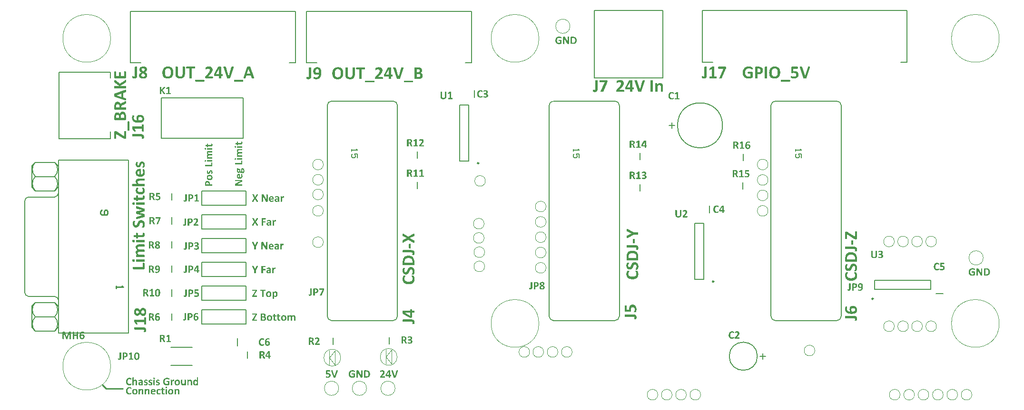
<source format=gto>
G04*
G04 #@! TF.GenerationSoftware,Altium Limited,Altium Designer,18.1.9 (240)*
G04*
G04 Layer_Color=65535*
%FSLAX25Y25*%
%MOIN*%
G70*
G01*
G75*
%ADD10C,0.00394*%
%ADD11C,0.00787*%
%ADD12C,0.00295*%
%ADD13C,0.00591*%
%ADD14C,0.00800*%
%ADD15C,0.00500*%
%ADD16C,0.00400*%
%ADD17C,0.00984*%
%ADD18C,0.01000*%
%ADD19C,0.00591*%
%ADD20C,0.00600*%
G36*
X-232661Y17004D02*
X-232592Y16997D01*
X-232517Y16983D01*
X-232442Y16963D01*
X-232380Y16935D01*
X-232326Y16894D01*
X-232319Y16888D01*
X-232305Y16874D01*
X-232285Y16847D01*
X-232264Y16806D01*
X-232244Y16751D01*
X-232223Y16683D01*
X-232210Y16601D01*
X-232203Y16498D01*
Y16485D01*
Y16451D01*
X-232210Y16396D01*
X-232217Y16334D01*
X-232230Y16266D01*
X-232258Y16198D01*
X-232285Y16136D01*
X-232326Y16082D01*
X-232333Y16075D01*
X-232353Y16068D01*
X-232380Y16048D01*
X-232428Y16027D01*
X-232490Y16006D01*
X-232572Y15993D01*
X-232667Y15979D01*
X-232783Y15972D01*
X-232838D01*
X-232893Y15979D01*
X-232968Y15986D01*
X-233043Y16000D01*
X-233111Y16020D01*
X-233179Y16048D01*
X-233234Y16082D01*
X-233241Y16089D01*
X-233248Y16102D01*
X-233268Y16129D01*
X-233289Y16170D01*
X-233309Y16225D01*
X-233323Y16293D01*
X-233337Y16375D01*
X-233344Y16478D01*
Y16485D01*
Y16491D01*
Y16526D01*
X-233337Y16580D01*
X-233330Y16642D01*
X-233316Y16710D01*
X-233296Y16778D01*
X-233268Y16847D01*
X-233227Y16894D01*
X-233221Y16901D01*
X-233200Y16915D01*
X-233173Y16929D01*
X-233125Y16956D01*
X-233063Y16976D01*
X-232981Y16990D01*
X-232886Y17004D01*
X-232770Y17010D01*
X-232715D01*
X-232661Y17004D01*
D02*
G37*
G36*
X-223611Y16833D02*
X-223515Y16826D01*
X-223413Y16819D01*
X-223208Y16792D01*
X-223194D01*
X-223160Y16785D01*
X-223112Y16771D01*
X-223044Y16758D01*
X-222969Y16744D01*
X-222894Y16724D01*
X-222730Y16676D01*
X-222723D01*
X-222695Y16662D01*
X-222655Y16655D01*
X-222614Y16635D01*
X-222504Y16594D01*
X-222450Y16567D01*
X-222395Y16539D01*
X-222388D01*
X-222375Y16526D01*
X-222347Y16512D01*
X-222320Y16498D01*
X-222258Y16451D01*
X-222224Y16430D01*
X-222204Y16409D01*
X-222197Y16403D01*
X-222176Y16368D01*
X-222149Y16321D01*
X-222129Y16252D01*
Y16246D01*
X-222122Y16232D01*
Y16211D01*
X-222115Y16177D01*
X-222108Y16136D01*
Y16082D01*
X-222101Y16020D01*
Y15952D01*
Y15945D01*
Y15931D01*
Y15911D01*
Y15890D01*
X-222108Y15822D01*
X-222115Y15761D01*
Y15747D01*
X-222122Y15713D01*
X-222129Y15672D01*
X-222142Y15624D01*
Y15617D01*
X-222156Y15597D01*
X-222170Y15576D01*
X-222190Y15556D01*
X-222197D01*
X-222204Y15549D01*
X-222245Y15542D01*
X-222252D01*
X-222286Y15549D01*
X-222340Y15569D01*
X-222415Y15610D01*
X-222422D01*
X-222436Y15624D01*
X-222463Y15638D01*
X-222491Y15658D01*
X-222538Y15679D01*
X-222586Y15706D01*
X-222648Y15733D01*
X-222716Y15761D01*
X-222723Y15767D01*
X-222750Y15774D01*
X-222791Y15795D01*
X-222846Y15815D01*
X-222907Y15836D01*
X-222989Y15863D01*
X-223071Y15890D01*
X-223167Y15918D01*
X-223180Y15924D01*
X-223215Y15931D01*
X-223269Y15945D01*
X-223338Y15959D01*
X-223426Y15972D01*
X-223536Y15979D01*
X-223652Y15993D01*
X-223836D01*
X-223904Y15986D01*
X-223993Y15979D01*
X-224102Y15959D01*
X-224212Y15938D01*
X-224328Y15904D01*
X-224444Y15863D01*
X-224458Y15856D01*
X-224492Y15843D01*
X-224553Y15808D01*
X-224622Y15767D01*
X-224704Y15713D01*
X-224785Y15651D01*
X-224874Y15576D01*
X-224956Y15494D01*
X-224963Y15481D01*
X-224990Y15453D01*
X-225031Y15405D01*
X-225079Y15337D01*
X-225127Y15255D01*
X-225182Y15160D01*
X-225236Y15050D01*
X-225284Y14934D01*
Y14927D01*
X-225291Y14920D01*
Y14900D01*
X-225298Y14880D01*
X-225318Y14811D01*
X-225339Y14723D01*
X-225359Y14613D01*
X-225373Y14490D01*
X-225387Y14354D01*
X-225393Y14210D01*
Y14203D01*
Y14190D01*
Y14169D01*
Y14135D01*
X-225387Y14101D01*
Y14053D01*
X-225380Y13951D01*
X-225366Y13828D01*
X-225345Y13698D01*
X-225318Y13568D01*
X-225277Y13438D01*
Y13432D01*
X-225270Y13425D01*
X-225257Y13384D01*
X-225229Y13322D01*
X-225195Y13247D01*
X-225148Y13158D01*
X-225093Y13070D01*
X-225031Y12974D01*
X-224956Y12885D01*
X-224949Y12878D01*
X-224915Y12851D01*
X-224874Y12810D01*
X-224813Y12755D01*
X-224745Y12701D01*
X-224656Y12646D01*
X-224560Y12592D01*
X-224458Y12544D01*
X-224451D01*
X-224444Y12537D01*
X-224403Y12530D01*
X-224348Y12509D01*
X-224266Y12489D01*
X-224171Y12469D01*
X-224061Y12455D01*
X-223938Y12441D01*
X-223809Y12434D01*
X-223741D01*
X-223699Y12441D01*
X-223645D01*
X-223590Y12448D01*
X-223467Y12469D01*
X-223460D01*
X-223440Y12475D01*
X-223406Y12489D01*
X-223365Y12503D01*
X-223317Y12516D01*
X-223262Y12537D01*
X-223146Y12592D01*
Y13773D01*
X-224130Y13773D01*
X-224157Y13787D01*
X-224191Y13814D01*
X-224212Y13835D01*
X-224225Y13862D01*
Y13869D01*
X-224232Y13882D01*
X-224239Y13903D01*
Y13930D01*
X-224246Y13971D01*
X-224253Y14026D01*
X-224260Y14087D01*
Y14162D01*
Y14169D01*
Y14183D01*
Y14203D01*
Y14224D01*
Y14285D01*
X-224253Y14347D01*
Y14354D01*
Y14360D01*
X-224246Y14388D01*
X-224239Y14429D01*
X-224225Y14463D01*
X-224219Y14470D01*
X-224212Y14490D01*
X-224198Y14511D01*
X-224178Y14531D01*
X-224171Y14538D01*
X-224157Y14545D01*
X-224137Y14552D01*
X-224116Y14559D01*
X-222361Y14559D01*
X-222320Y14545D01*
X-222286Y14531D01*
X-222279Y14524D01*
X-222252Y14518D01*
X-222224Y14497D01*
X-222197Y14463D01*
X-222190Y14456D01*
X-222176Y14436D01*
X-222156Y14401D01*
X-222135Y14360D01*
X-222129Y14354D01*
X-222122Y14326D01*
X-222115Y14278D01*
Y14224D01*
Y12195D01*
Y12189D01*
Y12175D01*
Y12154D01*
X-222122Y12127D01*
X-222135Y12059D01*
X-222163Y11991D01*
Y11984D01*
X-222170Y11977D01*
X-222197Y11943D01*
X-222224Y11915D01*
X-222252Y11895D01*
X-222286Y11868D01*
X-222334Y11847D01*
X-222340D01*
X-222354Y11840D01*
X-222381Y11827D01*
X-222415Y11820D01*
X-222463Y11799D01*
X-222518Y11786D01*
X-222579Y11765D01*
X-222648Y11745D01*
X-222655D01*
X-222682Y11738D01*
X-222716Y11724D01*
X-222764Y11710D01*
X-222825Y11697D01*
X-222887Y11683D01*
X-223037Y11656D01*
X-223044D01*
X-223071Y11649D01*
X-223112Y11642D01*
X-223167Y11635D01*
X-223228Y11622D01*
X-223296Y11615D01*
X-223447Y11594D01*
X-223481D01*
X-223522Y11587D01*
X-223577D01*
X-223638Y11581D01*
X-223706D01*
X-223863Y11574D01*
X-223966Y11574D01*
X-224021Y11581D01*
X-224082D01*
X-224150Y11587D01*
X-224225Y11594D01*
X-224396Y11615D01*
X-224581Y11649D01*
X-224772Y11690D01*
X-224956Y11745D01*
X-224963D01*
X-224977Y11751D01*
X-225004Y11765D01*
X-225038Y11779D01*
X-225079Y11799D01*
X-225127Y11820D01*
X-225243Y11874D01*
X-225366Y11949D01*
X-225510Y12031D01*
X-225646Y12134D01*
X-225776Y12250D01*
X-225783Y12257D01*
X-225789Y12264D01*
X-225810Y12284D01*
X-225831Y12312D01*
X-225892Y12380D01*
X-225967Y12475D01*
X-226049Y12598D01*
X-226131Y12735D01*
X-226213Y12892D01*
X-226288Y13063D01*
Y13070D01*
X-226295Y13083D01*
X-226302Y13111D01*
X-226315Y13145D01*
X-226329Y13193D01*
X-226343Y13247D01*
X-226356Y13309D01*
X-226370Y13377D01*
X-226391Y13452D01*
X-226404Y13541D01*
X-226431Y13725D01*
X-226452Y13930D01*
X-226459Y14149D01*
Y14156D01*
Y14176D01*
Y14210D01*
Y14258D01*
X-226452Y14313D01*
Y14374D01*
X-226445Y14442D01*
X-226438Y14524D01*
X-226411Y14702D01*
X-226384Y14886D01*
X-226336Y15078D01*
X-226274Y15269D01*
Y15276D01*
X-226268Y15289D01*
X-226254Y15317D01*
X-226240Y15351D01*
X-226220Y15399D01*
X-226192Y15446D01*
X-226138Y15563D01*
X-226063Y15692D01*
X-225967Y15836D01*
X-225865Y15979D01*
X-225742Y16116D01*
X-225735Y16123D01*
X-225728Y16129D01*
X-225708Y16150D01*
X-225680Y16170D01*
X-225646Y16205D01*
X-225605Y16239D01*
X-225503Y16314D01*
X-225387Y16396D01*
X-225243Y16485D01*
X-225079Y16573D01*
X-224902Y16648D01*
X-224895D01*
X-224881Y16655D01*
X-224854Y16669D01*
X-224813Y16676D01*
X-224772Y16696D01*
X-224717Y16710D01*
X-224649Y16724D01*
X-224581Y16744D01*
X-224505Y16765D01*
X-224417Y16778D01*
X-224232Y16812D01*
X-224027Y16833D01*
X-223809Y16840D01*
X-223686D01*
X-223611Y16833D01*
D02*
G37*
G36*
X-249974Y16833D02*
X-249913D01*
X-249845Y16826D01*
X-249694Y16799D01*
X-249688D01*
X-249660Y16792D01*
X-249626Y16785D01*
X-249571Y16778D01*
X-249517Y16765D01*
X-249455Y16744D01*
X-249332Y16710D01*
X-249326D01*
X-249305Y16703D01*
X-249271Y16690D01*
X-249230Y16676D01*
X-249134Y16635D01*
X-249032Y16580D01*
X-249025D01*
X-249011Y16567D01*
X-248984Y16553D01*
X-248957Y16539D01*
X-248895Y16491D01*
X-248861Y16471D01*
X-248841Y16451D01*
X-248834Y16444D01*
X-248813Y16423D01*
X-248786Y16396D01*
X-248772Y16362D01*
X-248766Y16355D01*
X-248759Y16341D01*
X-248752Y16307D01*
X-248738Y16273D01*
Y16266D01*
X-248731Y16239D01*
X-248725Y16198D01*
X-248718Y16143D01*
Y16129D01*
X-248711Y16095D01*
Y16034D01*
Y15959D01*
Y15952D01*
Y15938D01*
Y15918D01*
Y15890D01*
X-248718Y15822D01*
X-248725Y15754D01*
Y15740D01*
X-248731Y15706D01*
X-248738Y15665D01*
X-248752Y15617D01*
Y15610D01*
X-248766Y15590D01*
X-248779Y15569D01*
X-248800Y15549D01*
X-248807D01*
X-248820Y15542D01*
X-248834Y15535D01*
X-248861Y15528D01*
X-248868D01*
X-248902Y15535D01*
X-248950Y15556D01*
X-249011Y15597D01*
X-249018D01*
X-249025Y15610D01*
X-249046Y15624D01*
X-249073Y15644D01*
X-249148Y15692D01*
X-249244Y15747D01*
X-249251Y15754D01*
X-249271Y15761D01*
X-249298Y15774D01*
X-249339Y15795D01*
X-249387Y15822D01*
X-249449Y15843D01*
X-249510Y15870D01*
X-249585Y15897D01*
X-249592Y15904D01*
X-249619Y15911D01*
X-249660Y15924D01*
X-249715Y15938D01*
X-249790Y15952D01*
X-249865Y15959D01*
X-249961Y15972D01*
X-250111D01*
X-250166Y15966D01*
X-250241Y15959D01*
X-250323Y15938D01*
X-250418Y15918D01*
X-250507Y15884D01*
X-250603Y15843D01*
X-250610Y15836D01*
X-250644Y15822D01*
X-250685Y15795D01*
X-250740Y15754D01*
X-250801Y15699D01*
X-250869Y15644D01*
X-250938Y15569D01*
X-251006Y15487D01*
X-251013Y15481D01*
X-251033Y15446D01*
X-251061Y15399D01*
X-251101Y15337D01*
X-251142Y15255D01*
X-251183Y15160D01*
X-251224Y15050D01*
X-251259Y14934D01*
Y14927D01*
Y14920D01*
X-251265Y14900D01*
X-251272Y14880D01*
X-251286Y14811D01*
X-251300Y14723D01*
X-251313Y14613D01*
X-251327Y14483D01*
X-251334Y14347D01*
X-251341Y14197D01*
Y14190D01*
Y14176D01*
Y14156D01*
Y14121D01*
Y14080D01*
X-251334Y14040D01*
X-251327Y13930D01*
X-251320Y13807D01*
X-251300Y13678D01*
X-251279Y13541D01*
X-251252Y13411D01*
Y13404D01*
X-251245Y13397D01*
X-251231Y13356D01*
X-251211Y13295D01*
X-251183Y13220D01*
X-251142Y13138D01*
X-251101Y13042D01*
X-251047Y12954D01*
X-250985Y12871D01*
X-250978Y12865D01*
X-250958Y12837D01*
X-250917Y12796D01*
X-250869Y12755D01*
X-250808Y12701D01*
X-250740Y12653D01*
X-250664Y12598D01*
X-250576Y12557D01*
X-250562Y12551D01*
X-250535Y12544D01*
X-250487Y12523D01*
X-250418Y12509D01*
X-250337Y12489D01*
X-250241Y12469D01*
X-250138Y12462D01*
X-250029Y12455D01*
X-249981D01*
X-249934Y12462D01*
X-249865D01*
X-249797Y12469D01*
X-249715Y12482D01*
X-249633Y12496D01*
X-249558Y12516D01*
X-249551D01*
X-249524Y12530D01*
X-249490Y12544D01*
X-249442Y12557D01*
X-249332Y12605D01*
X-249216Y12660D01*
X-249209Y12667D01*
X-249189Y12674D01*
X-249169Y12687D01*
X-249134Y12708D01*
X-249059Y12755D01*
X-248984Y12803D01*
X-248977D01*
X-248971Y12817D01*
X-248930Y12837D01*
X-248882Y12858D01*
X-248834Y12871D01*
X-248813D01*
X-248793Y12865D01*
X-248772Y12851D01*
X-248766D01*
X-248759Y12837D01*
X-248745Y12817D01*
X-248731Y12790D01*
Y12783D01*
X-248725Y12755D01*
X-248718Y12714D01*
X-248711Y12653D01*
Y12646D01*
Y12639D01*
X-248704Y12619D01*
Y12598D01*
X-248697Y12523D01*
Y12434D01*
Y12428D01*
Y12421D01*
Y12373D01*
Y12318D01*
X-248704Y12264D01*
Y12250D01*
X-248711Y12223D01*
X-248718Y12189D01*
X-248725Y12148D01*
Y12141D01*
X-248731Y12120D01*
X-248759Y12066D01*
Y12059D01*
X-248772Y12045D01*
X-248793Y12018D01*
X-248820Y11984D01*
X-248827Y11977D01*
X-248854Y11949D01*
X-248909Y11908D01*
X-248943Y11888D01*
X-248984Y11861D01*
X-248991D01*
X-249005Y11847D01*
X-249032Y11833D01*
X-249066Y11820D01*
X-249114Y11799D01*
X-249169Y11772D01*
X-249223Y11751D01*
X-249291Y11724D01*
X-249298D01*
X-249326Y11717D01*
X-249360Y11704D01*
X-249408Y11690D01*
X-249469Y11670D01*
X-249537Y11656D01*
X-249619Y11635D01*
X-249701Y11622D01*
X-249708D01*
X-249742Y11615D01*
X-249783Y11608D01*
X-249845Y11601D01*
X-249920Y11594D01*
X-250002Y11587D01*
X-250097Y11581D01*
X-250282D01*
X-250330Y11587D01*
X-250384D01*
X-250507Y11601D01*
X-250658Y11622D01*
X-250815Y11649D01*
X-250978Y11683D01*
X-251142Y11738D01*
X-251149D01*
X-251163Y11745D01*
X-251183Y11758D01*
X-251211Y11772D01*
X-251293Y11806D01*
X-251388Y11861D01*
X-251498Y11929D01*
X-251621Y12011D01*
X-251737Y12107D01*
X-251853Y12223D01*
Y12229D01*
X-251866Y12236D01*
X-251880Y12257D01*
X-251901Y12277D01*
X-251955Y12353D01*
X-252017Y12441D01*
X-252092Y12557D01*
X-252167Y12694D01*
X-252242Y12851D01*
X-252304Y13022D01*
Y13029D01*
X-252310Y13042D01*
X-252317Y13070D01*
X-252331Y13104D01*
X-252338Y13152D01*
X-252351Y13206D01*
X-252365Y13268D01*
X-252379Y13343D01*
X-252399Y13418D01*
X-252413Y13507D01*
X-252433Y13698D01*
X-252454Y13910D01*
X-252461Y14142D01*
Y14149D01*
Y14169D01*
Y14203D01*
Y14251D01*
X-252454Y14306D01*
Y14374D01*
X-252447Y14449D01*
X-252440Y14531D01*
X-252420Y14709D01*
X-252385Y14900D01*
X-252344Y15098D01*
X-252290Y15289D01*
Y15296D01*
X-252283Y15310D01*
X-252269Y15337D01*
X-252256Y15371D01*
X-252242Y15419D01*
X-252222Y15467D01*
X-252167Y15583D01*
X-252099Y15720D01*
X-252017Y15863D01*
X-251921Y16000D01*
X-251812Y16136D01*
X-251805Y16143D01*
X-251798Y16150D01*
X-251757Y16191D01*
X-251689Y16259D01*
X-251600Y16334D01*
X-251491Y16416D01*
X-251361Y16505D01*
X-251218Y16587D01*
X-251061Y16662D01*
X-251054D01*
X-251040Y16669D01*
X-251020Y16676D01*
X-250985Y16690D01*
X-250944Y16703D01*
X-250897Y16717D01*
X-250842Y16737D01*
X-250774Y16751D01*
X-250637Y16785D01*
X-250473Y16812D01*
X-250295Y16833D01*
X-250104Y16840D01*
X-250029D01*
X-249974Y16833D01*
D02*
G37*
G36*
X-202281Y17120D02*
X-202205Y17113D01*
X-202192D01*
X-202151Y17106D01*
X-202103Y17093D01*
X-202055Y17079D01*
X-202048Y17072D01*
X-202021Y17065D01*
X-201994Y17045D01*
X-201973Y17024D01*
X-201966Y17017D01*
X-201960Y17004D01*
X-201953Y16983D01*
X-201946Y16956D01*
Y11799D01*
Y11792D01*
Y11772D01*
X-201953Y11745D01*
X-201966Y11724D01*
X-201973Y11717D01*
X-201980Y11710D01*
X-202001Y11690D01*
X-202035Y11676D01*
X-202042D01*
X-202069Y11670D01*
X-202110Y11663D01*
X-202165Y11656D01*
X-202178D01*
X-202219Y11649D01*
X-202281Y11642D01*
X-202431D01*
X-202499Y11649D01*
X-202568Y11656D01*
X-202581D01*
X-202608Y11663D01*
X-202656Y11670D01*
X-202697Y11676D01*
X-202704Y11683D01*
X-202725Y11690D01*
X-202745Y11704D01*
X-202766Y11724D01*
Y11731D01*
X-202772Y11745D01*
X-202779Y11765D01*
X-202786Y11792D01*
Y12182D01*
X-202800Y12168D01*
X-202834Y12134D01*
X-202888Y12079D01*
X-202957Y12018D01*
X-203046Y11943D01*
X-203141Y11868D01*
X-203251Y11799D01*
X-203360Y11731D01*
X-203373Y11724D01*
X-203414Y11704D01*
X-203469Y11683D01*
X-203551Y11656D01*
X-203647Y11622D01*
X-203763Y11601D01*
X-203886Y11581D01*
X-204015Y11574D01*
X-204084D01*
X-204159Y11581D01*
X-204255Y11594D01*
X-204357Y11608D01*
X-204473Y11635D01*
X-204589Y11676D01*
X-204698Y11724D01*
X-204712Y11731D01*
X-204746Y11751D01*
X-204794Y11786D01*
X-204855Y11833D01*
X-204931Y11895D01*
X-205006Y11963D01*
X-205081Y12052D01*
X-205149Y12141D01*
X-205156Y12154D01*
X-205176Y12189D01*
X-205211Y12243D01*
X-205245Y12318D01*
X-205286Y12407D01*
X-205327Y12510D01*
X-205368Y12632D01*
X-205402Y12755D01*
Y12762D01*
Y12769D01*
X-205409Y12790D01*
X-205416Y12817D01*
X-205422Y12885D01*
X-205436Y12981D01*
X-205450Y13090D01*
X-205463Y13220D01*
X-205470Y13356D01*
X-205477Y13500D01*
Y13507D01*
Y13520D01*
Y13548D01*
Y13582D01*
Y13623D01*
X-205470Y13671D01*
X-205463Y13780D01*
X-205457Y13910D01*
X-205436Y14053D01*
X-205416Y14197D01*
X-205381Y14340D01*
Y14347D01*
X-205375Y14354D01*
X-205368Y14374D01*
X-205361Y14401D01*
X-205341Y14470D01*
X-205306Y14559D01*
X-205265Y14661D01*
X-205211Y14763D01*
X-205156Y14873D01*
X-205088Y14975D01*
X-205081Y14989D01*
X-205054Y15016D01*
X-205013Y15064D01*
X-204958Y15125D01*
X-204890Y15194D01*
X-204808Y15262D01*
X-204712Y15324D01*
X-204610Y15385D01*
X-204603D01*
X-204596Y15392D01*
X-204555Y15405D01*
X-204500Y15433D01*
X-204418Y15460D01*
X-204316Y15481D01*
X-204207Y15508D01*
X-204084Y15522D01*
X-203947Y15528D01*
X-203899D01*
X-203838Y15522D01*
X-203770Y15515D01*
X-203681Y15501D01*
X-203592Y15474D01*
X-203496Y15446D01*
X-203408Y15405D01*
X-203394Y15399D01*
X-203367Y15385D01*
X-203319Y15358D01*
X-203257Y15317D01*
X-203182Y15262D01*
X-203107Y15207D01*
X-203018Y15132D01*
X-202929Y15050D01*
Y16956D01*
Y16963D01*
Y16976D01*
X-202923Y16997D01*
X-202909Y17024D01*
X-202902Y17031D01*
X-202888Y17045D01*
X-202868Y17065D01*
X-202834Y17079D01*
X-202820Y17086D01*
X-202793Y17093D01*
X-202745Y17099D01*
X-202684Y17113D01*
X-202663D01*
X-202643Y17120D01*
X-202581D01*
X-202540Y17127D01*
X-202356D01*
X-202281Y17120D01*
D02*
G37*
G36*
X-207410Y15522D02*
X-207321Y15515D01*
X-207232Y15501D01*
X-207130Y15474D01*
X-207028Y15446D01*
X-206932Y15405D01*
X-206918Y15399D01*
X-206891Y15385D01*
X-206843Y15358D01*
X-206788Y15324D01*
X-206720Y15276D01*
X-206652Y15221D01*
X-206590Y15160D01*
X-206529Y15085D01*
X-206522Y15078D01*
X-206502Y15050D01*
X-206474Y15009D01*
X-206447Y14955D01*
X-206406Y14880D01*
X-206372Y14804D01*
X-206338Y14709D01*
X-206310Y14613D01*
Y14600D01*
X-206297Y14565D01*
X-206290Y14504D01*
X-206276Y14429D01*
X-206262Y14333D01*
X-206256Y14224D01*
X-206242Y14101D01*
Y13964D01*
Y11799D01*
Y11792D01*
Y11772D01*
X-206256Y11751D01*
X-206269Y11724D01*
X-206276Y11717D01*
X-206290Y11710D01*
X-206310Y11690D01*
X-206351Y11676D01*
X-206358D01*
X-206392Y11670D01*
X-206440Y11663D01*
X-206502Y11656D01*
X-206515D01*
X-206542Y11649D01*
X-206570D01*
X-206645Y11642D01*
X-206823D01*
X-206905Y11649D01*
X-206980Y11656D01*
X-206993D01*
X-207034Y11663D01*
X-207089Y11670D01*
X-207137Y11676D01*
X-207144Y11683D01*
X-207164Y11690D01*
X-207191Y11704D01*
X-207212Y11724D01*
Y11731D01*
X-207219Y11745D01*
X-207225Y11772D01*
X-207232Y11799D01*
Y13794D01*
Y13807D01*
Y13835D01*
Y13882D01*
X-207239Y13944D01*
X-207246Y14074D01*
X-207260Y14135D01*
X-207273Y14197D01*
Y14203D01*
X-207280Y14224D01*
X-207287Y14244D01*
X-207301Y14278D01*
X-207335Y14360D01*
X-207383Y14442D01*
Y14449D01*
X-207396Y14463D01*
X-207430Y14504D01*
X-207492Y14559D01*
X-207567Y14606D01*
X-207574D01*
X-207588Y14613D01*
X-207608Y14627D01*
X-207642Y14640D01*
X-207676Y14647D01*
X-207724Y14661D01*
X-207827Y14668D01*
X-207861D01*
X-207895Y14661D01*
X-207943Y14647D01*
X-208004Y14634D01*
X-208066Y14606D01*
X-208141Y14572D01*
X-208209Y14524D01*
X-208216Y14518D01*
X-208243Y14497D01*
X-208277Y14470D01*
X-208332Y14422D01*
X-208387Y14367D01*
X-208455Y14299D01*
X-208530Y14217D01*
X-208605Y14128D01*
Y11799D01*
Y11792D01*
Y11772D01*
X-208619Y11751D01*
X-208632Y11724D01*
X-208639Y11717D01*
X-208653Y11710D01*
X-208674Y11690D01*
X-208715Y11676D01*
X-208721D01*
X-208755Y11670D01*
X-208803Y11663D01*
X-208865Y11656D01*
X-208878D01*
X-208906Y11649D01*
X-208933D01*
X-209008Y11642D01*
X-209186D01*
X-209268Y11649D01*
X-209343Y11656D01*
X-209356D01*
X-209398Y11663D01*
X-209452Y11670D01*
X-209500Y11676D01*
X-209507Y11683D01*
X-209527Y11690D01*
X-209555Y11704D01*
X-209575Y11724D01*
Y11731D01*
X-209582Y11745D01*
X-209589Y11772D01*
X-209596Y11799D01*
Y15303D01*
Y15310D01*
Y15330D01*
X-209582Y15371D01*
X-209575Y15378D01*
X-209568Y15392D01*
X-209541Y15412D01*
X-209514Y15426D01*
X-209507Y15433D01*
X-209473Y15440D01*
X-209432Y15446D01*
X-209377Y15453D01*
X-209363D01*
X-209322Y15460D01*
X-209254Y15467D01*
X-209097D01*
X-209035Y15460D01*
X-208967Y15453D01*
X-208953D01*
X-208919Y15446D01*
X-208878Y15440D01*
X-208844Y15426D01*
X-208837Y15419D01*
X-208817Y15412D01*
X-208796Y15392D01*
X-208776Y15371D01*
X-208769Y15364D01*
X-208762Y15351D01*
X-208755Y15330D01*
Y15303D01*
Y14900D01*
X-208749Y14907D01*
X-208742Y14914D01*
X-208708Y14955D01*
X-208646Y15009D01*
X-208571Y15078D01*
X-208482Y15153D01*
X-208380Y15235D01*
X-208271Y15303D01*
X-208161Y15371D01*
X-208154D01*
X-208148Y15378D01*
X-208107Y15399D01*
X-208052Y15419D01*
X-207970Y15453D01*
X-207874Y15481D01*
X-207772Y15501D01*
X-207656Y15522D01*
X-207533Y15528D01*
X-207471D01*
X-207410Y15522D01*
D02*
G37*
G36*
X-219226D02*
X-219212D01*
X-219185Y15515D01*
X-219151Y15508D01*
X-219103Y15501D01*
X-219089D01*
X-219069Y15494D01*
X-219028Y15481D01*
X-218994Y15467D01*
X-218987D01*
X-218966Y15460D01*
X-218946Y15446D01*
X-218925Y15433D01*
X-218918D01*
X-218912Y15419D01*
X-218898Y15385D01*
Y15378D01*
X-218891Y15371D01*
X-218884Y15351D01*
X-218878Y15324D01*
Y15317D01*
X-218871Y15296D01*
Y15255D01*
X-218864Y15201D01*
Y15194D01*
Y15187D01*
Y15166D01*
X-218857Y15139D01*
Y15071D01*
Y14975D01*
Y14968D01*
Y14955D01*
Y14927D01*
Y14893D01*
X-218864Y14818D01*
X-218871Y14743D01*
Y14736D01*
Y14729D01*
X-218878Y14695D01*
X-218884Y14647D01*
X-218891Y14600D01*
Y14593D01*
X-218898Y14572D01*
X-218912Y14552D01*
X-218932Y14531D01*
X-218939D01*
X-218953Y14524D01*
X-218973Y14518D01*
X-219001Y14511D01*
X-219021D01*
X-219041Y14518D01*
X-219069Y14524D01*
X-219076D01*
X-219096Y14531D01*
X-219123Y14545D01*
X-219158Y14552D01*
X-219164D01*
X-219192Y14559D01*
X-219226Y14572D01*
X-219267Y14579D01*
X-219274Y14586D01*
X-219301Y14593D01*
X-219342Y14600D01*
X-219410D01*
X-219444Y14593D01*
X-219499Y14586D01*
X-219561Y14565D01*
X-219567D01*
X-219574Y14559D01*
X-219615Y14538D01*
X-219670Y14504D01*
X-219731Y14456D01*
X-219738D01*
X-219745Y14442D01*
X-219786Y14408D01*
X-219847Y14347D01*
X-219916Y14272D01*
X-219922Y14265D01*
X-219929Y14251D01*
X-219950Y14224D01*
X-219977Y14190D01*
X-220005Y14149D01*
X-220045Y14101D01*
X-220121Y13985D01*
Y11799D01*
Y11792D01*
Y11772D01*
X-220134Y11751D01*
X-220148Y11724D01*
X-220155Y11717D01*
X-220168Y11710D01*
X-220189Y11690D01*
X-220230Y11676D01*
X-220237D01*
X-220271Y11670D01*
X-220319Y11663D01*
X-220380Y11656D01*
X-220394D01*
X-220421Y11649D01*
X-220448D01*
X-220524Y11642D01*
X-220701D01*
X-220783Y11649D01*
X-220858Y11656D01*
X-220872D01*
X-220913Y11663D01*
X-220968Y11670D01*
X-221015Y11676D01*
X-221022Y11683D01*
X-221043Y11690D01*
X-221070Y11704D01*
X-221090Y11724D01*
Y11731D01*
X-221097Y11745D01*
X-221104Y11772D01*
X-221111Y11799D01*
Y15303D01*
Y15310D01*
Y15330D01*
X-221097Y15371D01*
X-221090Y15378D01*
X-221084Y15392D01*
X-221056Y15412D01*
X-221029Y15426D01*
X-221022Y15433D01*
X-220988Y15440D01*
X-220947Y15446D01*
X-220892Y15453D01*
X-220879D01*
X-220838Y15460D01*
X-220769Y15467D01*
X-220612D01*
X-220551Y15460D01*
X-220483Y15453D01*
X-220469D01*
X-220435Y15446D01*
X-220394Y15440D01*
X-220360Y15426D01*
X-220353Y15419D01*
X-220332Y15412D01*
X-220312Y15392D01*
X-220291Y15371D01*
X-220285Y15364D01*
X-220278Y15351D01*
X-220271Y15330D01*
Y15303D01*
Y14873D01*
X-220264Y14880D01*
X-220250Y14907D01*
X-220223Y14941D01*
X-220189Y14982D01*
X-220100Y15085D01*
X-220011Y15187D01*
X-220005Y15194D01*
X-219991Y15207D01*
X-219964Y15235D01*
X-219936Y15262D01*
X-219861Y15330D01*
X-219779Y15392D01*
X-219772Y15399D01*
X-219759Y15405D01*
X-219738Y15419D01*
X-219711Y15433D01*
X-219642Y15467D01*
X-219561Y15494D01*
X-219554D01*
X-219540Y15501D01*
X-219519Y15508D01*
X-219485Y15515D01*
X-219417Y15522D01*
X-219335Y15528D01*
X-219267D01*
X-219226Y15522D01*
D02*
G37*
G36*
X-229908Y15522D02*
X-229853Y15515D01*
X-229737Y15501D01*
X-229730D01*
X-229710Y15494D01*
X-229683D01*
X-229642Y15487D01*
X-229553Y15467D01*
X-229457Y15440D01*
X-229450D01*
X-229437Y15433D01*
X-229409Y15426D01*
X-229382Y15419D01*
X-229314Y15392D01*
X-229245Y15364D01*
X-229239D01*
X-229232Y15358D01*
X-229198Y15344D01*
X-229157Y15317D01*
X-229122Y15296D01*
X-229116Y15289D01*
X-229102Y15276D01*
X-229082Y15262D01*
X-229068Y15235D01*
Y15228D01*
X-229061Y15214D01*
X-229054Y15194D01*
X-229047Y15166D01*
Y15160D01*
X-229041Y15139D01*
X-229034Y15105D01*
X-229027Y15064D01*
Y15050D01*
X-229020Y15023D01*
Y14975D01*
Y14907D01*
Y14900D01*
Y14893D01*
Y14845D01*
Y14791D01*
X-229027Y14736D01*
Y14723D01*
X-229034Y14695D01*
X-229041Y14661D01*
X-229047Y14627D01*
Y14620D01*
X-229054Y14606D01*
X-229068Y14593D01*
X-229088Y14579D01*
X-229095D01*
X-229102Y14572D01*
X-229143Y14565D01*
X-229150D01*
X-229170Y14572D01*
X-229205Y14586D01*
X-229252Y14606D01*
X-229266Y14613D01*
X-229300Y14634D01*
X-229362Y14661D01*
X-229437Y14688D01*
X-229444D01*
X-229457Y14695D01*
X-229478Y14709D01*
X-229512Y14716D01*
X-229546Y14729D01*
X-229594Y14743D01*
X-229696Y14777D01*
X-229703D01*
X-229724Y14784D01*
X-229751Y14791D01*
X-229792Y14804D01*
X-229840Y14811D01*
X-229894Y14818D01*
X-230031Y14825D01*
X-230106D01*
X-230181Y14811D01*
X-230263Y14798D01*
X-230270D01*
X-230277Y14791D01*
X-230318Y14777D01*
X-230372Y14750D01*
X-230420Y14716D01*
X-230427Y14709D01*
X-230454Y14682D01*
X-230488Y14647D01*
X-230516Y14600D01*
X-230523Y14586D01*
X-230529Y14559D01*
X-230536Y14511D01*
X-230543Y14449D01*
Y14442D01*
Y14429D01*
X-230536Y14408D01*
Y14381D01*
X-230516Y14313D01*
X-230475Y14244D01*
X-230468Y14238D01*
X-230461Y14231D01*
X-230420Y14197D01*
X-230359Y14149D01*
X-230277Y14101D01*
X-230270D01*
X-230256Y14094D01*
X-230229Y14080D01*
X-230195Y14067D01*
X-230154Y14046D01*
X-230106Y14026D01*
X-230004Y13985D01*
X-229997D01*
X-229976Y13978D01*
X-229942Y13964D01*
X-229908Y13951D01*
X-229860Y13930D01*
X-229805Y13910D01*
X-229689Y13862D01*
X-229683D01*
X-229662Y13848D01*
X-229628Y13835D01*
X-229587Y13821D01*
X-229539Y13800D01*
X-229485Y13773D01*
X-229375Y13712D01*
X-229368Y13705D01*
X-229348Y13698D01*
X-229321Y13678D01*
X-229280Y13657D01*
X-229191Y13589D01*
X-229095Y13500D01*
X-229088Y13493D01*
X-229075Y13479D01*
X-229054Y13452D01*
X-229027Y13418D01*
X-228993Y13370D01*
X-228959Y13322D01*
X-228897Y13199D01*
X-228890Y13193D01*
X-228884Y13165D01*
X-228870Y13131D01*
X-228856Y13083D01*
X-228842Y13022D01*
X-228836Y12947D01*
X-228822Y12871D01*
Y12783D01*
Y12769D01*
Y12735D01*
X-228829Y12680D01*
X-228836Y12605D01*
X-228849Y12523D01*
X-228870Y12434D01*
X-228897Y12346D01*
X-228938Y12257D01*
X-228945Y12250D01*
X-228959Y12223D01*
X-228986Y12175D01*
X-229020Y12127D01*
X-229061Y12066D01*
X-229116Y11997D01*
X-229177Y11936D01*
X-229252Y11874D01*
X-229259Y11868D01*
X-229286Y11847D01*
X-229334Y11820D01*
X-229389Y11792D01*
X-229457Y11751D01*
X-229546Y11717D01*
X-229635Y11683D01*
X-229737Y11649D01*
X-229751D01*
X-229785Y11635D01*
X-229840Y11629D01*
X-229915Y11615D01*
X-230010Y11601D01*
X-230113Y11587D01*
X-230222Y11581D01*
X-230345Y11574D01*
X-230413D01*
X-230461Y11581D01*
X-230523D01*
X-230584Y11587D01*
X-230721Y11608D01*
X-230728D01*
X-230748Y11615D01*
X-230782Y11622D01*
X-230830Y11629D01*
X-230932Y11649D01*
X-231042Y11676D01*
X-231049D01*
X-231062Y11683D01*
X-231090Y11690D01*
X-231124Y11704D01*
X-231199Y11731D01*
X-231274Y11765D01*
X-231281D01*
X-231288Y11772D01*
X-231329Y11792D01*
X-231376Y11820D01*
X-231417Y11854D01*
X-231424Y11861D01*
X-231438Y11888D01*
X-231458Y11929D01*
X-231479Y11984D01*
Y11991D01*
Y11997D01*
X-231486Y12025D01*
Y12052D01*
X-231492Y12086D01*
Y12134D01*
X-231499Y12189D01*
Y12250D01*
Y12257D01*
Y12270D01*
Y12312D01*
Y12373D01*
X-231492Y12428D01*
Y12441D01*
X-231486Y12469D01*
X-231479Y12503D01*
X-231472Y12537D01*
Y12544D01*
X-231465Y12557D01*
X-231452Y12578D01*
X-231438Y12592D01*
X-231431Y12598D01*
X-231417Y12605D01*
X-231397Y12612D01*
X-231363D01*
X-231335Y12605D01*
X-231301Y12592D01*
X-231247Y12557D01*
X-231240D01*
X-231233Y12551D01*
X-231212Y12537D01*
X-231185Y12523D01*
X-231117Y12489D01*
X-231035Y12448D01*
X-231028D01*
X-231014Y12441D01*
X-230987Y12428D01*
X-230953Y12414D01*
X-230912Y12400D01*
X-230864Y12380D01*
X-230748Y12339D01*
X-230741D01*
X-230721Y12332D01*
X-230680Y12325D01*
X-230639Y12318D01*
X-230577Y12305D01*
X-230516Y12298D01*
X-230441Y12291D01*
X-230318D01*
X-230284Y12298D01*
X-230208Y12305D01*
X-230127Y12318D01*
X-230120D01*
X-230106Y12325D01*
X-230086Y12332D01*
X-230065Y12339D01*
X-230004Y12359D01*
X-229942Y12393D01*
X-229935D01*
X-229928Y12400D01*
X-229901Y12428D01*
X-229860Y12469D01*
X-229826Y12523D01*
Y12530D01*
X-229819Y12537D01*
X-229805Y12578D01*
X-229792Y12632D01*
X-229785Y12708D01*
Y12714D01*
Y12728D01*
X-229792Y12749D01*
Y12776D01*
X-229819Y12837D01*
X-229833Y12871D01*
X-229860Y12906D01*
Y12912D01*
X-229874Y12919D01*
X-229915Y12960D01*
X-229976Y13008D01*
X-230058Y13056D01*
X-230065D01*
X-230079Y13070D01*
X-230106Y13076D01*
X-230133Y13097D01*
X-230174Y13111D01*
X-230222Y13131D01*
X-230325Y13172D01*
X-230331D01*
X-230352Y13179D01*
X-230379Y13193D01*
X-230420Y13206D01*
X-230468Y13227D01*
X-230523Y13247D01*
X-230639Y13295D01*
X-230646D01*
X-230666Y13309D01*
X-230693Y13322D01*
X-230734Y13343D01*
X-230782Y13363D01*
X-230837Y13391D01*
X-230946Y13445D01*
X-230953Y13452D01*
X-230974Y13459D01*
X-231001Y13479D01*
X-231035Y13507D01*
X-231124Y13575D01*
X-231219Y13657D01*
X-231226Y13664D01*
X-231240Y13678D01*
X-231260Y13705D01*
X-231288Y13746D01*
X-231315Y13787D01*
X-231349Y13841D01*
X-231411Y13964D01*
Y13971D01*
X-231424Y13998D01*
X-231431Y14033D01*
X-231445Y14087D01*
X-231458Y14149D01*
X-231465Y14217D01*
X-231479Y14299D01*
Y14388D01*
Y14401D01*
Y14429D01*
X-231472Y14477D01*
X-231465Y14538D01*
X-231458Y14613D01*
X-231438Y14688D01*
X-231417Y14770D01*
X-231383Y14852D01*
X-231376Y14859D01*
X-231363Y14886D01*
X-231342Y14927D01*
X-231315Y14975D01*
X-231274Y15030D01*
X-231226Y15091D01*
X-231165Y15153D01*
X-231103Y15207D01*
X-231096Y15214D01*
X-231069Y15235D01*
X-231028Y15262D01*
X-230980Y15296D01*
X-230912Y15330D01*
X-230837Y15371D01*
X-230748Y15405D01*
X-230652Y15440D01*
X-230639Y15446D01*
X-230605Y15453D01*
X-230550Y15467D01*
X-230475Y15487D01*
X-230393Y15501D01*
X-230291Y15515D01*
X-230174Y15522D01*
X-230058Y15528D01*
X-229956D01*
X-229908Y15522D01*
D02*
G37*
G36*
X-235106D02*
X-235051Y15515D01*
X-234935Y15501D01*
X-234928D01*
X-234908Y15494D01*
X-234880D01*
X-234839Y15487D01*
X-234750Y15467D01*
X-234655Y15440D01*
X-234648D01*
X-234634Y15433D01*
X-234607Y15426D01*
X-234580Y15419D01*
X-234511Y15392D01*
X-234443Y15364D01*
X-234436D01*
X-234429Y15358D01*
X-234395Y15344D01*
X-234354Y15317D01*
X-234320Y15296D01*
X-234313Y15289D01*
X-234300Y15276D01*
X-234279Y15262D01*
X-234265Y15235D01*
Y15228D01*
X-234259Y15214D01*
X-234252Y15194D01*
X-234245Y15166D01*
Y15160D01*
X-234238Y15139D01*
X-234231Y15105D01*
X-234225Y15064D01*
Y15050D01*
X-234218Y15023D01*
Y14975D01*
Y14907D01*
Y14900D01*
Y14893D01*
Y14845D01*
Y14791D01*
X-234225Y14736D01*
Y14723D01*
X-234231Y14695D01*
X-234238Y14661D01*
X-234245Y14627D01*
Y14620D01*
X-234252Y14606D01*
X-234265Y14593D01*
X-234286Y14579D01*
X-234293D01*
X-234300Y14572D01*
X-234341Y14565D01*
X-234348D01*
X-234368Y14572D01*
X-234402Y14586D01*
X-234450Y14606D01*
X-234464Y14613D01*
X-234498Y14634D01*
X-234559Y14661D01*
X-234634Y14688D01*
X-234641D01*
X-234655Y14695D01*
X-234675Y14709D01*
X-234710Y14716D01*
X-234744Y14729D01*
X-234791Y14743D01*
X-234894Y14777D01*
X-234901D01*
X-234921Y14784D01*
X-234948Y14791D01*
X-234990Y14804D01*
X-235037Y14811D01*
X-235092Y14818D01*
X-235228Y14825D01*
X-235304D01*
X-235379Y14811D01*
X-235461Y14798D01*
X-235468D01*
X-235474Y14791D01*
X-235515Y14777D01*
X-235570Y14750D01*
X-235618Y14716D01*
X-235625Y14709D01*
X-235652Y14682D01*
X-235686Y14647D01*
X-235714Y14600D01*
X-235720Y14586D01*
X-235727Y14559D01*
X-235734Y14511D01*
X-235741Y14449D01*
Y14442D01*
Y14429D01*
X-235734Y14408D01*
Y14381D01*
X-235714Y14313D01*
X-235672Y14244D01*
X-235666Y14238D01*
X-235659Y14231D01*
X-235618Y14197D01*
X-235556Y14149D01*
X-235474Y14101D01*
X-235468D01*
X-235454Y14094D01*
X-235427Y14080D01*
X-235392Y14067D01*
X-235351Y14046D01*
X-235304Y14026D01*
X-235201Y13985D01*
X-235194D01*
X-235174Y13978D01*
X-235140Y13964D01*
X-235106Y13951D01*
X-235058Y13930D01*
X-235003Y13910D01*
X-234887Y13862D01*
X-234880D01*
X-234860Y13848D01*
X-234826Y13835D01*
X-234785Y13821D01*
X-234737Y13800D01*
X-234682Y13773D01*
X-234573Y13712D01*
X-234566Y13705D01*
X-234545Y13698D01*
X-234518Y13678D01*
X-234477Y13657D01*
X-234388Y13589D01*
X-234293Y13500D01*
X-234286Y13493D01*
X-234272Y13479D01*
X-234252Y13452D01*
X-234225Y13418D01*
X-234190Y13370D01*
X-234156Y13322D01*
X-234095Y13199D01*
X-234088Y13193D01*
X-234081Y13165D01*
X-234067Y13131D01*
X-234054Y13083D01*
X-234040Y13022D01*
X-234033Y12947D01*
X-234020Y12871D01*
Y12783D01*
Y12769D01*
Y12735D01*
X-234027Y12680D01*
X-234033Y12605D01*
X-234047Y12523D01*
X-234067Y12434D01*
X-234095Y12346D01*
X-234136Y12257D01*
X-234143Y12250D01*
X-234156Y12223D01*
X-234184Y12175D01*
X-234218Y12127D01*
X-234259Y12066D01*
X-234313Y11997D01*
X-234375Y11936D01*
X-234450Y11874D01*
X-234457Y11868D01*
X-234484Y11847D01*
X-234532Y11820D01*
X-234587Y11792D01*
X-234655Y11751D01*
X-234744Y11717D01*
X-234832Y11683D01*
X-234935Y11649D01*
X-234948D01*
X-234983Y11635D01*
X-235037Y11629D01*
X-235112Y11615D01*
X-235208Y11601D01*
X-235311Y11587D01*
X-235420Y11581D01*
X-235543Y11574D01*
X-235611D01*
X-235659Y11581D01*
X-235720D01*
X-235782Y11587D01*
X-235918Y11608D01*
X-235925D01*
X-235946Y11615D01*
X-235980Y11622D01*
X-236028Y11629D01*
X-236130Y11649D01*
X-236239Y11676D01*
X-236246D01*
X-236260Y11683D01*
X-236287Y11690D01*
X-236321Y11704D01*
X-236397Y11731D01*
X-236472Y11765D01*
X-236478D01*
X-236485Y11772D01*
X-236526Y11792D01*
X-236574Y11820D01*
X-236615Y11854D01*
X-236622Y11861D01*
X-236635Y11888D01*
X-236656Y11929D01*
X-236677Y11984D01*
Y11991D01*
Y11997D01*
X-236683Y12025D01*
Y12052D01*
X-236690Y12086D01*
Y12134D01*
X-236697Y12189D01*
Y12250D01*
Y12257D01*
Y12270D01*
Y12312D01*
Y12373D01*
X-236690Y12428D01*
Y12441D01*
X-236683Y12469D01*
X-236677Y12503D01*
X-236670Y12537D01*
Y12544D01*
X-236663Y12557D01*
X-236649Y12578D01*
X-236635Y12592D01*
X-236629Y12598D01*
X-236615Y12605D01*
X-236595Y12612D01*
X-236560D01*
X-236533Y12605D01*
X-236499Y12592D01*
X-236444Y12557D01*
X-236437D01*
X-236431Y12551D01*
X-236410Y12537D01*
X-236383Y12523D01*
X-236315Y12489D01*
X-236232Y12448D01*
X-236226D01*
X-236212Y12441D01*
X-236185Y12428D01*
X-236151Y12414D01*
X-236110Y12400D01*
X-236062Y12380D01*
X-235946Y12339D01*
X-235939D01*
X-235918Y12332D01*
X-235877Y12325D01*
X-235836Y12318D01*
X-235775Y12305D01*
X-235714Y12298D01*
X-235638Y12291D01*
X-235515D01*
X-235481Y12298D01*
X-235406Y12305D01*
X-235324Y12318D01*
X-235317D01*
X-235304Y12325D01*
X-235283Y12332D01*
X-235263Y12339D01*
X-235201Y12359D01*
X-235140Y12393D01*
X-235133D01*
X-235126Y12400D01*
X-235099Y12428D01*
X-235058Y12469D01*
X-235024Y12523D01*
Y12530D01*
X-235017Y12537D01*
X-235003Y12578D01*
X-234990Y12632D01*
X-234983Y12708D01*
Y12714D01*
Y12728D01*
X-234990Y12749D01*
Y12776D01*
X-235017Y12837D01*
X-235031Y12871D01*
X-235058Y12906D01*
Y12912D01*
X-235071Y12919D01*
X-235112Y12960D01*
X-235174Y13008D01*
X-235256Y13056D01*
X-235263D01*
X-235276Y13070D01*
X-235304Y13076D01*
X-235331Y13097D01*
X-235372Y13111D01*
X-235420Y13131D01*
X-235522Y13172D01*
X-235529D01*
X-235549Y13179D01*
X-235577Y13193D01*
X-235618Y13206D01*
X-235666Y13227D01*
X-235720Y13247D01*
X-235836Y13295D01*
X-235843D01*
X-235864Y13309D01*
X-235891Y13322D01*
X-235932Y13343D01*
X-235980Y13363D01*
X-236034Y13391D01*
X-236144Y13445D01*
X-236151Y13452D01*
X-236171Y13459D01*
X-236198Y13479D01*
X-236232Y13507D01*
X-236321Y13575D01*
X-236417Y13657D01*
X-236424Y13664D01*
X-236437Y13678D01*
X-236458Y13705D01*
X-236485Y13746D01*
X-236513Y13787D01*
X-236547Y13841D01*
X-236608Y13964D01*
Y13971D01*
X-236622Y13998D01*
X-236629Y14033D01*
X-236642Y14087D01*
X-236656Y14149D01*
X-236663Y14217D01*
X-236677Y14299D01*
Y14388D01*
Y14401D01*
Y14429D01*
X-236670Y14477D01*
X-236663Y14538D01*
X-236656Y14613D01*
X-236635Y14688D01*
X-236615Y14770D01*
X-236581Y14852D01*
X-236574Y14859D01*
X-236560Y14886D01*
X-236540Y14927D01*
X-236513Y14975D01*
X-236472Y15030D01*
X-236424Y15091D01*
X-236362Y15153D01*
X-236301Y15207D01*
X-236294Y15214D01*
X-236267Y15235D01*
X-236226Y15262D01*
X-236178Y15296D01*
X-236110Y15330D01*
X-236034Y15371D01*
X-235946Y15405D01*
X-235850Y15440D01*
X-235836Y15446D01*
X-235802Y15453D01*
X-235748Y15467D01*
X-235672Y15487D01*
X-235591Y15501D01*
X-235488Y15515D01*
X-235372Y15522D01*
X-235256Y15528D01*
X-235153D01*
X-235106Y15522D01*
D02*
G37*
G36*
X-238322D02*
X-238268Y15515D01*
X-238152Y15501D01*
X-238145D01*
X-238124Y15494D01*
X-238097D01*
X-238056Y15487D01*
X-237967Y15467D01*
X-237872Y15440D01*
X-237865D01*
X-237851Y15433D01*
X-237824Y15426D01*
X-237797Y15419D01*
X-237728Y15392D01*
X-237660Y15364D01*
X-237653D01*
X-237646Y15358D01*
X-237612Y15344D01*
X-237571Y15317D01*
X-237537Y15296D01*
X-237530Y15289D01*
X-237517Y15276D01*
X-237496Y15262D01*
X-237482Y15235D01*
Y15228D01*
X-237476Y15214D01*
X-237469Y15194D01*
X-237462Y15166D01*
Y15160D01*
X-237455Y15139D01*
X-237448Y15105D01*
X-237441Y15064D01*
Y15050D01*
X-237435Y15023D01*
Y14975D01*
Y14907D01*
Y14900D01*
Y14893D01*
Y14845D01*
Y14791D01*
X-237441Y14736D01*
Y14723D01*
X-237448Y14695D01*
X-237455Y14661D01*
X-237462Y14627D01*
Y14620D01*
X-237469Y14606D01*
X-237482Y14593D01*
X-237503Y14579D01*
X-237510D01*
X-237517Y14572D01*
X-237558Y14565D01*
X-237564D01*
X-237585Y14572D01*
X-237619Y14586D01*
X-237667Y14606D01*
X-237681Y14613D01*
X-237715Y14634D01*
X-237776Y14661D01*
X-237851Y14688D01*
X-237858D01*
X-237872Y14695D01*
X-237892Y14709D01*
X-237926Y14716D01*
X-237961Y14729D01*
X-238008Y14743D01*
X-238111Y14777D01*
X-238118D01*
X-238138Y14784D01*
X-238165Y14791D01*
X-238206Y14804D01*
X-238254Y14811D01*
X-238309Y14818D01*
X-238445Y14825D01*
X-238521D01*
X-238596Y14811D01*
X-238678Y14798D01*
X-238685D01*
X-238691Y14791D01*
X-238732Y14777D01*
X-238787Y14750D01*
X-238835Y14716D01*
X-238842Y14709D01*
X-238869Y14682D01*
X-238903Y14647D01*
X-238930Y14600D01*
X-238937Y14586D01*
X-238944Y14559D01*
X-238951Y14511D01*
X-238958Y14449D01*
Y14442D01*
Y14429D01*
X-238951Y14408D01*
Y14381D01*
X-238930Y14313D01*
X-238889Y14244D01*
X-238883Y14238D01*
X-238876Y14231D01*
X-238835Y14197D01*
X-238773Y14149D01*
X-238691Y14101D01*
X-238685D01*
X-238671Y14094D01*
X-238644Y14080D01*
X-238609Y14067D01*
X-238568Y14046D01*
X-238521Y14026D01*
X-238418Y13985D01*
X-238411D01*
X-238391Y13978D01*
X-238357Y13964D01*
X-238322Y13951D01*
X-238275Y13930D01*
X-238220Y13910D01*
X-238104Y13862D01*
X-238097D01*
X-238077Y13848D01*
X-238042Y13835D01*
X-238001Y13821D01*
X-237954Y13800D01*
X-237899Y13773D01*
X-237790Y13712D01*
X-237783Y13705D01*
X-237762Y13698D01*
X-237735Y13678D01*
X-237694Y13657D01*
X-237605Y13589D01*
X-237510Y13500D01*
X-237503Y13493D01*
X-237489Y13479D01*
X-237469Y13452D01*
X-237441Y13418D01*
X-237407Y13370D01*
X-237373Y13322D01*
X-237312Y13199D01*
X-237305Y13193D01*
X-237298Y13165D01*
X-237284Y13131D01*
X-237271Y13083D01*
X-237257Y13022D01*
X-237250Y12947D01*
X-237237Y12871D01*
Y12783D01*
Y12769D01*
Y12735D01*
X-237243Y12680D01*
X-237250Y12605D01*
X-237264Y12523D01*
X-237284Y12434D01*
X-237312Y12346D01*
X-237353Y12257D01*
X-237359Y12250D01*
X-237373Y12223D01*
X-237401Y12175D01*
X-237435Y12127D01*
X-237476Y12066D01*
X-237530Y11997D01*
X-237592Y11936D01*
X-237667Y11874D01*
X-237674Y11868D01*
X-237701Y11847D01*
X-237749Y11820D01*
X-237804Y11792D01*
X-237872Y11751D01*
X-237961Y11717D01*
X-238049Y11683D01*
X-238152Y11649D01*
X-238165D01*
X-238200Y11635D01*
X-238254Y11629D01*
X-238329Y11615D01*
X-238425Y11601D01*
X-238527Y11587D01*
X-238637Y11581D01*
X-238760Y11574D01*
X-238828D01*
X-238876Y11581D01*
X-238937D01*
X-238999Y11587D01*
X-239135Y11608D01*
X-239142D01*
X-239163Y11615D01*
X-239197Y11622D01*
X-239245Y11629D01*
X-239347Y11649D01*
X-239456Y11676D01*
X-239463D01*
X-239477Y11683D01*
X-239504Y11690D01*
X-239538Y11704D01*
X-239613Y11731D01*
X-239688Y11765D01*
X-239695D01*
X-239702Y11772D01*
X-239743Y11792D01*
X-239791Y11820D01*
X-239832Y11854D01*
X-239839Y11861D01*
X-239852Y11888D01*
X-239873Y11929D01*
X-239893Y11984D01*
Y11991D01*
Y11997D01*
X-239900Y12025D01*
Y12052D01*
X-239907Y12086D01*
Y12134D01*
X-239914Y12189D01*
Y12250D01*
Y12257D01*
Y12270D01*
Y12312D01*
Y12373D01*
X-239907Y12428D01*
Y12441D01*
X-239900Y12469D01*
X-239893Y12503D01*
X-239887Y12537D01*
Y12544D01*
X-239880Y12557D01*
X-239866Y12578D01*
X-239852Y12592D01*
X-239846Y12598D01*
X-239832Y12605D01*
X-239811Y12612D01*
X-239777D01*
X-239750Y12605D01*
X-239716Y12592D01*
X-239661Y12557D01*
X-239654D01*
X-239648Y12551D01*
X-239627Y12537D01*
X-239600Y12523D01*
X-239531Y12489D01*
X-239450Y12448D01*
X-239443D01*
X-239429Y12441D01*
X-239402Y12428D01*
X-239368Y12414D01*
X-239327Y12400D01*
X-239279Y12380D01*
X-239163Y12339D01*
X-239156D01*
X-239135Y12332D01*
X-239094Y12325D01*
X-239053Y12318D01*
X-238992Y12305D01*
X-238930Y12298D01*
X-238855Y12291D01*
X-238732D01*
X-238698Y12298D01*
X-238623Y12305D01*
X-238541Y12318D01*
X-238534D01*
X-238521Y12325D01*
X-238500Y12332D01*
X-238480Y12339D01*
X-238418Y12359D01*
X-238357Y12393D01*
X-238350D01*
X-238343Y12400D01*
X-238316Y12428D01*
X-238275Y12469D01*
X-238241Y12523D01*
Y12530D01*
X-238234Y12537D01*
X-238220Y12578D01*
X-238206Y12632D01*
X-238200Y12708D01*
Y12714D01*
Y12728D01*
X-238206Y12749D01*
Y12776D01*
X-238234Y12837D01*
X-238247Y12871D01*
X-238275Y12906D01*
Y12912D01*
X-238288Y12919D01*
X-238329Y12960D01*
X-238391Y13008D01*
X-238473Y13056D01*
X-238480D01*
X-238493Y13070D01*
X-238521Y13076D01*
X-238548Y13097D01*
X-238589Y13111D01*
X-238637Y13131D01*
X-238739Y13172D01*
X-238746D01*
X-238767Y13179D01*
X-238794Y13193D01*
X-238835Y13206D01*
X-238883Y13227D01*
X-238937Y13247D01*
X-239053Y13295D01*
X-239060D01*
X-239081Y13309D01*
X-239108Y13322D01*
X-239149Y13343D01*
X-239197Y13363D01*
X-239251Y13391D01*
X-239361Y13445D01*
X-239368Y13452D01*
X-239388Y13459D01*
X-239415Y13479D01*
X-239450Y13507D01*
X-239538Y13575D01*
X-239634Y13657D01*
X-239641Y13664D01*
X-239654Y13678D01*
X-239675Y13705D01*
X-239702Y13746D01*
X-239729Y13787D01*
X-239764Y13841D01*
X-239825Y13964D01*
Y13971D01*
X-239839Y13998D01*
X-239846Y14033D01*
X-239859Y14087D01*
X-239873Y14149D01*
X-239880Y14217D01*
X-239893Y14299D01*
Y14388D01*
Y14401D01*
Y14429D01*
X-239887Y14477D01*
X-239880Y14538D01*
X-239873Y14613D01*
X-239852Y14688D01*
X-239832Y14770D01*
X-239798Y14852D01*
X-239791Y14859D01*
X-239777Y14886D01*
X-239757Y14927D01*
X-239729Y14975D01*
X-239688Y15030D01*
X-239641Y15091D01*
X-239579Y15153D01*
X-239518Y15207D01*
X-239511Y15214D01*
X-239484Y15235D01*
X-239443Y15262D01*
X-239395Y15296D01*
X-239327Y15330D01*
X-239251Y15371D01*
X-239163Y15405D01*
X-239067Y15440D01*
X-239053Y15446D01*
X-239019Y15453D01*
X-238965Y15467D01*
X-238889Y15487D01*
X-238808Y15501D01*
X-238705Y15515D01*
X-238589Y15522D01*
X-238473Y15528D01*
X-238370D01*
X-238322Y15522D01*
D02*
G37*
G36*
X-210927Y15460D02*
X-210852Y15453D01*
X-210839D01*
X-210798Y15446D01*
X-210750Y15440D01*
X-210702Y15426D01*
X-210695Y15419D01*
X-210668Y15412D01*
X-210641Y15392D01*
X-210620Y15371D01*
X-210613Y15364D01*
X-210606Y15351D01*
X-210600Y15330D01*
X-210593Y15303D01*
Y11799D01*
Y11792D01*
Y11772D01*
X-210600Y11751D01*
X-210613Y11724D01*
X-210620Y11717D01*
X-210627Y11710D01*
X-210654Y11690D01*
X-210688Y11676D01*
X-210695D01*
X-210722Y11670D01*
X-210764Y11663D01*
X-210818Y11656D01*
X-210832D01*
X-210873Y11649D01*
X-210934Y11642D01*
X-211091D01*
X-211160Y11649D01*
X-211228Y11656D01*
X-211242D01*
X-211276Y11663D01*
X-211317Y11670D01*
X-211358Y11676D01*
X-211365Y11683D01*
X-211385Y11690D01*
X-211405Y11704D01*
X-211426Y11724D01*
Y11731D01*
X-211433Y11745D01*
X-211440Y11772D01*
Y11799D01*
Y12202D01*
X-211453Y12189D01*
X-211488Y12148D01*
X-211549Y12093D01*
X-211624Y12025D01*
X-211713Y11949D01*
X-211815Y11874D01*
X-211925Y11799D01*
X-212034Y11731D01*
X-212048Y11724D01*
X-212088Y11704D01*
X-212143Y11683D01*
X-212225Y11656D01*
X-212321Y11622D01*
X-212423Y11601D01*
X-212539Y11581D01*
X-212655Y11574D01*
X-212717D01*
X-212785Y11581D01*
X-212867Y11587D01*
X-212963Y11601D01*
X-213065Y11622D01*
X-213168Y11649D01*
X-213263Y11690D01*
X-213277Y11697D01*
X-213304Y11710D01*
X-213352Y11738D01*
X-213407Y11772D01*
X-213468Y11820D01*
X-213537Y11874D01*
X-213598Y11936D01*
X-213659Y12011D01*
X-213666Y12018D01*
X-213687Y12045D01*
X-213707Y12093D01*
X-213741Y12148D01*
X-213775Y12216D01*
X-213816Y12298D01*
X-213851Y12387D01*
X-213878Y12482D01*
Y12496D01*
X-213885Y12530D01*
X-213898Y12592D01*
X-213905Y12667D01*
X-213919Y12769D01*
X-213933Y12885D01*
X-213939Y13015D01*
Y13158D01*
Y15303D01*
Y15310D01*
Y15330D01*
X-213933Y15351D01*
X-213919Y15371D01*
X-213912Y15378D01*
X-213898Y15392D01*
X-213878Y15412D01*
X-213844Y15426D01*
X-213830Y15433D01*
X-213803Y15440D01*
X-213748Y15446D01*
X-213687Y15453D01*
X-213666D01*
X-213646Y15460D01*
X-213618D01*
X-213543Y15467D01*
X-213366D01*
X-213284Y15460D01*
X-213209Y15453D01*
X-213195D01*
X-213154Y15446D01*
X-213106Y15440D01*
X-213058Y15426D01*
X-213052Y15419D01*
X-213024Y15412D01*
X-212997Y15392D01*
X-212976Y15371D01*
X-212970Y15364D01*
X-212963Y15351D01*
X-212956Y15330D01*
X-212949Y15303D01*
Y13322D01*
Y13309D01*
Y13274D01*
Y13227D01*
X-212942Y13165D01*
X-212935Y13029D01*
X-212929Y12960D01*
X-212915Y12899D01*
Y12892D01*
X-212908Y12878D01*
X-212901Y12851D01*
X-212888Y12817D01*
X-212860Y12735D01*
X-212812Y12646D01*
X-212806Y12639D01*
X-212799Y12632D01*
X-212758Y12592D01*
X-212703Y12537D01*
X-212628Y12489D01*
X-212621D01*
X-212608Y12482D01*
X-212580Y12475D01*
X-212553Y12462D01*
X-212512Y12455D01*
X-212464Y12441D01*
X-212362Y12434D01*
X-212328D01*
X-212293Y12441D01*
X-212246Y12455D01*
X-212191Y12469D01*
X-212123Y12489D01*
X-212054Y12523D01*
X-211986Y12571D01*
X-211979Y12578D01*
X-211952Y12598D01*
X-211911Y12626D01*
X-211863Y12674D01*
X-211802Y12728D01*
X-211733Y12796D01*
X-211658Y12878D01*
X-211576Y12974D01*
Y15303D01*
Y15310D01*
Y15330D01*
X-211569Y15351D01*
X-211556Y15371D01*
X-211549Y15378D01*
X-211535Y15392D01*
X-211515Y15412D01*
X-211481Y15426D01*
X-211467Y15433D01*
X-211440Y15440D01*
X-211392Y15446D01*
X-211330Y15453D01*
X-211310D01*
X-211289Y15460D01*
X-211228D01*
X-211187Y15467D01*
X-211002D01*
X-210927Y15460D01*
D02*
G37*
G36*
X-232613Y15460D02*
X-232538Y15453D01*
X-232524D01*
X-232483Y15446D01*
X-232435Y15433D01*
X-232387Y15419D01*
X-232380Y15412D01*
X-232353Y15405D01*
X-232326Y15385D01*
X-232305Y15364D01*
X-232298Y15358D01*
X-232292Y15344D01*
X-232285Y15324D01*
X-232278Y15296D01*
Y11799D01*
Y11792D01*
Y11772D01*
X-232292Y11751D01*
X-232305Y11724D01*
X-232312Y11717D01*
X-232326Y11710D01*
X-232346Y11690D01*
X-232387Y11676D01*
X-232394D01*
X-232428Y11670D01*
X-232476Y11663D01*
X-232538Y11656D01*
X-232551D01*
X-232578Y11649D01*
X-232606D01*
X-232681Y11642D01*
X-232858D01*
X-232941Y11649D01*
X-233016Y11656D01*
X-233029D01*
X-233070Y11663D01*
X-233125Y11670D01*
X-233173Y11676D01*
X-233179Y11683D01*
X-233200Y11690D01*
X-233227Y11704D01*
X-233248Y11724D01*
Y11731D01*
X-233255Y11745D01*
X-233261Y11772D01*
X-233268Y11799D01*
Y15296D01*
Y15303D01*
Y15324D01*
X-233261Y15344D01*
X-233248Y15364D01*
X-233241Y15371D01*
X-233227Y15385D01*
X-233207Y15405D01*
X-233173Y15419D01*
X-233159Y15426D01*
X-233132Y15433D01*
X-233077Y15440D01*
X-233016Y15453D01*
X-232995D01*
X-232975Y15460D01*
X-232947D01*
X-232872Y15467D01*
X-232695D01*
X-232613Y15460D01*
D02*
G37*
G36*
X-242099Y15522D02*
X-242004D01*
X-241895Y15508D01*
X-241772Y15494D01*
X-241656Y15474D01*
X-241540Y15446D01*
X-241533D01*
X-241526Y15440D01*
X-241492Y15433D01*
X-241437Y15412D01*
X-241369Y15385D01*
X-241294Y15351D01*
X-241212Y15303D01*
X-241137Y15255D01*
X-241061Y15194D01*
X-241055Y15187D01*
X-241027Y15166D01*
X-240993Y15125D01*
X-240952Y15078D01*
X-240911Y15016D01*
X-240863Y14941D01*
X-240815Y14859D01*
X-240781Y14763D01*
X-240774Y14750D01*
X-240768Y14716D01*
X-240754Y14661D01*
X-240734Y14586D01*
X-240720Y14497D01*
X-240706Y14395D01*
X-240699Y14272D01*
X-240692Y14142D01*
Y11786D01*
Y11779D01*
X-240699Y11751D01*
X-240706Y11724D01*
X-240734Y11697D01*
X-240740Y11690D01*
X-240768Y11683D01*
X-240809Y11670D01*
X-240863Y11656D01*
X-240877D01*
X-240897Y11649D01*
X-240959D01*
X-241000Y11642D01*
X-241205D01*
X-241294Y11649D01*
X-241335D01*
X-241369Y11656D01*
X-241382D01*
X-241410Y11670D01*
X-241444Y11676D01*
X-241478Y11697D01*
X-241485Y11704D01*
X-241492Y11724D01*
X-241505Y11751D01*
X-241512Y11786D01*
Y12066D01*
X-241519Y12059D01*
X-241553Y12025D01*
X-241594Y11984D01*
X-241656Y11936D01*
X-241731Y11874D01*
X-241813Y11813D01*
X-241908Y11758D01*
X-242011Y11704D01*
X-242024Y11697D01*
X-242058Y11683D01*
X-242113Y11663D01*
X-242188Y11642D01*
X-242284Y11615D01*
X-242386Y11594D01*
X-242502Y11581D01*
X-242625Y11574D01*
X-242673D01*
X-242728Y11581D01*
X-242796D01*
X-242878Y11594D01*
X-242960Y11608D01*
X-243056Y11622D01*
X-243144Y11649D01*
X-243151Y11656D01*
X-243185Y11663D01*
X-243227Y11676D01*
X-243281Y11704D01*
X-243343Y11731D01*
X-243411Y11765D01*
X-243479Y11813D01*
X-243548Y11861D01*
X-243554Y11868D01*
X-243575Y11888D01*
X-243609Y11915D01*
X-243643Y11956D01*
X-243684Y12011D01*
X-243732Y12072D01*
X-243773Y12141D01*
X-243814Y12216D01*
X-243821Y12223D01*
X-243828Y12257D01*
X-243841Y12298D01*
X-243855Y12359D01*
X-243875Y12428D01*
X-243889Y12509D01*
X-243896Y12605D01*
X-243903Y12708D01*
Y12714D01*
Y12721D01*
Y12762D01*
X-243896Y12817D01*
X-243889Y12892D01*
X-243875Y12974D01*
X-243855Y13063D01*
X-243828Y13152D01*
X-243787Y13240D01*
X-243780Y13254D01*
X-243766Y13281D01*
X-243732Y13322D01*
X-243698Y13377D01*
X-243643Y13432D01*
X-243582Y13500D01*
X-243507Y13561D01*
X-243425Y13616D01*
X-243411Y13623D01*
X-243384Y13643D01*
X-243329Y13671D01*
X-243261Y13698D01*
X-243172Y13739D01*
X-243069Y13773D01*
X-242960Y13807D01*
X-242830Y13835D01*
X-242824D01*
X-242817Y13841D01*
X-242796D01*
X-242769Y13848D01*
X-242735Y13855D01*
X-242694Y13862D01*
X-242591Y13875D01*
X-242475Y13889D01*
X-242332Y13896D01*
X-242181Y13910D01*
X-241662D01*
Y14121D01*
Y14128D01*
Y14149D01*
Y14183D01*
X-241669Y14217D01*
X-241676Y14313D01*
X-241697Y14408D01*
Y14415D01*
X-241703Y14429D01*
X-241710Y14449D01*
X-241724Y14483D01*
X-241758Y14545D01*
X-241813Y14613D01*
Y14620D01*
X-241826Y14627D01*
X-241867Y14661D01*
X-241929Y14702D01*
X-242018Y14736D01*
X-242024D01*
X-242038Y14743D01*
X-242065Y14750D01*
X-242099Y14757D01*
X-242147Y14763D01*
X-242202Y14770D01*
X-242263Y14777D01*
X-242421D01*
X-242482Y14770D01*
X-242550Y14763D01*
X-242625Y14750D01*
X-242782Y14716D01*
X-242789D01*
X-242817Y14709D01*
X-242851Y14695D01*
X-242899Y14682D01*
X-242946Y14661D01*
X-243008Y14640D01*
X-243124Y14593D01*
X-243131D01*
X-243151Y14586D01*
X-243179Y14572D01*
X-243213Y14559D01*
X-243295Y14518D01*
X-243377Y14477D01*
X-243384D01*
X-243390Y14470D01*
X-243431Y14449D01*
X-243486Y14429D01*
X-243534Y14422D01*
X-243541D01*
X-243561Y14429D01*
X-243588Y14436D01*
X-243616Y14449D01*
X-243623Y14456D01*
X-243636Y14470D01*
X-243650Y14490D01*
X-243670Y14524D01*
Y14531D01*
X-243684Y14559D01*
X-243691Y14600D01*
X-243705Y14654D01*
Y14661D01*
Y14668D01*
Y14702D01*
X-243711Y14757D01*
Y14818D01*
Y14825D01*
Y14839D01*
Y14859D01*
Y14886D01*
X-243705Y14948D01*
X-243698Y15009D01*
Y15016D01*
X-243691Y15023D01*
X-243677Y15057D01*
X-243657Y15098D01*
X-243623Y15139D01*
X-243609Y15153D01*
X-243575Y15180D01*
X-243554Y15201D01*
X-243520Y15221D01*
X-243479Y15242D01*
X-243431Y15269D01*
X-243425D01*
X-243404Y15282D01*
X-243377Y15296D01*
X-243336Y15310D01*
X-243288Y15330D01*
X-243233Y15351D01*
X-243104Y15392D01*
X-243097D01*
X-243069Y15405D01*
X-243035Y15412D01*
X-242981Y15426D01*
X-242926Y15440D01*
X-242858Y15460D01*
X-242701Y15487D01*
X-242694D01*
X-242660Y15494D01*
X-242619Y15501D01*
X-242564Y15508D01*
X-242496Y15515D01*
X-242421Y15522D01*
X-242250Y15528D01*
X-242181D01*
X-242099Y15522D01*
D02*
G37*
G36*
X-247352Y17133D02*
X-247277Y17127D01*
X-247263D01*
X-247222Y17120D01*
X-247174Y17106D01*
X-247126Y17093D01*
X-247120Y17086D01*
X-247092Y17079D01*
X-247065Y17058D01*
X-247044Y17038D01*
X-247038Y17031D01*
X-247031Y17017D01*
X-247024Y16997D01*
X-247017Y16970D01*
Y15023D01*
X-247004Y15037D01*
X-246976Y15064D01*
X-246921Y15112D01*
X-246860Y15166D01*
X-246778Y15228D01*
X-246689Y15289D01*
X-246594Y15351D01*
X-246498Y15399D01*
X-246484Y15405D01*
X-246450Y15419D01*
X-246396Y15440D01*
X-246327Y15467D01*
X-246245Y15487D01*
X-246150Y15508D01*
X-246054Y15522D01*
X-245945Y15528D01*
X-245883D01*
X-245822Y15522D01*
X-245733Y15515D01*
X-245644Y15501D01*
X-245542Y15474D01*
X-245439Y15446D01*
X-245344Y15405D01*
X-245330Y15399D01*
X-245303Y15385D01*
X-245255Y15358D01*
X-245200Y15324D01*
X-245139Y15276D01*
X-245071Y15221D01*
X-245009Y15160D01*
X-244948Y15085D01*
X-244941Y15078D01*
X-244920Y15050D01*
X-244893Y15002D01*
X-244859Y14948D01*
X-244825Y14880D01*
X-244784Y14798D01*
X-244750Y14709D01*
X-244722Y14606D01*
Y14593D01*
X-244709Y14559D01*
X-244702Y14497D01*
X-244688Y14422D01*
X-244674Y14326D01*
X-244668Y14210D01*
X-244654Y14087D01*
Y13944D01*
Y11799D01*
Y11792D01*
Y11772D01*
X-244668Y11751D01*
X-244681Y11724D01*
X-244688Y11717D01*
X-244702Y11710D01*
X-244722Y11690D01*
X-244763Y11676D01*
X-244770D01*
X-244804Y11670D01*
X-244852Y11663D01*
X-244914Y11656D01*
X-244927D01*
X-244954Y11649D01*
X-244982D01*
X-245057Y11642D01*
X-245234D01*
X-245316Y11649D01*
X-245392Y11656D01*
X-245405D01*
X-245446Y11663D01*
X-245501Y11670D01*
X-245549Y11676D01*
X-245555Y11683D01*
X-245576Y11690D01*
X-245603Y11704D01*
X-245624Y11724D01*
Y11731D01*
X-245631Y11745D01*
X-245637Y11772D01*
X-245644Y11799D01*
Y13794D01*
Y13807D01*
Y13835D01*
Y13882D01*
X-245651Y13944D01*
X-245658Y14074D01*
X-245672Y14135D01*
X-245685Y14197D01*
Y14203D01*
X-245692Y14224D01*
X-245699Y14244D01*
X-245713Y14278D01*
X-245747Y14360D01*
X-245795Y14442D01*
Y14449D01*
X-245808Y14463D01*
X-245842Y14504D01*
X-245904Y14559D01*
X-245979Y14606D01*
X-245986D01*
X-245999Y14613D01*
X-246020Y14627D01*
X-246054Y14640D01*
X-246088Y14647D01*
X-246136Y14661D01*
X-246238Y14668D01*
X-246273D01*
X-246307Y14661D01*
X-246355Y14647D01*
X-246416Y14634D01*
X-246478Y14606D01*
X-246553Y14572D01*
X-246621Y14524D01*
X-246628Y14518D01*
X-246655Y14497D01*
X-246689Y14470D01*
X-246744Y14422D01*
X-246799Y14367D01*
X-246867Y14299D01*
X-246942Y14217D01*
X-247017Y14128D01*
Y11799D01*
Y11792D01*
Y11772D01*
X-247031Y11751D01*
X-247044Y11724D01*
X-247051Y11717D01*
X-247065Y11710D01*
X-247085Y11690D01*
X-247126Y11676D01*
X-247133D01*
X-247167Y11670D01*
X-247215Y11663D01*
X-247277Y11656D01*
X-247290D01*
X-247318Y11649D01*
X-247345D01*
X-247420Y11642D01*
X-247598D01*
X-247680Y11649D01*
X-247755Y11656D01*
X-247768D01*
X-247809Y11663D01*
X-247864Y11670D01*
X-247912Y11676D01*
X-247919Y11683D01*
X-247939Y11690D01*
X-247967Y11704D01*
X-247987Y11724D01*
Y11731D01*
X-247994Y11745D01*
X-248001Y11772D01*
X-248007Y11799D01*
Y16970D01*
Y16976D01*
Y16997D01*
X-248001Y17017D01*
X-247987Y17038D01*
X-247980Y17045D01*
X-247967Y17058D01*
X-247946Y17079D01*
X-247912Y17093D01*
X-247898Y17099D01*
X-247871Y17106D01*
X-247816Y17113D01*
X-247755Y17127D01*
X-247734D01*
X-247714Y17133D01*
X-247687D01*
X-247611Y17140D01*
X-247434D01*
X-247352Y17133D01*
D02*
G37*
G36*
X-216426Y15522D02*
X-216378D01*
X-216268Y15515D01*
X-216139Y15494D01*
X-216002Y15474D01*
X-215859Y15440D01*
X-215729Y15399D01*
X-215722D01*
X-215715Y15392D01*
X-215667Y15378D01*
X-215606Y15344D01*
X-215524Y15303D01*
X-215435Y15248D01*
X-215340Y15187D01*
X-215244Y15112D01*
X-215155Y15023D01*
X-215148Y15009D01*
X-215121Y14982D01*
X-215080Y14927D01*
X-215025Y14852D01*
X-214978Y14763D01*
X-214916Y14661D01*
X-214868Y14545D01*
X-214821Y14415D01*
Y14408D01*
X-214814Y14401D01*
X-214807Y14381D01*
X-214800Y14354D01*
X-214793Y14320D01*
X-214786Y14278D01*
X-214759Y14176D01*
X-214738Y14053D01*
X-214725Y13910D01*
X-214711Y13753D01*
X-214704Y13582D01*
Y13575D01*
Y13561D01*
Y13541D01*
Y13507D01*
X-214711Y13466D01*
Y13425D01*
X-214718Y13316D01*
X-214732Y13186D01*
X-214759Y13049D01*
X-214786Y12906D01*
X-214827Y12762D01*
Y12755D01*
X-214834Y12749D01*
X-214841Y12728D01*
X-214848Y12701D01*
X-214875Y12632D01*
X-214916Y12544D01*
X-214964Y12448D01*
X-215025Y12339D01*
X-215101Y12229D01*
X-215182Y12127D01*
X-215196Y12113D01*
X-215224Y12086D01*
X-215278Y12038D01*
X-215346Y11977D01*
X-215435Y11908D01*
X-215538Y11840D01*
X-215654Y11779D01*
X-215784Y11717D01*
X-215790D01*
X-215797Y11710D01*
X-215818Y11704D01*
X-215845Y11697D01*
X-215879Y11683D01*
X-215920Y11670D01*
X-216023Y11649D01*
X-216152Y11622D01*
X-216296Y11594D01*
X-216453Y11581D01*
X-216631Y11574D01*
X-216712D01*
X-216753Y11581D01*
X-216794D01*
X-216911Y11587D01*
X-217040Y11601D01*
X-217177Y11629D01*
X-217314Y11656D01*
X-217450Y11697D01*
X-217457D01*
X-217464Y11704D01*
X-217505Y11724D01*
X-217573Y11751D01*
X-217648Y11792D01*
X-217737Y11847D01*
X-217832Y11908D01*
X-217935Y11984D01*
X-218024Y12072D01*
X-218031Y12086D01*
X-218058Y12120D01*
X-218099Y12175D01*
X-218147Y12243D01*
X-218201Y12332D01*
X-218263Y12441D01*
X-218311Y12557D01*
X-218358Y12687D01*
Y12694D01*
X-218365Y12701D01*
Y12721D01*
X-218372Y12749D01*
X-218386Y12783D01*
X-218393Y12824D01*
X-218413Y12926D01*
X-218434Y13049D01*
X-218447Y13186D01*
X-218461Y13343D01*
X-218468Y13514D01*
Y13520D01*
Y13534D01*
Y13555D01*
Y13589D01*
X-218461Y13630D01*
Y13671D01*
X-218454Y13780D01*
X-218440Y13910D01*
X-218420Y14046D01*
X-218393Y14183D01*
X-218352Y14326D01*
Y14333D01*
X-218345Y14340D01*
X-218338Y14360D01*
X-218331Y14388D01*
X-218297Y14456D01*
X-218263Y14545D01*
X-218208Y14647D01*
X-218147Y14757D01*
X-218072Y14866D01*
X-217990Y14968D01*
X-217976Y14982D01*
X-217949Y15009D01*
X-217894Y15057D01*
X-217826Y15119D01*
X-217737Y15187D01*
X-217635Y15255D01*
X-217525Y15317D01*
X-217395Y15378D01*
X-217389D01*
X-217382Y15385D01*
X-217361Y15392D01*
X-217334Y15399D01*
X-217300Y15412D01*
X-217252Y15426D01*
X-217156Y15453D01*
X-217027Y15481D01*
X-216883Y15508D01*
X-216726Y15522D01*
X-216548Y15528D01*
X-216466D01*
X-216426Y15522D01*
D02*
G37*
G36*
X-224198Y10548D02*
X-224130Y10541D01*
X-224055Y10527D01*
X-223979Y10507D01*
X-223918Y10480D01*
X-223863Y10439D01*
X-223857Y10432D01*
X-223843Y10418D01*
X-223822Y10391D01*
X-223802Y10350D01*
X-223781Y10295D01*
X-223761Y10227D01*
X-223747Y10145D01*
X-223741Y10042D01*
Y10029D01*
Y9995D01*
X-223747Y9940D01*
X-223754Y9879D01*
X-223768Y9810D01*
X-223795Y9742D01*
X-223822Y9681D01*
X-223863Y9626D01*
X-223870Y9619D01*
X-223891Y9612D01*
X-223918Y9592D01*
X-223966Y9571D01*
X-224027Y9551D01*
X-224109Y9537D01*
X-224205Y9523D01*
X-224321Y9517D01*
X-224376D01*
X-224430Y9523D01*
X-224505Y9530D01*
X-224581Y9544D01*
X-224649Y9564D01*
X-224717Y9592D01*
X-224772Y9626D01*
X-224779Y9633D01*
X-224785Y9646D01*
X-224806Y9674D01*
X-224827Y9715D01*
X-224847Y9769D01*
X-224861Y9838D01*
X-224874Y9920D01*
X-224881Y10022D01*
Y10029D01*
Y10036D01*
Y10070D01*
X-224874Y10125D01*
X-224867Y10186D01*
X-224854Y10254D01*
X-224833Y10323D01*
X-224806Y10391D01*
X-224765Y10439D01*
X-224758Y10446D01*
X-224738Y10459D01*
X-224710Y10473D01*
X-224662Y10500D01*
X-224601Y10521D01*
X-224519Y10534D01*
X-224424Y10548D01*
X-224307Y10555D01*
X-224253D01*
X-224198Y10548D01*
D02*
G37*
G36*
X-249974Y10377D02*
X-249913D01*
X-249845Y10370D01*
X-249694Y10343D01*
X-249688D01*
X-249660Y10336D01*
X-249626Y10329D01*
X-249571Y10323D01*
X-249517Y10309D01*
X-249455Y10288D01*
X-249332Y10254D01*
X-249326D01*
X-249305Y10247D01*
X-249271Y10234D01*
X-249230Y10220D01*
X-249134Y10179D01*
X-249032Y10125D01*
X-249025D01*
X-249011Y10111D01*
X-248984Y10097D01*
X-248957Y10084D01*
X-248895Y10036D01*
X-248861Y10015D01*
X-248841Y9995D01*
X-248834Y9988D01*
X-248813Y9967D01*
X-248786Y9940D01*
X-248772Y9906D01*
X-248766Y9899D01*
X-248759Y9886D01*
X-248752Y9851D01*
X-248738Y9817D01*
Y9810D01*
X-248731Y9783D01*
X-248725Y9742D01*
X-248718Y9687D01*
Y9674D01*
X-248711Y9640D01*
Y9578D01*
Y9503D01*
Y9496D01*
Y9482D01*
Y9462D01*
Y9435D01*
X-248718Y9366D01*
X-248725Y9298D01*
Y9284D01*
X-248731Y9250D01*
X-248738Y9209D01*
X-248752Y9161D01*
Y9155D01*
X-248766Y9134D01*
X-248779Y9114D01*
X-248800Y9093D01*
X-248807D01*
X-248820Y9086D01*
X-248834Y9080D01*
X-248861Y9073D01*
X-248868D01*
X-248902Y9080D01*
X-248950Y9100D01*
X-249011Y9141D01*
X-249018D01*
X-249025Y9155D01*
X-249046Y9168D01*
X-249073Y9189D01*
X-249148Y9237D01*
X-249244Y9291D01*
X-249251Y9298D01*
X-249271Y9305D01*
X-249298Y9319D01*
X-249339Y9339D01*
X-249387Y9366D01*
X-249449Y9387D01*
X-249510Y9414D01*
X-249585Y9442D01*
X-249592Y9448D01*
X-249619Y9455D01*
X-249660Y9469D01*
X-249715Y9482D01*
X-249790Y9496D01*
X-249865Y9503D01*
X-249961Y9517D01*
X-250111D01*
X-250166Y9510D01*
X-250241Y9503D01*
X-250323Y9482D01*
X-250418Y9462D01*
X-250507Y9428D01*
X-250603Y9387D01*
X-250610Y9380D01*
X-250644Y9366D01*
X-250685Y9339D01*
X-250740Y9298D01*
X-250801Y9243D01*
X-250869Y9189D01*
X-250938Y9114D01*
X-251006Y9032D01*
X-251013Y9025D01*
X-251033Y8991D01*
X-251061Y8943D01*
X-251101Y8881D01*
X-251142Y8800D01*
X-251183Y8704D01*
X-251224Y8595D01*
X-251259Y8478D01*
Y8472D01*
Y8465D01*
X-251265Y8444D01*
X-251272Y8424D01*
X-251286Y8355D01*
X-251300Y8267D01*
X-251313Y8157D01*
X-251327Y8028D01*
X-251334Y7891D01*
X-251341Y7741D01*
Y7734D01*
Y7720D01*
Y7700D01*
Y7666D01*
Y7625D01*
X-251334Y7584D01*
X-251327Y7474D01*
X-251320Y7351D01*
X-251300Y7222D01*
X-251279Y7085D01*
X-251252Y6955D01*
Y6949D01*
X-251245Y6942D01*
X-251231Y6901D01*
X-251211Y6839D01*
X-251183Y6764D01*
X-251142Y6682D01*
X-251101Y6587D01*
X-251047Y6498D01*
X-250985Y6416D01*
X-250978Y6409D01*
X-250958Y6382D01*
X-250917Y6341D01*
X-250869Y6300D01*
X-250808Y6245D01*
X-250740Y6197D01*
X-250664Y6143D01*
X-250576Y6102D01*
X-250562Y6095D01*
X-250535Y6088D01*
X-250487Y6067D01*
X-250418Y6054D01*
X-250337Y6033D01*
X-250241Y6013D01*
X-250138Y6006D01*
X-250029Y5999D01*
X-249981D01*
X-249934Y6006D01*
X-249865D01*
X-249797Y6013D01*
X-249715Y6027D01*
X-249633Y6040D01*
X-249558Y6061D01*
X-249551D01*
X-249524Y6074D01*
X-249490Y6088D01*
X-249442Y6102D01*
X-249332Y6149D01*
X-249216Y6204D01*
X-249209Y6211D01*
X-249189Y6218D01*
X-249169Y6231D01*
X-249134Y6252D01*
X-249059Y6300D01*
X-248984Y6347D01*
X-248977D01*
X-248971Y6361D01*
X-248930Y6382D01*
X-248882Y6402D01*
X-248834Y6416D01*
X-248813D01*
X-248793Y6409D01*
X-248772Y6395D01*
X-248766D01*
X-248759Y6382D01*
X-248745Y6361D01*
X-248731Y6334D01*
Y6327D01*
X-248725Y6300D01*
X-248718Y6259D01*
X-248711Y6197D01*
Y6190D01*
Y6184D01*
X-248704Y6163D01*
Y6143D01*
X-248697Y6067D01*
Y5979D01*
Y5972D01*
Y5965D01*
Y5917D01*
Y5863D01*
X-248704Y5808D01*
Y5794D01*
X-248711Y5767D01*
X-248718Y5733D01*
X-248725Y5692D01*
Y5685D01*
X-248731Y5664D01*
X-248759Y5610D01*
Y5603D01*
X-248772Y5589D01*
X-248793Y5562D01*
X-248820Y5528D01*
X-248827Y5521D01*
X-248854Y5494D01*
X-248909Y5453D01*
X-248943Y5432D01*
X-248984Y5405D01*
X-248991D01*
X-249005Y5391D01*
X-249032Y5378D01*
X-249066Y5364D01*
X-249114Y5344D01*
X-249169Y5316D01*
X-249223Y5296D01*
X-249291Y5268D01*
X-249298D01*
X-249326Y5262D01*
X-249360Y5248D01*
X-249408Y5234D01*
X-249469Y5214D01*
X-249537Y5200D01*
X-249619Y5180D01*
X-249701Y5166D01*
X-249708D01*
X-249742Y5159D01*
X-249783Y5152D01*
X-249845Y5145D01*
X-249920Y5139D01*
X-250002Y5132D01*
X-250097Y5125D01*
X-250282D01*
X-250330Y5132D01*
X-250384D01*
X-250507Y5145D01*
X-250658Y5166D01*
X-250815Y5193D01*
X-250978Y5227D01*
X-251142Y5282D01*
X-251149D01*
X-251163Y5289D01*
X-251183Y5302D01*
X-251211Y5316D01*
X-251293Y5350D01*
X-251388Y5405D01*
X-251498Y5473D01*
X-251621Y5555D01*
X-251737Y5651D01*
X-251853Y5767D01*
Y5774D01*
X-251866Y5781D01*
X-251880Y5801D01*
X-251901Y5822D01*
X-251955Y5897D01*
X-252017Y5985D01*
X-252092Y6102D01*
X-252167Y6238D01*
X-252242Y6395D01*
X-252304Y6566D01*
Y6573D01*
X-252310Y6587D01*
X-252317Y6614D01*
X-252331Y6648D01*
X-252338Y6696D01*
X-252351Y6751D01*
X-252365Y6812D01*
X-252379Y6887D01*
X-252399Y6962D01*
X-252413Y7051D01*
X-252433Y7242D01*
X-252454Y7454D01*
X-252461Y7686D01*
Y7693D01*
Y7713D01*
Y7748D01*
Y7796D01*
X-252454Y7850D01*
Y7918D01*
X-252447Y7993D01*
X-252440Y8076D01*
X-252420Y8253D01*
X-252385Y8444D01*
X-252344Y8642D01*
X-252290Y8834D01*
Y8840D01*
X-252283Y8854D01*
X-252269Y8881D01*
X-252256Y8916D01*
X-252242Y8963D01*
X-252222Y9011D01*
X-252167Y9127D01*
X-252099Y9264D01*
X-252017Y9407D01*
X-251921Y9544D01*
X-251812Y9680D01*
X-251805Y9687D01*
X-251798Y9694D01*
X-251757Y9735D01*
X-251689Y9804D01*
X-251600Y9879D01*
X-251491Y9961D01*
X-251361Y10049D01*
X-251218Y10131D01*
X-251061Y10206D01*
X-251054D01*
X-251040Y10213D01*
X-251020Y10220D01*
X-250985Y10234D01*
X-250944Y10247D01*
X-250897Y10261D01*
X-250842Y10282D01*
X-250774Y10295D01*
X-250637Y10329D01*
X-250473Y10357D01*
X-250295Y10377D01*
X-250104Y10384D01*
X-250029D01*
X-249974Y10377D01*
D02*
G37*
G36*
X-216309Y9066D02*
X-216221Y9059D01*
X-216132Y9045D01*
X-216029Y9018D01*
X-215927Y8991D01*
X-215831Y8950D01*
X-215818Y8943D01*
X-215790Y8929D01*
X-215742Y8902D01*
X-215688Y8868D01*
X-215620Y8820D01*
X-215551Y8765D01*
X-215490Y8704D01*
X-215428Y8629D01*
X-215422Y8622D01*
X-215401Y8595D01*
X-215374Y8554D01*
X-215346Y8499D01*
X-215305Y8424D01*
X-215271Y8349D01*
X-215237Y8253D01*
X-215210Y8157D01*
Y8144D01*
X-215196Y8110D01*
X-215189Y8048D01*
X-215176Y7973D01*
X-215162Y7877D01*
X-215155Y7768D01*
X-215142Y7645D01*
Y7509D01*
Y5344D01*
Y5337D01*
Y5316D01*
X-215155Y5296D01*
X-215169Y5268D01*
X-215176Y5262D01*
X-215189Y5255D01*
X-215210Y5234D01*
X-215251Y5221D01*
X-215258D01*
X-215292Y5214D01*
X-215340Y5207D01*
X-215401Y5200D01*
X-215415D01*
X-215442Y5193D01*
X-215469D01*
X-215545Y5186D01*
X-215722D01*
X-215804Y5193D01*
X-215879Y5200D01*
X-215893D01*
X-215934Y5207D01*
X-215988Y5214D01*
X-216036Y5221D01*
X-216043Y5227D01*
X-216064Y5234D01*
X-216091Y5248D01*
X-216111Y5268D01*
Y5275D01*
X-216118Y5289D01*
X-216125Y5316D01*
X-216132Y5344D01*
Y7338D01*
Y7351D01*
Y7379D01*
Y7427D01*
X-216139Y7488D01*
X-216145Y7618D01*
X-216159Y7679D01*
X-216173Y7741D01*
Y7748D01*
X-216180Y7768D01*
X-216186Y7789D01*
X-216200Y7823D01*
X-216234Y7905D01*
X-216282Y7987D01*
Y7994D01*
X-216296Y8007D01*
X-216330Y8048D01*
X-216391Y8103D01*
X-216466Y8151D01*
X-216473D01*
X-216487Y8157D01*
X-216508Y8171D01*
X-216542Y8185D01*
X-216576Y8192D01*
X-216624Y8205D01*
X-216726Y8212D01*
X-216760D01*
X-216794Y8205D01*
X-216842Y8192D01*
X-216904Y8178D01*
X-216965Y8151D01*
X-217040Y8117D01*
X-217109Y8069D01*
X-217115Y8062D01*
X-217143Y8041D01*
X-217177Y8014D01*
X-217231Y7966D01*
X-217286Y7912D01*
X-217354Y7843D01*
X-217430Y7761D01*
X-217505Y7672D01*
Y5344D01*
Y5337D01*
Y5316D01*
X-217518Y5296D01*
X-217532Y5268D01*
X-217539Y5262D01*
X-217552Y5255D01*
X-217573Y5234D01*
X-217614Y5221D01*
X-217621D01*
X-217655Y5214D01*
X-217703Y5207D01*
X-217764Y5200D01*
X-217778D01*
X-217805Y5193D01*
X-217832D01*
X-217908Y5186D01*
X-218085D01*
X-218167Y5193D01*
X-218242Y5200D01*
X-218256D01*
X-218297Y5207D01*
X-218352Y5214D01*
X-218399Y5221D01*
X-218406Y5227D01*
X-218427Y5234D01*
X-218454Y5248D01*
X-218475Y5268D01*
Y5275D01*
X-218481Y5289D01*
X-218488Y5316D01*
X-218495Y5344D01*
Y8847D01*
Y8854D01*
Y8875D01*
X-218481Y8916D01*
X-218475Y8922D01*
X-218468Y8936D01*
X-218440Y8957D01*
X-218413Y8970D01*
X-218406Y8977D01*
X-218372Y8984D01*
X-218331Y8991D01*
X-218277Y8998D01*
X-218263D01*
X-218222Y9004D01*
X-218154Y9011D01*
X-217997D01*
X-217935Y9004D01*
X-217867Y8998D01*
X-217853D01*
X-217819Y8991D01*
X-217778Y8984D01*
X-217744Y8970D01*
X-217737Y8963D01*
X-217716Y8957D01*
X-217696Y8936D01*
X-217675Y8916D01*
X-217669Y8909D01*
X-217662Y8895D01*
X-217655Y8875D01*
Y8847D01*
Y8444D01*
X-217648Y8451D01*
X-217641Y8458D01*
X-217607Y8499D01*
X-217546Y8554D01*
X-217471Y8622D01*
X-217382Y8697D01*
X-217279Y8779D01*
X-217170Y8847D01*
X-217061Y8916D01*
X-217054D01*
X-217047Y8922D01*
X-217006Y8943D01*
X-216951Y8963D01*
X-216869Y8998D01*
X-216774Y9025D01*
X-216671Y9045D01*
X-216555Y9066D01*
X-216432Y9073D01*
X-216371D01*
X-216309Y9066D01*
D02*
G37*
G36*
X-237168Y9066D02*
X-237080Y9059D01*
X-236991Y9045D01*
X-236888Y9018D01*
X-236786Y8991D01*
X-236690Y8950D01*
X-236677Y8943D01*
X-236649Y8929D01*
X-236601Y8902D01*
X-236547Y8868D01*
X-236478Y8820D01*
X-236410Y8765D01*
X-236349Y8704D01*
X-236287Y8629D01*
X-236280Y8622D01*
X-236260Y8595D01*
X-236232Y8554D01*
X-236205Y8499D01*
X-236164Y8424D01*
X-236130Y8349D01*
X-236096Y8253D01*
X-236069Y8157D01*
Y8144D01*
X-236055Y8110D01*
X-236048Y8048D01*
X-236034Y7973D01*
X-236021Y7877D01*
X-236014Y7768D01*
X-236000Y7645D01*
Y7509D01*
Y5344D01*
Y5337D01*
Y5316D01*
X-236014Y5296D01*
X-236028Y5268D01*
X-236034Y5262D01*
X-236048Y5255D01*
X-236069Y5234D01*
X-236110Y5221D01*
X-236116D01*
X-236151Y5214D01*
X-236198Y5207D01*
X-236260Y5200D01*
X-236274D01*
X-236301Y5193D01*
X-236328D01*
X-236403Y5186D01*
X-236581D01*
X-236663Y5193D01*
X-236738Y5200D01*
X-236752D01*
X-236793Y5207D01*
X-236847Y5214D01*
X-236895Y5221D01*
X-236902Y5227D01*
X-236922Y5234D01*
X-236950Y5248D01*
X-236970Y5268D01*
Y5275D01*
X-236977Y5289D01*
X-236984Y5316D01*
X-236991Y5344D01*
Y7338D01*
Y7351D01*
Y7379D01*
Y7427D01*
X-236998Y7488D01*
X-237004Y7618D01*
X-237018Y7679D01*
X-237032Y7741D01*
Y7748D01*
X-237038Y7768D01*
X-237045Y7789D01*
X-237059Y7823D01*
X-237093Y7905D01*
X-237141Y7987D01*
Y7993D01*
X-237155Y8007D01*
X-237189Y8048D01*
X-237250Y8103D01*
X-237325Y8151D01*
X-237332D01*
X-237346Y8157D01*
X-237366Y8171D01*
X-237401Y8185D01*
X-237435Y8192D01*
X-237482Y8205D01*
X-237585Y8212D01*
X-237619D01*
X-237653Y8205D01*
X-237701Y8192D01*
X-237762Y8178D01*
X-237824Y8151D01*
X-237899Y8117D01*
X-237967Y8069D01*
X-237974Y8062D01*
X-238001Y8041D01*
X-238036Y8014D01*
X-238090Y7966D01*
X-238145Y7912D01*
X-238213Y7843D01*
X-238288Y7761D01*
X-238364Y7672D01*
Y5344D01*
Y5337D01*
Y5316D01*
X-238377Y5296D01*
X-238391Y5268D01*
X-238398Y5262D01*
X-238411Y5255D01*
X-238432Y5234D01*
X-238473Y5221D01*
X-238480D01*
X-238514Y5214D01*
X-238562Y5207D01*
X-238623Y5200D01*
X-238637D01*
X-238664Y5193D01*
X-238691D01*
X-238767Y5186D01*
X-238944D01*
X-239026Y5193D01*
X-239101Y5200D01*
X-239115D01*
X-239156Y5207D01*
X-239210Y5214D01*
X-239258Y5221D01*
X-239265Y5227D01*
X-239286Y5234D01*
X-239313Y5248D01*
X-239333Y5268D01*
Y5275D01*
X-239340Y5289D01*
X-239347Y5316D01*
X-239354Y5344D01*
Y8847D01*
Y8854D01*
Y8875D01*
X-239340Y8916D01*
X-239333Y8922D01*
X-239327Y8936D01*
X-239299Y8957D01*
X-239272Y8970D01*
X-239265Y8977D01*
X-239231Y8984D01*
X-239190Y8991D01*
X-239135Y8997D01*
X-239122D01*
X-239081Y9004D01*
X-239012Y9011D01*
X-238855D01*
X-238794Y9004D01*
X-238725Y8997D01*
X-238712D01*
X-238678Y8991D01*
X-238637Y8984D01*
X-238603Y8970D01*
X-238596Y8963D01*
X-238575Y8957D01*
X-238555Y8936D01*
X-238534Y8916D01*
X-238527Y8909D01*
X-238521Y8895D01*
X-238514Y8875D01*
Y8847D01*
Y8444D01*
X-238507Y8451D01*
X-238500Y8458D01*
X-238466Y8499D01*
X-238404Y8554D01*
X-238329Y8622D01*
X-238241Y8697D01*
X-238138Y8779D01*
X-238029Y8847D01*
X-237920Y8916D01*
X-237913D01*
X-237906Y8922D01*
X-237865Y8943D01*
X-237810Y8963D01*
X-237728Y8997D01*
X-237633Y9025D01*
X-237530Y9045D01*
X-237414Y9066D01*
X-237291Y9073D01*
X-237230D01*
X-237168Y9066D01*
D02*
G37*
G36*
X-241492D02*
X-241403Y9059D01*
X-241314Y9045D01*
X-241212Y9018D01*
X-241109Y8991D01*
X-241014Y8950D01*
X-241000Y8943D01*
X-240973Y8929D01*
X-240925Y8902D01*
X-240870Y8868D01*
X-240802Y8820D01*
X-240734Y8765D01*
X-240672Y8704D01*
X-240611Y8629D01*
X-240604Y8622D01*
X-240583Y8595D01*
X-240556Y8554D01*
X-240529Y8499D01*
X-240488Y8424D01*
X-240454Y8349D01*
X-240419Y8253D01*
X-240392Y8157D01*
Y8144D01*
X-240378Y8110D01*
X-240371Y8048D01*
X-240358Y7973D01*
X-240344Y7877D01*
X-240337Y7768D01*
X-240324Y7645D01*
Y7509D01*
Y5344D01*
Y5337D01*
Y5316D01*
X-240337Y5296D01*
X-240351Y5268D01*
X-240358Y5262D01*
X-240371Y5255D01*
X-240392Y5234D01*
X-240433Y5221D01*
X-240440D01*
X-240474Y5214D01*
X-240522Y5207D01*
X-240583Y5200D01*
X-240597D01*
X-240624Y5193D01*
X-240652D01*
X-240727Y5186D01*
X-240904D01*
X-240986Y5193D01*
X-241061Y5200D01*
X-241075D01*
X-241116Y5207D01*
X-241171Y5214D01*
X-241218Y5221D01*
X-241225Y5227D01*
X-241246Y5234D01*
X-241273Y5248D01*
X-241294Y5268D01*
Y5275D01*
X-241300Y5289D01*
X-241307Y5316D01*
X-241314Y5344D01*
Y7338D01*
Y7351D01*
Y7379D01*
Y7427D01*
X-241321Y7488D01*
X-241328Y7618D01*
X-241341Y7679D01*
X-241355Y7741D01*
Y7748D01*
X-241362Y7768D01*
X-241369Y7789D01*
X-241382Y7823D01*
X-241417Y7905D01*
X-241464Y7987D01*
Y7993D01*
X-241478Y8007D01*
X-241512Y8048D01*
X-241574Y8103D01*
X-241649Y8151D01*
X-241656D01*
X-241669Y8157D01*
X-241690Y8171D01*
X-241724Y8185D01*
X-241758Y8192D01*
X-241806Y8205D01*
X-241908Y8212D01*
X-241942D01*
X-241977Y8205D01*
X-242024Y8192D01*
X-242086Y8178D01*
X-242147Y8151D01*
X-242222Y8117D01*
X-242291Y8069D01*
X-242298Y8062D01*
X-242325Y8041D01*
X-242359Y8014D01*
X-242414Y7966D01*
X-242468Y7912D01*
X-242537Y7843D01*
X-242612Y7761D01*
X-242687Y7672D01*
Y5344D01*
Y5337D01*
Y5316D01*
X-242701Y5296D01*
X-242714Y5268D01*
X-242721Y5262D01*
X-242735Y5255D01*
X-242755Y5234D01*
X-242796Y5221D01*
X-242803D01*
X-242837Y5214D01*
X-242885Y5207D01*
X-242946Y5200D01*
X-242960D01*
X-242987Y5193D01*
X-243015D01*
X-243090Y5186D01*
X-243267D01*
X-243349Y5193D01*
X-243425Y5200D01*
X-243438D01*
X-243479Y5207D01*
X-243534Y5214D01*
X-243582Y5221D01*
X-243588Y5227D01*
X-243609Y5234D01*
X-243636Y5248D01*
X-243657Y5268D01*
Y5275D01*
X-243664Y5289D01*
X-243670Y5316D01*
X-243677Y5344D01*
Y8847D01*
Y8854D01*
Y8875D01*
X-243664Y8916D01*
X-243657Y8922D01*
X-243650Y8936D01*
X-243623Y8957D01*
X-243595Y8970D01*
X-243588Y8977D01*
X-243554Y8984D01*
X-243513Y8991D01*
X-243459Y8997D01*
X-243445D01*
X-243404Y9004D01*
X-243336Y9011D01*
X-243179D01*
X-243117Y9004D01*
X-243049Y8997D01*
X-243035D01*
X-243001Y8991D01*
X-242960Y8984D01*
X-242926Y8970D01*
X-242919Y8963D01*
X-242899Y8957D01*
X-242878Y8936D01*
X-242858Y8916D01*
X-242851Y8909D01*
X-242844Y8895D01*
X-242837Y8875D01*
Y8847D01*
Y8444D01*
X-242830Y8451D01*
X-242824Y8458D01*
X-242789Y8499D01*
X-242728Y8554D01*
X-242653Y8622D01*
X-242564Y8697D01*
X-242461Y8779D01*
X-242352Y8847D01*
X-242243Y8916D01*
X-242236D01*
X-242229Y8922D01*
X-242188Y8943D01*
X-242134Y8963D01*
X-242052Y8997D01*
X-241956Y9025D01*
X-241854Y9045D01*
X-241738Y9066D01*
X-241615Y9073D01*
X-241553D01*
X-241492Y9066D01*
D02*
G37*
G36*
X-229334D02*
X-229286D01*
X-229232Y9059D01*
X-229122Y9038D01*
X-229116D01*
X-229095Y9032D01*
X-229068Y9025D01*
X-229027Y9018D01*
X-228938Y8997D01*
X-228836Y8963D01*
X-228829D01*
X-228815Y8957D01*
X-228788Y8950D01*
X-228761Y8936D01*
X-228685Y8902D01*
X-228603Y8861D01*
X-228597D01*
X-228583Y8854D01*
X-228542Y8827D01*
X-228494Y8793D01*
X-228453Y8759D01*
X-228446Y8752D01*
X-228433Y8731D01*
X-228412Y8711D01*
X-228392Y8683D01*
X-228385Y8676D01*
X-228378Y8663D01*
X-228371Y8642D01*
X-228364Y8608D01*
Y8601D01*
X-228358Y8574D01*
Y8540D01*
X-228351Y8492D01*
Y8478D01*
X-228344Y8444D01*
Y8390D01*
Y8321D01*
Y8315D01*
Y8287D01*
Y8246D01*
X-228351Y8198D01*
X-228358Y8089D01*
X-228371Y8041D01*
X-228385Y8000D01*
Y7993D01*
X-228392Y7987D01*
X-228412Y7959D01*
X-228439Y7925D01*
X-228460Y7918D01*
X-228487Y7912D01*
X-228501D01*
X-228528Y7918D01*
X-228569Y7932D01*
X-228624Y7966D01*
X-228638Y7973D01*
X-228672Y8000D01*
X-228733Y8041D01*
X-228801Y8082D01*
X-228808D01*
X-228822Y8096D01*
X-228842Y8110D01*
X-228870Y8123D01*
X-228945Y8164D01*
X-229047Y8205D01*
X-229054D01*
X-229075Y8212D01*
X-229102Y8226D01*
X-229143Y8239D01*
X-229191Y8246D01*
X-229245Y8260D01*
X-229382Y8267D01*
X-229416D01*
X-229444Y8260D01*
X-229519Y8253D01*
X-229601Y8233D01*
X-229696Y8192D01*
X-229799Y8137D01*
X-229894Y8069D01*
X-229935Y8021D01*
X-229976Y7966D01*
X-229983Y7953D01*
X-229997Y7932D01*
X-230004Y7912D01*
X-230024Y7877D01*
X-230038Y7843D01*
X-230072Y7748D01*
X-230113Y7618D01*
X-230140Y7468D01*
X-230168Y7297D01*
X-230174Y7092D01*
Y7078D01*
Y7044D01*
Y6989D01*
X-230168Y6928D01*
X-230161Y6846D01*
X-230154Y6764D01*
X-230127Y6593D01*
Y6587D01*
X-230120Y6559D01*
X-230106Y6518D01*
X-230092Y6464D01*
X-230045Y6347D01*
X-230010Y6286D01*
X-229976Y6231D01*
X-229969Y6225D01*
X-229956Y6211D01*
X-229935Y6184D01*
X-229908Y6149D01*
X-229867Y6115D01*
X-229826Y6081D01*
X-229724Y6013D01*
X-229717D01*
X-229696Y5999D01*
X-229662Y5992D01*
X-229621Y5979D01*
X-229573Y5965D01*
X-229512Y5958D01*
X-229444Y5945D01*
X-229300D01*
X-229252Y5951D01*
X-229198Y5958D01*
X-229136Y5965D01*
X-229020Y5999D01*
X-229013D01*
X-228993Y6013D01*
X-228965Y6020D01*
X-228931Y6040D01*
X-228849Y6081D01*
X-228761Y6136D01*
X-228754Y6143D01*
X-228740Y6149D01*
X-228719Y6163D01*
X-228699Y6184D01*
X-228638Y6231D01*
X-228576Y6279D01*
X-228569D01*
X-228562Y6286D01*
X-228535Y6313D01*
X-228494Y6334D01*
X-228453Y6341D01*
X-228433D01*
X-228412Y6334D01*
X-228398Y6320D01*
X-228392Y6313D01*
X-228385Y6306D01*
X-228371Y6279D01*
X-228358Y6245D01*
Y6238D01*
X-228351Y6211D01*
X-228344Y6163D01*
X-228337Y6109D01*
Y6102D01*
Y6095D01*
X-228330Y6074D01*
Y6054D01*
X-228323Y5985D01*
Y5897D01*
Y5890D01*
Y5883D01*
Y5835D01*
Y5781D01*
X-228330Y5726D01*
Y5712D01*
X-228337Y5685D01*
X-228344Y5651D01*
X-228351Y5610D01*
Y5603D01*
X-228358Y5582D01*
X-228364Y5555D01*
X-228371Y5535D01*
Y5528D01*
X-228385Y5514D01*
X-228405Y5494D01*
X-228433Y5460D01*
X-228439Y5453D01*
X-228474Y5426D01*
X-228521Y5391D01*
X-228597Y5344D01*
X-228603D01*
X-228617Y5337D01*
X-228638Y5323D01*
X-228672Y5309D01*
X-228706Y5289D01*
X-228754Y5268D01*
X-228856Y5234D01*
X-228863D01*
X-228884Y5227D01*
X-228911Y5221D01*
X-228952Y5207D01*
X-228993Y5193D01*
X-229047Y5180D01*
X-229170Y5152D01*
X-229177D01*
X-229198Y5145D01*
X-229232Y5139D01*
X-229280D01*
X-229334Y5132D01*
X-229389Y5125D01*
X-229525Y5118D01*
X-229594D01*
X-229669Y5125D01*
X-229765Y5132D01*
X-229881Y5145D01*
X-229997Y5173D01*
X-230120Y5200D01*
X-230243Y5241D01*
X-230256Y5248D01*
X-230297Y5262D01*
X-230352Y5296D01*
X-230427Y5337D01*
X-230509Y5384D01*
X-230598Y5446D01*
X-230687Y5521D01*
X-230769Y5610D01*
X-230775Y5624D01*
X-230803Y5658D01*
X-230844Y5706D01*
X-230885Y5781D01*
X-230939Y5869D01*
X-230994Y5972D01*
X-231042Y6088D01*
X-231090Y6211D01*
Y6218D01*
X-231096Y6225D01*
Y6245D01*
X-231103Y6272D01*
X-231110Y6306D01*
X-231124Y6347D01*
X-231137Y6443D01*
X-231158Y6566D01*
X-231178Y6703D01*
X-231185Y6860D01*
X-231192Y7024D01*
Y7030D01*
Y7044D01*
Y7078D01*
Y7113D01*
X-231185Y7160D01*
Y7208D01*
X-231178Y7338D01*
X-231158Y7474D01*
X-231137Y7632D01*
X-231103Y7782D01*
X-231062Y7932D01*
Y7939D01*
X-231055Y7953D01*
X-231049Y7973D01*
X-231035Y8000D01*
X-231008Y8069D01*
X-230967Y8157D01*
X-230919Y8260D01*
X-230857Y8369D01*
X-230782Y8472D01*
X-230700Y8574D01*
X-230687Y8588D01*
X-230659Y8615D01*
X-230605Y8663D01*
X-230543Y8717D01*
X-230461Y8779D01*
X-230366Y8840D01*
X-230256Y8902D01*
X-230140Y8950D01*
X-230133D01*
X-230127Y8957D01*
X-230106Y8963D01*
X-230086Y8970D01*
X-230017Y8991D01*
X-229928Y9011D01*
X-229819Y9032D01*
X-229703Y9052D01*
X-229573Y9066D01*
X-229430Y9073D01*
X-229375D01*
X-229334Y9066D01*
D02*
G37*
G36*
X-224150Y9004D02*
X-224075Y8997D01*
X-224061D01*
X-224021Y8991D01*
X-223973Y8977D01*
X-223925Y8963D01*
X-223918Y8957D01*
X-223891Y8950D01*
X-223863Y8929D01*
X-223843Y8909D01*
X-223836Y8902D01*
X-223829Y8888D01*
X-223822Y8868D01*
X-223816Y8840D01*
Y5344D01*
Y5337D01*
Y5316D01*
X-223829Y5296D01*
X-223843Y5268D01*
X-223850Y5262D01*
X-223863Y5255D01*
X-223884Y5234D01*
X-223925Y5221D01*
X-223932D01*
X-223966Y5214D01*
X-224014Y5207D01*
X-224075Y5200D01*
X-224089D01*
X-224116Y5193D01*
X-224143D01*
X-224219Y5186D01*
X-224396D01*
X-224478Y5193D01*
X-224553Y5200D01*
X-224567D01*
X-224608Y5207D01*
X-224662Y5214D01*
X-224710Y5221D01*
X-224717Y5227D01*
X-224738Y5234D01*
X-224765Y5248D01*
X-224785Y5268D01*
Y5275D01*
X-224792Y5289D01*
X-224799Y5316D01*
X-224806Y5344D01*
Y8840D01*
Y8847D01*
Y8868D01*
X-224799Y8888D01*
X-224785Y8909D01*
X-224779Y8916D01*
X-224765Y8929D01*
X-224745Y8950D01*
X-224710Y8963D01*
X-224697Y8970D01*
X-224669Y8977D01*
X-224615Y8984D01*
X-224553Y8997D01*
X-224533D01*
X-224512Y9004D01*
X-224485D01*
X-224410Y9011D01*
X-224232D01*
X-224150Y9004D01*
D02*
G37*
G36*
X-226780Y9926D02*
X-226705Y9920D01*
X-226691D01*
X-226650Y9913D01*
X-226602Y9906D01*
X-226554Y9886D01*
X-226548Y9879D01*
X-226520Y9872D01*
X-226493Y9851D01*
X-226472Y9831D01*
X-226466Y9824D01*
X-226459Y9810D01*
X-226452Y9790D01*
X-226445Y9763D01*
Y8984D01*
X-225660D01*
X-225639Y8977D01*
X-225619Y8963D01*
X-225612Y8957D01*
X-225598Y8950D01*
X-225578Y8929D01*
X-225564Y8895D01*
X-225557Y8888D01*
X-225550Y8861D01*
X-225544Y8820D01*
X-225537Y8765D01*
Y8752D01*
X-225530Y8717D01*
X-225523Y8656D01*
Y8581D01*
Y8574D01*
Y8547D01*
Y8506D01*
X-225530Y8458D01*
X-225537Y8355D01*
X-225550Y8308D01*
X-225564Y8267D01*
Y8260D01*
X-225571Y8253D01*
X-225591Y8226D01*
X-225632Y8192D01*
X-225653Y8185D01*
X-225680Y8178D01*
X-226445D01*
Y6525D01*
Y6511D01*
Y6477D01*
X-226438Y6430D01*
X-226431Y6361D01*
X-226404Y6225D01*
X-226384Y6156D01*
X-226356Y6095D01*
X-226349Y6088D01*
X-226336Y6074D01*
X-226315Y6054D01*
X-226281Y6027D01*
X-226240Y5999D01*
X-226186Y5979D01*
X-226117Y5965D01*
X-226035Y5958D01*
X-225988D01*
X-225940Y5965D01*
X-225892Y5972D01*
X-225878D01*
X-225858Y5979D01*
X-225817Y5992D01*
X-225783Y5999D01*
X-225776Y6006D01*
X-225748Y6013D01*
X-225728Y6020D01*
X-225701Y6033D01*
X-225694D01*
X-225680Y6040D01*
X-225639Y6047D01*
X-225626D01*
X-225591Y6033D01*
X-225585D01*
X-225578Y6020D01*
X-225571Y6006D01*
X-225557Y5979D01*
Y5972D01*
X-225550Y5951D01*
X-225544Y5910D01*
X-225537Y5863D01*
Y5849D01*
X-225530Y5815D01*
X-225523Y5760D01*
Y5685D01*
Y5678D01*
Y5658D01*
Y5624D01*
Y5582D01*
X-225537Y5494D01*
X-225544Y5453D01*
X-225550Y5412D01*
Y5405D01*
X-225557Y5398D01*
X-225564Y5364D01*
X-225585Y5323D01*
X-225605Y5282D01*
X-225612Y5275D01*
X-225632Y5262D01*
X-225660Y5241D01*
X-225708Y5221D01*
X-225721Y5214D01*
X-225755Y5207D01*
X-225803Y5186D01*
X-225871Y5173D01*
X-225885D01*
X-225906Y5166D01*
X-225933Y5159D01*
X-226001Y5152D01*
X-226076Y5139D01*
X-226097D01*
X-226117Y5132D01*
X-226138D01*
X-226206Y5125D01*
X-226336D01*
X-226397Y5132D01*
X-226466D01*
X-226548Y5145D01*
X-226636Y5159D01*
X-226725Y5173D01*
X-226807Y5200D01*
X-226814Y5207D01*
X-226841Y5214D01*
X-226882Y5227D01*
X-226930Y5255D01*
X-226985Y5282D01*
X-227046Y5323D01*
X-227108Y5371D01*
X-227162Y5426D01*
X-227169Y5432D01*
X-227183Y5453D01*
X-227210Y5487D01*
X-227244Y5535D01*
X-227278Y5589D01*
X-227313Y5658D01*
X-227347Y5733D01*
X-227374Y5815D01*
Y5828D01*
X-227381Y5856D01*
X-227395Y5910D01*
X-227401Y5972D01*
X-227415Y6054D01*
X-227429Y6149D01*
X-227435Y6259D01*
Y6375D01*
Y8178D01*
X-227873D01*
X-227900Y8192D01*
X-227941Y8219D01*
X-227961Y8239D01*
X-227975Y8267D01*
Y8274D01*
X-227982Y8287D01*
X-227989Y8308D01*
Y8342D01*
X-227996Y8383D01*
X-228002Y8438D01*
X-228009Y8506D01*
Y8581D01*
Y8588D01*
Y8601D01*
Y8622D01*
Y8642D01*
Y8704D01*
X-228002Y8765D01*
Y8772D01*
Y8779D01*
X-227996Y8813D01*
X-227989Y8854D01*
X-227975Y8895D01*
X-227968Y8902D01*
X-227961Y8922D01*
X-227948Y8943D01*
X-227927Y8963D01*
X-227920Y8970D01*
X-227907Y8977D01*
X-227880Y8984D01*
X-227435D01*
Y9763D01*
Y9769D01*
Y9790D01*
X-227429Y9810D01*
X-227415Y9831D01*
X-227408Y9838D01*
X-227395Y9851D01*
X-227374Y9872D01*
X-227340Y9886D01*
X-227326Y9892D01*
X-227299Y9899D01*
X-227244Y9913D01*
X-227183Y9920D01*
X-227162D01*
X-227142Y9926D01*
X-227115D01*
X-227039Y9933D01*
X-226862D01*
X-226780Y9926D01*
D02*
G37*
G36*
X-221002Y9066D02*
X-220954D01*
X-220845Y9059D01*
X-220715Y9038D01*
X-220578Y9018D01*
X-220435Y8984D01*
X-220305Y8943D01*
X-220298D01*
X-220291Y8936D01*
X-220244Y8922D01*
X-220182Y8888D01*
X-220100Y8847D01*
X-220011Y8793D01*
X-219916Y8731D01*
X-219820Y8656D01*
X-219731Y8567D01*
X-219724Y8554D01*
X-219697Y8526D01*
X-219656Y8472D01*
X-219601Y8397D01*
X-219554Y8308D01*
X-219492Y8205D01*
X-219444Y8089D01*
X-219397Y7959D01*
Y7953D01*
X-219390Y7946D01*
X-219383Y7925D01*
X-219376Y7898D01*
X-219369Y7864D01*
X-219362Y7823D01*
X-219335Y7720D01*
X-219315Y7597D01*
X-219301Y7454D01*
X-219287Y7297D01*
X-219281Y7126D01*
Y7119D01*
Y7106D01*
Y7085D01*
Y7051D01*
X-219287Y7010D01*
Y6969D01*
X-219294Y6860D01*
X-219308Y6730D01*
X-219335Y6593D01*
X-219362Y6450D01*
X-219403Y6306D01*
Y6300D01*
X-219410Y6293D01*
X-219417Y6272D01*
X-219424Y6245D01*
X-219451Y6177D01*
X-219492Y6088D01*
X-219540Y5992D01*
X-219601Y5883D01*
X-219677Y5774D01*
X-219759Y5671D01*
X-219772Y5658D01*
X-219800Y5630D01*
X-219854Y5583D01*
X-219922Y5521D01*
X-220011Y5453D01*
X-220114Y5384D01*
X-220230Y5323D01*
X-220360Y5262D01*
X-220367D01*
X-220373Y5255D01*
X-220394Y5248D01*
X-220421Y5241D01*
X-220455Y5227D01*
X-220496Y5214D01*
X-220599Y5193D01*
X-220728Y5166D01*
X-220872Y5139D01*
X-221029Y5125D01*
X-221207Y5118D01*
X-221288D01*
X-221329Y5125D01*
X-221371D01*
X-221487Y5132D01*
X-221616Y5145D01*
X-221753Y5173D01*
X-221890Y5200D01*
X-222026Y5241D01*
X-222033D01*
X-222040Y5248D01*
X-222081Y5268D01*
X-222149Y5296D01*
X-222224Y5337D01*
X-222313Y5391D01*
X-222409Y5453D01*
X-222511Y5528D01*
X-222600Y5617D01*
X-222607Y5630D01*
X-222634Y5664D01*
X-222675Y5719D01*
X-222723Y5787D01*
X-222777Y5876D01*
X-222839Y5985D01*
X-222887Y6102D01*
X-222935Y6231D01*
Y6238D01*
X-222941Y6245D01*
Y6266D01*
X-222948Y6293D01*
X-222962Y6327D01*
X-222969Y6368D01*
X-222989Y6470D01*
X-223010Y6593D01*
X-223023Y6730D01*
X-223037Y6887D01*
X-223044Y7058D01*
Y7065D01*
Y7078D01*
Y7099D01*
Y7133D01*
X-223037Y7174D01*
Y7215D01*
X-223030Y7324D01*
X-223017Y7454D01*
X-222996Y7591D01*
X-222969Y7727D01*
X-222928Y7871D01*
Y7877D01*
X-222921Y7884D01*
X-222914Y7905D01*
X-222907Y7932D01*
X-222873Y8000D01*
X-222839Y8089D01*
X-222784Y8192D01*
X-222723Y8301D01*
X-222648Y8410D01*
X-222566Y8513D01*
X-222552Y8526D01*
X-222525Y8554D01*
X-222470Y8601D01*
X-222402Y8663D01*
X-222313Y8731D01*
X-222211Y8800D01*
X-222101Y8861D01*
X-221972Y8922D01*
X-221965D01*
X-221958Y8929D01*
X-221937Y8936D01*
X-221910Y8943D01*
X-221876Y8957D01*
X-221828Y8970D01*
X-221732Y8998D01*
X-221603Y9025D01*
X-221459Y9052D01*
X-221302Y9066D01*
X-221125Y9073D01*
X-221043D01*
X-221002Y9066D01*
D02*
G37*
G36*
X-233337Y9066D02*
X-233289D01*
X-233186Y9059D01*
X-233070Y9038D01*
X-232947Y9018D01*
X-232818Y8984D01*
X-232695Y8943D01*
X-232688D01*
X-232681Y8936D01*
X-232640Y8922D01*
X-232585Y8888D01*
X-232510Y8847D01*
X-232428Y8800D01*
X-232346Y8738D01*
X-232264Y8663D01*
X-232182Y8581D01*
X-232175Y8567D01*
X-232148Y8540D01*
X-232114Y8492D01*
X-232066Y8424D01*
X-232018Y8349D01*
X-231971Y8253D01*
X-231923Y8151D01*
X-231882Y8034D01*
X-231875Y8021D01*
X-231868Y7980D01*
X-231855Y7918D01*
X-231834Y7830D01*
X-231814Y7727D01*
X-231800Y7611D01*
X-231793Y7488D01*
X-231786Y7351D01*
Y7194D01*
Y7188D01*
Y7167D01*
X-231793Y7133D01*
Y7092D01*
X-231820Y7010D01*
X-231841Y6962D01*
X-231868Y6928D01*
X-231875D01*
X-231882Y6914D01*
X-231902Y6901D01*
X-231930Y6887D01*
X-231998Y6860D01*
X-232046Y6853D01*
X-232094Y6846D01*
X-234225D01*
Y6839D01*
Y6805D01*
Y6764D01*
X-234218Y6709D01*
X-234211Y6648D01*
X-234204Y6580D01*
X-234177Y6436D01*
Y6430D01*
X-234163Y6409D01*
X-234156Y6368D01*
X-234136Y6327D01*
X-234081Y6225D01*
X-234006Y6122D01*
X-233999Y6115D01*
X-233985Y6102D01*
X-233958Y6074D01*
X-233924Y6047D01*
X-233883Y6020D01*
X-233828Y5985D01*
X-233774Y5951D01*
X-233705Y5924D01*
X-233699D01*
X-233671Y5917D01*
X-233630Y5904D01*
X-233582Y5897D01*
X-233514Y5883D01*
X-233446Y5869D01*
X-233357Y5863D01*
X-233173D01*
X-233111Y5869D01*
X-233043D01*
X-232968Y5876D01*
X-232811Y5897D01*
X-232804D01*
X-232777Y5904D01*
X-232742Y5910D01*
X-232695Y5917D01*
X-232585Y5945D01*
X-232469Y5979D01*
X-232462D01*
X-232442Y5985D01*
X-232421Y5999D01*
X-232387Y6006D01*
X-232312Y6033D01*
X-232237Y6061D01*
X-232230D01*
X-232223Y6067D01*
X-232182Y6081D01*
X-232128Y6095D01*
X-232080Y6102D01*
X-232059D01*
X-232039Y6095D01*
X-232025Y6081D01*
X-232018D01*
X-232012Y6067D01*
X-231998Y6054D01*
X-231984Y6033D01*
X-231978Y6027D01*
X-231971Y6006D01*
X-231964Y5979D01*
X-231957Y5931D01*
Y5917D01*
X-231950Y5890D01*
Y5842D01*
Y5774D01*
Y5767D01*
Y5760D01*
Y5719D01*
Y5671D01*
X-231957Y5624D01*
Y5617D01*
X-231964Y5589D01*
Y5548D01*
X-231971Y5514D01*
Y5507D01*
X-231978Y5494D01*
X-231998Y5446D01*
Y5439D01*
X-232005Y5432D01*
X-232039Y5391D01*
X-232046Y5384D01*
X-232066Y5371D01*
X-232080Y5364D01*
X-232107Y5350D01*
X-232135Y5337D01*
X-232175Y5316D01*
X-232182D01*
X-232196Y5309D01*
X-232223Y5302D01*
X-232258Y5289D01*
X-232298Y5275D01*
X-232346Y5262D01*
X-232408Y5241D01*
X-232469Y5227D01*
X-232476D01*
X-232497Y5221D01*
X-232538Y5214D01*
X-232585Y5200D01*
X-232640Y5193D01*
X-232708Y5180D01*
X-232790Y5166D01*
X-232872Y5152D01*
X-232879D01*
X-232913Y5145D01*
X-232954Y5139D01*
X-233016D01*
X-233091Y5132D01*
X-233173Y5125D01*
X-233261Y5118D01*
X-233439D01*
X-233480Y5125D01*
X-233528D01*
X-233637Y5132D01*
X-233767Y5145D01*
X-233904Y5166D01*
X-234047Y5193D01*
X-234184Y5234D01*
X-234190D01*
X-234197Y5241D01*
X-234238Y5255D01*
X-234307Y5282D01*
X-234388Y5323D01*
X-234477Y5371D01*
X-234580Y5432D01*
X-234675Y5507D01*
X-234771Y5589D01*
X-234778Y5603D01*
X-234812Y5630D01*
X-234853Y5685D01*
X-234901Y5753D01*
X-234955Y5842D01*
X-235017Y5945D01*
X-235071Y6061D01*
X-235119Y6190D01*
Y6197D01*
X-235126Y6204D01*
X-235133Y6225D01*
X-235140Y6259D01*
X-235147Y6293D01*
X-235153Y6334D01*
X-235174Y6436D01*
X-235201Y6566D01*
X-235215Y6709D01*
X-235228Y6873D01*
X-235235Y7051D01*
Y7058D01*
Y7072D01*
Y7099D01*
Y7133D01*
X-235228Y7174D01*
Y7222D01*
X-235222Y7331D01*
X-235208Y7468D01*
X-235188Y7604D01*
X-235160Y7755D01*
X-235119Y7898D01*
Y7905D01*
X-235112Y7912D01*
X-235106Y7932D01*
X-235099Y7959D01*
X-235065Y8028D01*
X-235031Y8117D01*
X-234976Y8219D01*
X-234914Y8321D01*
X-234846Y8431D01*
X-234764Y8533D01*
X-234750Y8547D01*
X-234723Y8574D01*
X-234675Y8622D01*
X-234607Y8683D01*
X-234525Y8745D01*
X-234429Y8813D01*
X-234320Y8875D01*
X-234197Y8929D01*
X-234190D01*
X-234184Y8936D01*
X-234163Y8943D01*
X-234136Y8950D01*
X-234067Y8977D01*
X-233979Y9004D01*
X-233869Y9025D01*
X-233740Y9052D01*
X-233596Y9066D01*
X-233446Y9073D01*
X-233371D01*
X-233337Y9066D01*
D02*
G37*
G36*
X-246184D02*
X-246136D01*
X-246027Y9059D01*
X-245897Y9038D01*
X-245760Y9018D01*
X-245617Y8984D01*
X-245487Y8943D01*
X-245480D01*
X-245474Y8936D01*
X-245426Y8922D01*
X-245364Y8888D01*
X-245282Y8847D01*
X-245194Y8793D01*
X-245098Y8731D01*
X-245002Y8656D01*
X-244914Y8567D01*
X-244907Y8554D01*
X-244879Y8526D01*
X-244838Y8472D01*
X-244784Y8397D01*
X-244736Y8308D01*
X-244674Y8205D01*
X-244627Y8089D01*
X-244579Y7959D01*
Y7953D01*
X-244572Y7946D01*
X-244565Y7925D01*
X-244558Y7898D01*
X-244551Y7864D01*
X-244545Y7823D01*
X-244517Y7720D01*
X-244497Y7597D01*
X-244483Y7454D01*
X-244469Y7297D01*
X-244463Y7126D01*
Y7119D01*
Y7106D01*
Y7085D01*
Y7051D01*
X-244469Y7010D01*
Y6969D01*
X-244476Y6860D01*
X-244490Y6730D01*
X-244517Y6593D01*
X-244545Y6450D01*
X-244586Y6306D01*
Y6300D01*
X-244592Y6293D01*
X-244599Y6272D01*
X-244606Y6245D01*
X-244633Y6177D01*
X-244674Y6088D01*
X-244722Y5992D01*
X-244784Y5883D01*
X-244859Y5774D01*
X-244941Y5671D01*
X-244954Y5658D01*
X-244982Y5630D01*
X-245036Y5582D01*
X-245105Y5521D01*
X-245194Y5453D01*
X-245296Y5384D01*
X-245412Y5323D01*
X-245542Y5262D01*
X-245549D01*
X-245555Y5255D01*
X-245576Y5248D01*
X-245603Y5241D01*
X-245637Y5227D01*
X-245678Y5214D01*
X-245781Y5193D01*
X-245911Y5166D01*
X-246054Y5139D01*
X-246211Y5125D01*
X-246389Y5118D01*
X-246471D01*
X-246512Y5125D01*
X-246553D01*
X-246669Y5132D01*
X-246799Y5145D01*
X-246935Y5173D01*
X-247072Y5200D01*
X-247208Y5241D01*
X-247215D01*
X-247222Y5248D01*
X-247263Y5268D01*
X-247331Y5296D01*
X-247406Y5337D01*
X-247495Y5391D01*
X-247591Y5453D01*
X-247693Y5528D01*
X-247782Y5617D01*
X-247789Y5630D01*
X-247816Y5664D01*
X-247857Y5719D01*
X-247905Y5787D01*
X-247960Y5876D01*
X-248021Y5985D01*
X-248069Y6102D01*
X-248117Y6231D01*
Y6238D01*
X-248124Y6245D01*
Y6266D01*
X-248130Y6293D01*
X-248144Y6327D01*
X-248151Y6368D01*
X-248171Y6470D01*
X-248192Y6593D01*
X-248205Y6730D01*
X-248219Y6887D01*
X-248226Y7058D01*
Y7065D01*
Y7078D01*
Y7099D01*
Y7133D01*
X-248219Y7174D01*
Y7215D01*
X-248212Y7324D01*
X-248199Y7454D01*
X-248178Y7591D01*
X-248151Y7727D01*
X-248110Y7871D01*
Y7877D01*
X-248103Y7884D01*
X-248096Y7905D01*
X-248089Y7932D01*
X-248055Y8000D01*
X-248021Y8089D01*
X-247967Y8192D01*
X-247905Y8301D01*
X-247830Y8410D01*
X-247748Y8513D01*
X-247734Y8526D01*
X-247707Y8554D01*
X-247652Y8601D01*
X-247584Y8663D01*
X-247495Y8731D01*
X-247393Y8800D01*
X-247284Y8861D01*
X-247154Y8922D01*
X-247147D01*
X-247140Y8929D01*
X-247120Y8936D01*
X-247092Y8943D01*
X-247058Y8957D01*
X-247010Y8970D01*
X-246915Y8997D01*
X-246785Y9025D01*
X-246641Y9052D01*
X-246484Y9066D01*
X-246307Y9073D01*
X-246225D01*
X-246184Y9066D01*
D02*
G37*
G36*
X-282737Y49220D02*
X-282689D01*
X-282580Y49207D01*
X-282552D01*
X-282525Y49200D01*
X-282484Y49193D01*
X-282395Y49179D01*
X-282293Y49159D01*
X-282286D01*
X-282272Y49152D01*
X-282245D01*
X-282218Y49138D01*
X-282143Y49125D01*
X-282074Y49097D01*
X-282067D01*
X-282061Y49090D01*
X-282027Y49077D01*
X-281985Y49056D01*
X-281958Y49036D01*
X-281951Y49029D01*
X-281938Y49015D01*
X-281924Y49002D01*
X-281910Y48974D01*
Y48968D01*
X-281904Y48954D01*
X-281897Y48933D01*
X-281890Y48906D01*
Y48899D01*
X-281883Y48886D01*
X-281876Y48851D01*
X-281869Y48817D01*
Y48810D01*
X-281862Y48783D01*
Y48735D01*
Y48681D01*
Y48674D01*
Y48660D01*
Y48640D01*
Y48612D01*
Y48551D01*
X-281869Y48483D01*
Y48469D01*
X-281876Y48435D01*
X-281883Y48394D01*
X-281897Y48353D01*
Y48346D01*
X-281904Y48332D01*
X-281917Y48312D01*
X-281938Y48291D01*
X-281944D01*
X-281958Y48285D01*
X-281979Y48278D01*
X-282006Y48271D01*
X-282040D01*
X-282081Y48278D01*
X-282129Y48291D01*
X-282143Y48298D01*
X-282177Y48312D01*
X-282231Y48332D01*
X-282307Y48353D01*
X-282313D01*
X-282327Y48360D01*
X-282347Y48367D01*
X-282375Y48373D01*
X-282450Y48394D01*
X-282552Y48408D01*
X-282559D01*
X-282580Y48414D01*
X-282607D01*
X-282648Y48421D01*
X-282696Y48428D01*
X-282750D01*
X-282887Y48435D01*
X-282942D01*
X-283003Y48428D01*
X-283071Y48421D01*
X-283160Y48408D01*
X-283249Y48380D01*
X-283338Y48353D01*
X-283427Y48312D01*
X-283433Y48305D01*
X-283461Y48291D01*
X-283502Y48264D01*
X-283549Y48230D01*
X-283611Y48182D01*
X-283666Y48127D01*
X-283727Y48066D01*
X-283782Y47991D01*
X-283789Y47984D01*
X-283802Y47957D01*
X-283830Y47916D01*
X-283857Y47861D01*
X-283891Y47793D01*
X-283925Y47711D01*
X-283959Y47622D01*
X-283987Y47526D01*
Y47513D01*
X-283994Y47479D01*
X-284007Y47424D01*
X-284014Y47356D01*
X-284028Y47274D01*
X-284041Y47178D01*
X-284048Y47069D01*
Y46960D01*
X-284041D01*
X-284034Y46966D01*
X-283994Y46994D01*
X-283932Y47028D01*
X-283857Y47069D01*
X-283850D01*
X-283836Y47076D01*
X-283816Y47089D01*
X-283782Y47103D01*
X-283707Y47130D01*
X-283611Y47164D01*
X-283604D01*
X-283584Y47171D01*
X-283556Y47178D01*
X-283522Y47192D01*
X-283481Y47199D01*
X-283433Y47212D01*
X-283324Y47233D01*
X-283317D01*
X-283297Y47240D01*
X-283263D01*
X-283222Y47246D01*
X-283174Y47253D01*
X-283119D01*
X-282996Y47260D01*
X-282935D01*
X-282860Y47253D01*
X-282771Y47246D01*
X-282668Y47233D01*
X-282559Y47212D01*
X-282450Y47185D01*
X-282341Y47151D01*
X-282327Y47144D01*
X-282293Y47130D01*
X-282245Y47103D01*
X-282177Y47069D01*
X-282108Y47028D01*
X-282033Y46973D01*
X-281958Y46912D01*
X-281890Y46843D01*
X-281883Y46837D01*
X-281862Y46809D01*
X-281828Y46768D01*
X-281787Y46714D01*
X-281746Y46645D01*
X-281705Y46563D01*
X-281664Y46475D01*
X-281630Y46372D01*
X-281624Y46358D01*
X-281617Y46324D01*
X-281603Y46263D01*
X-281582Y46188D01*
X-281569Y46099D01*
X-281555Y45990D01*
X-281548Y45874D01*
X-281541Y45751D01*
Y45744D01*
Y45730D01*
Y45710D01*
Y45682D01*
X-281548Y45607D01*
X-281555Y45518D01*
X-281569Y45402D01*
X-281596Y45286D01*
X-281624Y45156D01*
X-281664Y45033D01*
Y45027D01*
X-281671Y45020D01*
X-281685Y44979D01*
X-281712Y44917D01*
X-281753Y44842D01*
X-281801Y44754D01*
X-281862Y44658D01*
X-281931Y44562D01*
X-282013Y44467D01*
X-282020Y44453D01*
X-282054Y44426D01*
X-282102Y44385D01*
X-282170Y44330D01*
X-282245Y44269D01*
X-282341Y44207D01*
X-282450Y44146D01*
X-282573Y44091D01*
X-282580D01*
X-282587Y44084D01*
X-282607Y44077D01*
X-282634Y44071D01*
X-282703Y44050D01*
X-282791Y44030D01*
X-282908Y44002D01*
X-283037Y43982D01*
X-283188Y43968D01*
X-283345Y43961D01*
X-283406D01*
X-283468Y43968D01*
X-283556Y43975D01*
X-283652Y43982D01*
X-283754Y43995D01*
X-283864Y44016D01*
X-283966Y44043D01*
X-283980Y44050D01*
X-284007Y44057D01*
X-284055Y44077D01*
X-284116Y44098D01*
X-284192Y44132D01*
X-284267Y44173D01*
X-284342Y44214D01*
X-284417Y44269D01*
X-284424Y44275D01*
X-284451Y44296D01*
X-284485Y44330D01*
X-284526Y44371D01*
X-284581Y44426D01*
X-284629Y44487D01*
X-284683Y44562D01*
X-284731Y44637D01*
X-284738Y44644D01*
X-284752Y44678D01*
X-284772Y44719D01*
X-284799Y44781D01*
X-284834Y44849D01*
X-284868Y44931D01*
X-284902Y45027D01*
X-284929Y45122D01*
Y45136D01*
X-284943Y45170D01*
X-284950Y45225D01*
X-284963Y45300D01*
X-284984Y45389D01*
X-284998Y45491D01*
X-285011Y45600D01*
X-285025Y45717D01*
Y45723D01*
Y45730D01*
X-285032Y45771D01*
Y45840D01*
X-285038Y45921D01*
X-285045Y46024D01*
Y46140D01*
X-285052Y46263D01*
Y46393D01*
Y46400D01*
Y46406D01*
Y46447D01*
Y46502D01*
X-285045Y46584D01*
Y46680D01*
X-285038Y46782D01*
X-285032Y46898D01*
X-285025Y47014D01*
Y47021D01*
Y47028D01*
X-285018Y47069D01*
X-285011Y47137D01*
X-284998Y47219D01*
X-284984Y47315D01*
X-284970Y47424D01*
X-284915Y47656D01*
Y47663D01*
X-284909Y47670D01*
X-284902Y47711D01*
X-284881Y47772D01*
X-284854Y47848D01*
X-284820Y47943D01*
X-284779Y48046D01*
X-284677Y48257D01*
X-284670Y48271D01*
X-284649Y48305D01*
X-284615Y48360D01*
X-284567Y48428D01*
X-284513Y48503D01*
X-284444Y48592D01*
X-284369Y48674D01*
X-284280Y48756D01*
X-284267Y48763D01*
X-284239Y48790D01*
X-284185Y48831D01*
X-284116Y48879D01*
X-284028Y48933D01*
X-283925Y48995D01*
X-283816Y49050D01*
X-283693Y49097D01*
X-283686D01*
X-283679Y49104D01*
X-283659Y49111D01*
X-283631Y49118D01*
X-283556Y49138D01*
X-283461Y49166D01*
X-283345Y49186D01*
X-283201Y49207D01*
X-283044Y49220D01*
X-282873Y49227D01*
X-282785D01*
X-282737Y49220D01*
D02*
G37*
G36*
X-286281Y49159D02*
X-286206Y49152D01*
X-286186D01*
X-286145Y49145D01*
X-286097Y49132D01*
X-286049Y49118D01*
X-286036Y49111D01*
X-286015Y49104D01*
X-285988Y49084D01*
X-285961Y49063D01*
X-285954Y49056D01*
X-285947Y49043D01*
X-285940Y49022D01*
X-285933Y48995D01*
Y44193D01*
Y44187D01*
Y44166D01*
X-285947Y44146D01*
X-285961Y44118D01*
X-285967Y44111D01*
X-285981Y44105D01*
X-286008Y44084D01*
X-286049Y44071D01*
X-286056D01*
X-286090Y44057D01*
X-286138Y44050D01*
X-286206Y44043D01*
X-286220D01*
X-286247Y44036D01*
X-286309D01*
X-286350Y44030D01*
X-286541D01*
X-286630Y44036D01*
X-286712Y44043D01*
X-286725D01*
X-286767Y44050D01*
X-286821Y44057D01*
X-286869Y44071D01*
X-286876Y44077D01*
X-286896Y44084D01*
X-286924Y44098D01*
X-286951Y44118D01*
Y44125D01*
X-286958Y44139D01*
X-286965Y44166D01*
X-286971Y44193D01*
Y46249D01*
X-288870D01*
Y44193D01*
Y44187D01*
Y44166D01*
X-288884Y44146D01*
X-288897Y44118D01*
X-288904Y44111D01*
X-288918Y44105D01*
X-288938Y44084D01*
X-288979Y44071D01*
X-288993D01*
X-289020Y44057D01*
X-289075Y44050D01*
X-289143Y44043D01*
X-289157D01*
X-289184Y44036D01*
X-289246D01*
X-289287Y44030D01*
X-289478D01*
X-289560Y44036D01*
X-289642Y44043D01*
X-289656D01*
X-289703Y44050D01*
X-289751Y44057D01*
X-289806Y44071D01*
X-289813Y44077D01*
X-289833Y44084D01*
X-289861Y44098D01*
X-289888Y44118D01*
Y44125D01*
X-289895Y44139D01*
X-289901Y44166D01*
X-289908Y44193D01*
Y48995D01*
Y49002D01*
Y49022D01*
X-289901Y49043D01*
X-289888Y49063D01*
X-289881Y49070D01*
X-289867Y49084D01*
X-289840Y49104D01*
X-289806Y49118D01*
X-289792Y49125D01*
X-289765Y49132D01*
X-289710Y49138D01*
X-289642Y49152D01*
X-289621D01*
X-289601Y49159D01*
X-289533D01*
X-289492Y49166D01*
X-289300D01*
X-289218Y49159D01*
X-289143Y49152D01*
X-289123D01*
X-289082Y49145D01*
X-289034Y49132D01*
X-288979Y49118D01*
X-288973Y49111D01*
X-288945Y49104D01*
X-288918Y49084D01*
X-288897Y49063D01*
X-288891Y49056D01*
X-288884Y49043D01*
X-288877Y49022D01*
X-288870Y48995D01*
Y47130D01*
X-286971D01*
Y48995D01*
Y49002D01*
Y49022D01*
X-286965Y49043D01*
X-286951Y49063D01*
X-286944Y49070D01*
X-286930Y49084D01*
X-286903Y49104D01*
X-286869Y49118D01*
X-286855Y49125D01*
X-286828Y49132D01*
X-286773Y49138D01*
X-286712Y49152D01*
X-286691D01*
X-286671Y49159D01*
X-286603D01*
X-286562Y49166D01*
X-286364D01*
X-286281Y49159D01*
D02*
G37*
G36*
X-291363Y49138D02*
X-291308Y49132D01*
X-291247Y49111D01*
X-291240D01*
X-291233Y49104D01*
X-291199Y49090D01*
X-291158Y49063D01*
X-291117Y49029D01*
X-291110Y49022D01*
X-291090Y48995D01*
X-291062Y48954D01*
X-291042Y48899D01*
X-291035Y48886D01*
X-291028Y48851D01*
X-291022Y48797D01*
X-291015Y48729D01*
Y44193D01*
Y44187D01*
Y44166D01*
X-291028Y44146D01*
X-291042Y44118D01*
X-291049Y44111D01*
X-291056Y44105D01*
X-291083Y44084D01*
X-291117Y44071D01*
X-291124D01*
X-291158Y44057D01*
X-291206Y44050D01*
X-291267Y44043D01*
X-291281D01*
X-291308Y44036D01*
X-291336D01*
X-291411Y44030D01*
X-291588D01*
X-291670Y44036D01*
X-291745Y44043D01*
X-291759D01*
X-291800Y44050D01*
X-291848Y44057D01*
X-291896Y44071D01*
X-291903Y44077D01*
X-291923Y44084D01*
X-291950Y44098D01*
X-291971Y44118D01*
Y44125D01*
X-291978Y44139D01*
X-291985Y44166D01*
X-291991Y44193D01*
Y48339D01*
X-292005D01*
X-293480Y44193D01*
X-293487Y44187D01*
X-293494Y44166D01*
X-293535Y44111D01*
X-293542Y44105D01*
X-293562Y44091D01*
X-293590Y44077D01*
X-293631Y44057D01*
X-293644D01*
X-293672Y44050D01*
X-293719Y44043D01*
X-293788Y44036D01*
X-293849D01*
X-293924Y44030D01*
X-294095D01*
X-294170Y44036D01*
X-294245Y44043D01*
X-294259D01*
X-294300Y44050D01*
X-294348Y44057D01*
X-294396Y44071D01*
X-294402Y44077D01*
X-294430Y44084D01*
X-294464Y44098D01*
X-294498Y44118D01*
X-294505Y44125D01*
X-294518Y44139D01*
X-294532Y44166D01*
X-294539Y44193D01*
X-295967Y48339D01*
X-295973D01*
Y44193D01*
Y44187D01*
Y44166D01*
X-295987Y44146D01*
X-296001Y44118D01*
X-296007Y44111D01*
X-296021Y44105D01*
X-296042Y44084D01*
X-296083Y44071D01*
X-296089D01*
X-296124Y44057D01*
X-296171Y44050D01*
X-296233Y44043D01*
X-296247D01*
X-296267Y44036D01*
X-296294D01*
X-296370Y44030D01*
X-296547D01*
X-296629Y44036D01*
X-296704Y44043D01*
X-296718D01*
X-296759Y44050D01*
X-296807Y44057D01*
X-296854Y44071D01*
X-296861Y44077D01*
X-296882Y44084D01*
X-296909Y44098D01*
X-296930Y44118D01*
Y44125D01*
X-296936Y44139D01*
X-296943Y44166D01*
X-296950Y44193D01*
Y48729D01*
Y48735D01*
Y48763D01*
X-296943Y48797D01*
X-296936Y48845D01*
X-296923Y48893D01*
X-296909Y48940D01*
X-296882Y48995D01*
X-296848Y49036D01*
X-296841Y49043D01*
X-296827Y49056D01*
X-296807Y49070D01*
X-296772Y49090D01*
X-296731Y49111D01*
X-296684Y49132D01*
X-296629Y49138D01*
X-296568Y49145D01*
X-295823D01*
X-295782Y49138D01*
X-295680Y49132D01*
X-295577Y49111D01*
X-295570D01*
X-295557Y49104D01*
X-295529Y49097D01*
X-295502Y49090D01*
X-295427Y49056D01*
X-295359Y49015D01*
X-295352D01*
X-295345Y49002D01*
X-295304Y48968D01*
X-295249Y48906D01*
X-295201Y48831D01*
Y48824D01*
X-295188Y48810D01*
X-295174Y48790D01*
X-295161Y48756D01*
X-295140Y48715D01*
X-295126Y48667D01*
X-295085Y48558D01*
X-293979Y45518D01*
X-293965D01*
X-292818Y48551D01*
Y48558D01*
X-292811Y48578D01*
X-292797Y48606D01*
X-292784Y48647D01*
X-292750Y48735D01*
X-292709Y48824D01*
Y48831D01*
X-292695Y48845D01*
X-292688Y48865D01*
X-292668Y48893D01*
X-292627Y48954D01*
X-292572Y49009D01*
X-292565Y49015D01*
X-292558Y49022D01*
X-292517Y49050D01*
X-292456Y49084D01*
X-292381Y49111D01*
X-292374D01*
X-292360Y49118D01*
X-292333Y49125D01*
X-292306Y49132D01*
X-292224Y49138D01*
X-292121Y49145D01*
X-291404D01*
X-291363Y49138D01*
D02*
G37*
G36*
X51148Y256270D02*
X51244Y256263D01*
X51346Y256257D01*
X51551Y256229D01*
X51565D01*
X51599Y256223D01*
X51647Y256209D01*
X51715Y256195D01*
X51790Y256182D01*
X51865Y256161D01*
X52029Y256113D01*
X52036D01*
X52063Y256100D01*
X52104Y256093D01*
X52145Y256072D01*
X52255Y256031D01*
X52309Y256004D01*
X52364Y255977D01*
X52371D01*
X52384Y255963D01*
X52412Y255949D01*
X52439Y255936D01*
X52500Y255888D01*
X52535Y255867D01*
X52555Y255847D01*
X52562Y255840D01*
X52582Y255806D01*
X52610Y255758D01*
X52630Y255690D01*
Y255683D01*
X52637Y255669D01*
Y255649D01*
X52644Y255615D01*
X52651Y255574D01*
Y255519D01*
X52658Y255457D01*
Y255389D01*
Y255382D01*
Y255369D01*
Y255348D01*
Y255328D01*
X52651Y255259D01*
X52644Y255198D01*
Y255184D01*
X52637Y255150D01*
X52630Y255109D01*
X52617Y255061D01*
Y255055D01*
X52603Y255034D01*
X52589Y255014D01*
X52569Y254993D01*
X52562D01*
X52555Y254986D01*
X52514Y254979D01*
X52507D01*
X52473Y254986D01*
X52419Y255007D01*
X52343Y255048D01*
X52337D01*
X52323Y255061D01*
X52296Y255075D01*
X52268Y255096D01*
X52220Y255116D01*
X52173Y255143D01*
X52111Y255171D01*
X52043Y255198D01*
X52036Y255205D01*
X52009Y255212D01*
X51968Y255232D01*
X51913Y255253D01*
X51852Y255273D01*
X51770Y255300D01*
X51688Y255328D01*
X51592Y255355D01*
X51578Y255362D01*
X51544Y255369D01*
X51490Y255382D01*
X51421Y255396D01*
X51332Y255410D01*
X51223Y255417D01*
X51107Y255430D01*
X50923D01*
X50854Y255423D01*
X50766Y255417D01*
X50656Y255396D01*
X50547Y255376D01*
X50431Y255341D01*
X50315Y255300D01*
X50301Y255294D01*
X50267Y255280D01*
X50206Y255246D01*
X50137Y255205D01*
X50055Y255150D01*
X49973Y255089D01*
X49885Y255014D01*
X49803Y254932D01*
X49796Y254918D01*
X49768Y254891D01*
X49727Y254843D01*
X49680Y254774D01*
X49632Y254693D01*
X49577Y254597D01*
X49523Y254488D01*
X49475Y254372D01*
Y254365D01*
X49468Y254358D01*
Y254337D01*
X49461Y254317D01*
X49441Y254249D01*
X49420Y254160D01*
X49400Y254051D01*
X49386Y253928D01*
X49372Y253791D01*
X49365Y253648D01*
Y253641D01*
Y253627D01*
Y253607D01*
Y253573D01*
X49372Y253538D01*
Y253490D01*
X49379Y253388D01*
X49393Y253265D01*
X49413Y253135D01*
X49441Y253006D01*
X49482Y252876D01*
Y252869D01*
X49488Y252862D01*
X49502Y252821D01*
X49529Y252760D01*
X49564Y252685D01*
X49611Y252596D01*
X49666Y252507D01*
X49727Y252411D01*
X49803Y252323D01*
X49809Y252316D01*
X49844Y252288D01*
X49885Y252247D01*
X49946Y252193D01*
X50014Y252138D01*
X50103Y252083D01*
X50199Y252029D01*
X50301Y251981D01*
X50308D01*
X50315Y251974D01*
X50356Y251967D01*
X50410Y251947D01*
X50492Y251926D01*
X50588Y251906D01*
X50697Y251892D01*
X50820Y251879D01*
X50950Y251872D01*
X51018D01*
X51059Y251879D01*
X51114D01*
X51169Y251885D01*
X51292Y251906D01*
X51298D01*
X51319Y251913D01*
X51353Y251926D01*
X51394Y251940D01*
X51442Y251954D01*
X51496Y251974D01*
X51613Y252029D01*
Y253210D01*
X50629D01*
X50602Y253224D01*
X50568Y253252D01*
X50547Y253272D01*
X50533Y253299D01*
Y253306D01*
X50527Y253320D01*
X50520Y253340D01*
Y253368D01*
X50513Y253409D01*
X50506Y253463D01*
X50499Y253525D01*
Y253600D01*
Y253607D01*
Y253620D01*
Y253641D01*
Y253661D01*
Y253723D01*
X50506Y253784D01*
Y253791D01*
Y253798D01*
X50513Y253825D01*
X50520Y253866D01*
X50533Y253900D01*
X50540Y253907D01*
X50547Y253928D01*
X50561Y253948D01*
X50581Y253969D01*
X50588Y253975D01*
X50602Y253982D01*
X50622Y253989D01*
X50643Y253996D01*
X52398D01*
X52439Y253982D01*
X52473Y253969D01*
X52480Y253962D01*
X52507Y253955D01*
X52535Y253935D01*
X52562Y253900D01*
X52569Y253893D01*
X52582Y253873D01*
X52603Y253839D01*
X52623Y253798D01*
X52630Y253791D01*
X52637Y253764D01*
X52644Y253716D01*
Y253661D01*
Y251633D01*
Y251626D01*
Y251612D01*
Y251592D01*
X52637Y251564D01*
X52623Y251496D01*
X52596Y251428D01*
Y251421D01*
X52589Y251414D01*
X52562Y251380D01*
X52535Y251353D01*
X52507Y251332D01*
X52473Y251305D01*
X52425Y251284D01*
X52419D01*
X52405Y251278D01*
X52377Y251264D01*
X52343Y251257D01*
X52296Y251237D01*
X52241Y251223D01*
X52179Y251202D01*
X52111Y251182D01*
X52104D01*
X52077Y251175D01*
X52043Y251162D01*
X51995Y251148D01*
X51934Y251134D01*
X51872Y251120D01*
X51722Y251093D01*
X51715D01*
X51688Y251086D01*
X51647Y251080D01*
X51592Y251073D01*
X51531Y251059D01*
X51462Y251052D01*
X51312Y251032D01*
X51278D01*
X51237Y251025D01*
X51182D01*
X51121Y251018D01*
X51052D01*
X50895Y251011D01*
X50793D01*
X50738Y251018D01*
X50677D01*
X50608Y251025D01*
X50533Y251032D01*
X50363Y251052D01*
X50178Y251086D01*
X49987Y251127D01*
X49803Y251182D01*
X49796D01*
X49782Y251189D01*
X49755Y251202D01*
X49721Y251216D01*
X49680Y251237D01*
X49632Y251257D01*
X49516Y251312D01*
X49393Y251387D01*
X49249Y251469D01*
X49113Y251571D01*
X48983Y251687D01*
X48976Y251694D01*
X48969Y251701D01*
X48949Y251722D01*
X48928Y251749D01*
X48867Y251817D01*
X48792Y251913D01*
X48710Y252036D01*
X48628Y252172D01*
X48546Y252329D01*
X48471Y252500D01*
Y252507D01*
X48464Y252521D01*
X48457Y252548D01*
X48443Y252582D01*
X48430Y252630D01*
X48416Y252685D01*
X48402Y252746D01*
X48389Y252814D01*
X48368Y252889D01*
X48355Y252978D01*
X48327Y253163D01*
X48307Y253368D01*
X48300Y253586D01*
Y253593D01*
Y253613D01*
Y253648D01*
Y253695D01*
X48307Y253750D01*
Y253812D01*
X48314Y253880D01*
X48320Y253962D01*
X48348Y254139D01*
X48375Y254324D01*
X48423Y254515D01*
X48484Y254706D01*
Y254713D01*
X48491Y254727D01*
X48505Y254754D01*
X48519Y254788D01*
X48539Y254836D01*
X48566Y254884D01*
X48621Y255000D01*
X48696Y255130D01*
X48792Y255273D01*
X48894Y255417D01*
X49017Y255553D01*
X49024Y255560D01*
X49031Y255567D01*
X49051Y255587D01*
X49079Y255608D01*
X49113Y255642D01*
X49154Y255676D01*
X49256Y255751D01*
X49372Y255833D01*
X49516Y255922D01*
X49680Y256011D01*
X49857Y256086D01*
X49864D01*
X49878Y256093D01*
X49905Y256106D01*
X49946Y256113D01*
X49987Y256134D01*
X50042Y256147D01*
X50110Y256161D01*
X50178Y256182D01*
X50253Y256202D01*
X50342Y256216D01*
X50527Y256250D01*
X50731Y256270D01*
X50950Y256277D01*
X51073D01*
X51148Y256270D01*
D02*
G37*
G36*
X57596Y256202D02*
X57671Y256195D01*
X57684D01*
X57719Y256188D01*
X57766Y256182D01*
X57807Y256161D01*
X57814Y256154D01*
X57835Y256147D01*
X57862Y256127D01*
X57882Y256106D01*
X57889Y256100D01*
X57896Y256086D01*
X57903Y256065D01*
Y256038D01*
Y251462D01*
Y251455D01*
Y251448D01*
X57896Y251407D01*
X57889Y251353D01*
X57869Y251298D01*
X57862Y251284D01*
X57848Y251257D01*
X57814Y251223D01*
X57780Y251182D01*
X57773Y251175D01*
X57746Y251155D01*
X57705Y251134D01*
X57657Y251114D01*
X57643D01*
X57609Y251107D01*
X57561Y251100D01*
X57507Y251093D01*
X57022D01*
X56988Y251100D01*
X56906Y251107D01*
X56824Y251120D01*
X56817D01*
X56810Y251127D01*
X56762Y251141D01*
X56708Y251175D01*
X56639Y251216D01*
X56633Y251223D01*
X56626Y251230D01*
X56592Y251271D01*
X56537Y251332D01*
X56476Y251414D01*
Y251421D01*
X56462Y251435D01*
X56448Y251462D01*
X56428Y251503D01*
X56400Y251544D01*
X56373Y251599D01*
X56339Y251667D01*
X56305Y251735D01*
X55041Y254112D01*
X55034Y254119D01*
X55021Y254153D01*
X55000Y254194D01*
X54973Y254256D01*
X54939Y254324D01*
X54898Y254399D01*
X54857Y254488D01*
X54816Y254576D01*
X54809Y254590D01*
X54795Y254618D01*
X54775Y254665D01*
X54747Y254727D01*
X54720Y254802D01*
X54686Y254884D01*
X54618Y255055D01*
X54604D01*
Y255041D01*
X54611Y255007D01*
Y254952D01*
X54618Y254877D01*
Y254788D01*
X54625Y254693D01*
X54631Y254488D01*
Y254474D01*
Y254440D01*
Y254385D01*
X54638Y254310D01*
Y254221D01*
Y254126D01*
Y254016D01*
Y253907D01*
Y251243D01*
Y251237D01*
Y251223D01*
X54625Y251202D01*
X54611Y251175D01*
X54604Y251168D01*
X54597Y251155D01*
X54570Y251141D01*
X54536Y251120D01*
X54529D01*
X54502Y251107D01*
X54454Y251100D01*
X54392Y251093D01*
X54379D01*
X54358Y251086D01*
X54331D01*
X54256Y251080D01*
X54078D01*
X54003Y251086D01*
X53928Y251093D01*
X53914D01*
X53880Y251100D01*
X53832Y251107D01*
X53785Y251120D01*
X53778Y251127D01*
X53757Y251134D01*
X53737Y251155D01*
X53716Y251175D01*
Y251182D01*
X53709Y251196D01*
X53702Y251243D01*
Y255820D01*
Y255826D01*
Y255847D01*
X53709Y255881D01*
X53716Y255922D01*
X53730Y255970D01*
X53743Y256018D01*
X53771Y256059D01*
X53805Y256100D01*
X53812Y256106D01*
X53825Y256113D01*
X53846Y256127D01*
X53880Y256147D01*
X53921Y256168D01*
X53962Y256182D01*
X54017Y256188D01*
X54071Y256195D01*
X54720D01*
X54802Y256182D01*
X54884Y256168D01*
X54891D01*
X54905Y256161D01*
X54946Y256147D01*
X55007Y256120D01*
X55068Y256079D01*
X55075D01*
X55082Y256072D01*
X55116Y256038D01*
X55164Y255990D01*
X55219Y255915D01*
X55226Y255908D01*
X55232Y255895D01*
X55246Y255874D01*
X55267Y255847D01*
X55287Y255806D01*
X55314Y255765D01*
X55362Y255662D01*
X56353Y253798D01*
X56359Y253791D01*
X56366Y253770D01*
X56387Y253736D01*
X56407Y253695D01*
X56435Y253641D01*
X56462Y253586D01*
X56523Y253463D01*
X56530Y253456D01*
X56537Y253436D01*
X56551Y253402D01*
X56571Y253368D01*
X56599Y253313D01*
X56626Y253265D01*
X56680Y253142D01*
X56687Y253135D01*
X56694Y253115D01*
X56708Y253081D01*
X56728Y253040D01*
X56756Y252992D01*
X56783Y252937D01*
X56837Y252821D01*
X56844Y252814D01*
X56851Y252794D01*
X56865Y252766D01*
X56885Y252726D01*
X56906Y252678D01*
X56933Y252623D01*
X56981Y252507D01*
X56988D01*
Y252521D01*
Y252555D01*
X56981Y252609D01*
Y252678D01*
X56974Y252766D01*
Y252862D01*
X56967Y252965D01*
Y253074D01*
Y253081D01*
Y253087D01*
Y253129D01*
Y253183D01*
Y253258D01*
Y253347D01*
Y253443D01*
Y253648D01*
Y256038D01*
Y256045D01*
Y256065D01*
X56974Y256086D01*
X56988Y256106D01*
X56995Y256113D01*
X57008Y256127D01*
X57029Y256147D01*
X57063Y256161D01*
X57077Y256168D01*
X57104Y256175D01*
X57152Y256188D01*
X57213Y256195D01*
X57227D01*
X57247Y256202D01*
X57275D01*
X57350Y256209D01*
X57527D01*
X57596Y256202D01*
D02*
G37*
G36*
X60792Y256188D02*
X60860D01*
X60935Y256182D01*
X61018Y256175D01*
X61202Y256154D01*
X61393Y256127D01*
X61584Y256086D01*
X61769Y256031D01*
X61776D01*
X61789Y256024D01*
X61817Y256018D01*
X61851Y256004D01*
X61892Y255983D01*
X61940Y255963D01*
X62049Y255915D01*
X62172Y255847D01*
X62308Y255765D01*
X62445Y255669D01*
X62568Y255560D01*
X62575Y255553D01*
X62581Y255546D01*
X62602Y255526D01*
X62622Y255505D01*
X62684Y255437D01*
X62752Y255348D01*
X62834Y255232D01*
X62916Y255102D01*
X62998Y254945D01*
X63067Y254781D01*
Y254774D01*
X63073Y254761D01*
X63080Y254734D01*
X63094Y254699D01*
X63107Y254658D01*
X63121Y254604D01*
X63135Y254542D01*
X63155Y254474D01*
X63169Y254399D01*
X63183Y254324D01*
X63210Y254139D01*
X63230Y253935D01*
X63237Y253716D01*
Y253709D01*
Y253689D01*
Y253648D01*
Y253600D01*
X63230Y253538D01*
Y253470D01*
X63224Y253388D01*
X63217Y253306D01*
X63189Y253115D01*
X63162Y252917D01*
X63114Y252719D01*
X63053Y252521D01*
Y252514D01*
X63046Y252500D01*
X63032Y252473D01*
X63019Y252439D01*
X62998Y252398D01*
X62978Y252350D01*
X62916Y252234D01*
X62841Y252104D01*
X62752Y251967D01*
X62650Y251831D01*
X62527Y251708D01*
X62520D01*
X62513Y251694D01*
X62493Y251680D01*
X62465Y251660D01*
X62431Y251633D01*
X62390Y251599D01*
X62295Y251530D01*
X62172Y251455D01*
X62028Y251380D01*
X61871Y251305D01*
X61694Y251243D01*
X61687D01*
X61673Y251237D01*
X61646Y251230D01*
X61605Y251223D01*
X61557Y251209D01*
X61502Y251196D01*
X61434Y251182D01*
X61366Y251175D01*
X61284Y251162D01*
X61195Y251148D01*
X61099Y251134D01*
X60997Y251120D01*
X60772Y251107D01*
X60526Y251100D01*
X59289D01*
X59262Y251107D01*
X59235D01*
X59167Y251134D01*
X59126Y251148D01*
X59091Y251175D01*
Y251182D01*
X59078Y251189D01*
X59064Y251209D01*
X59050Y251237D01*
X59037Y251271D01*
X59023Y251312D01*
X59016Y251360D01*
X59009Y251421D01*
Y255867D01*
Y255874D01*
Y255895D01*
X59016Y255929D01*
X59023Y255963D01*
X59044Y256045D01*
X59064Y256079D01*
X59091Y256113D01*
X59098Y256120D01*
X59105Y256127D01*
X59126Y256140D01*
X59153Y256154D01*
X59221Y256182D01*
X59262Y256195D01*
X60737D01*
X60792Y256188D01*
D02*
G37*
G36*
X340648Y93770D02*
X340744Y93764D01*
X340846Y93757D01*
X341051Y93729D01*
X341065D01*
X341099Y93722D01*
X341147Y93709D01*
X341215Y93695D01*
X341290Y93682D01*
X341365Y93661D01*
X341529Y93613D01*
X341536D01*
X341563Y93600D01*
X341604Y93593D01*
X341645Y93572D01*
X341755Y93531D01*
X341809Y93504D01*
X341864Y93477D01*
X341871D01*
X341884Y93463D01*
X341912Y93449D01*
X341939Y93436D01*
X342001Y93388D01*
X342035Y93367D01*
X342055Y93347D01*
X342062Y93340D01*
X342082Y93306D01*
X342110Y93258D01*
X342130Y93190D01*
Y93183D01*
X342137Y93169D01*
Y93149D01*
X342144Y93115D01*
X342151Y93074D01*
Y93019D01*
X342158Y92958D01*
Y92889D01*
Y92882D01*
Y92869D01*
Y92848D01*
Y92828D01*
X342151Y92760D01*
X342144Y92698D01*
Y92684D01*
X342137Y92650D01*
X342130Y92609D01*
X342117Y92561D01*
Y92555D01*
X342103Y92534D01*
X342089Y92514D01*
X342069Y92493D01*
X342062D01*
X342055Y92486D01*
X342014Y92479D01*
X342007D01*
X341973Y92486D01*
X341918Y92507D01*
X341843Y92548D01*
X341837D01*
X341823Y92561D01*
X341796Y92575D01*
X341768Y92596D01*
X341720Y92616D01*
X341673Y92643D01*
X341611Y92671D01*
X341543Y92698D01*
X341536Y92705D01*
X341509Y92712D01*
X341468Y92732D01*
X341413Y92753D01*
X341352Y92773D01*
X341270Y92800D01*
X341188Y92828D01*
X341092Y92855D01*
X341078Y92862D01*
X341044Y92869D01*
X340990Y92882D01*
X340921Y92896D01*
X340832Y92910D01*
X340723Y92917D01*
X340607Y92930D01*
X340423D01*
X340354Y92923D01*
X340266Y92917D01*
X340156Y92896D01*
X340047Y92876D01*
X339931Y92841D01*
X339815Y92800D01*
X339801Y92794D01*
X339767Y92780D01*
X339706Y92746D01*
X339637Y92705D01*
X339555Y92650D01*
X339473Y92589D01*
X339385Y92514D01*
X339303Y92432D01*
X339296Y92418D01*
X339268Y92391D01*
X339228Y92343D01*
X339180Y92274D01*
X339132Y92193D01*
X339077Y92097D01*
X339023Y91988D01*
X338975Y91872D01*
Y91865D01*
X338968Y91858D01*
Y91837D01*
X338961Y91817D01*
X338941Y91749D01*
X338920Y91660D01*
X338900Y91551D01*
X338886Y91428D01*
X338872Y91291D01*
X338865Y91148D01*
Y91141D01*
Y91127D01*
Y91107D01*
Y91072D01*
X338872Y91038D01*
Y90991D01*
X338879Y90888D01*
X338893Y90765D01*
X338913Y90635D01*
X338941Y90506D01*
X338982Y90376D01*
Y90369D01*
X338988Y90362D01*
X339002Y90321D01*
X339029Y90260D01*
X339064Y90185D01*
X339111Y90096D01*
X339166Y90007D01*
X339228Y89911D01*
X339303Y89823D01*
X339309Y89816D01*
X339344Y89788D01*
X339385Y89747D01*
X339446Y89693D01*
X339514Y89638D01*
X339603Y89583D01*
X339699Y89529D01*
X339801Y89481D01*
X339808D01*
X339815Y89474D01*
X339856Y89467D01*
X339911Y89447D01*
X339992Y89426D01*
X340088Y89406D01*
X340197Y89392D01*
X340320Y89379D01*
X340450Y89372D01*
X340518D01*
X340559Y89379D01*
X340614D01*
X340669Y89385D01*
X340792Y89406D01*
X340798D01*
X340819Y89413D01*
X340853Y89426D01*
X340894Y89440D01*
X340942Y89454D01*
X340996Y89474D01*
X341113Y89529D01*
Y90711D01*
X340129D01*
X340102Y90724D01*
X340068Y90751D01*
X340047Y90772D01*
X340033Y90799D01*
Y90806D01*
X340027Y90820D01*
X340020Y90840D01*
Y90868D01*
X340013Y90908D01*
X340006Y90963D01*
X339999Y91025D01*
Y91100D01*
Y91107D01*
Y91120D01*
Y91141D01*
Y91161D01*
Y91223D01*
X340006Y91284D01*
Y91291D01*
Y91298D01*
X340013Y91325D01*
X340020Y91366D01*
X340033Y91400D01*
X340040Y91407D01*
X340047Y91428D01*
X340061Y91448D01*
X340081Y91469D01*
X340088Y91475D01*
X340102Y91482D01*
X340122Y91489D01*
X340143Y91496D01*
X341898D01*
X341939Y91482D01*
X341973Y91469D01*
X341980Y91462D01*
X342007Y91455D01*
X342035Y91435D01*
X342062Y91400D01*
X342069Y91394D01*
X342082Y91373D01*
X342103Y91339D01*
X342123Y91298D01*
X342130Y91291D01*
X342137Y91264D01*
X342144Y91216D01*
Y91161D01*
Y89133D01*
Y89126D01*
Y89112D01*
Y89092D01*
X342137Y89064D01*
X342123Y88996D01*
X342096Y88928D01*
Y88921D01*
X342089Y88914D01*
X342062Y88880D01*
X342035Y88853D01*
X342007Y88832D01*
X341973Y88805D01*
X341925Y88784D01*
X341918D01*
X341905Y88778D01*
X341878Y88764D01*
X341843Y88757D01*
X341796Y88737D01*
X341741Y88723D01*
X341679Y88702D01*
X341611Y88682D01*
X341604D01*
X341577Y88675D01*
X341543Y88661D01*
X341495Y88648D01*
X341434Y88634D01*
X341372Y88621D01*
X341222Y88593D01*
X341215D01*
X341188Y88586D01*
X341147Y88579D01*
X341092Y88573D01*
X341031Y88559D01*
X340962Y88552D01*
X340812Y88532D01*
X340778D01*
X340737Y88525D01*
X340682D01*
X340621Y88518D01*
X340552D01*
X340395Y88511D01*
X340293D01*
X340238Y88518D01*
X340177D01*
X340108Y88525D01*
X340033Y88532D01*
X339863Y88552D01*
X339678Y88586D01*
X339487Y88627D01*
X339303Y88682D01*
X339296D01*
X339282Y88689D01*
X339255Y88702D01*
X339221Y88716D01*
X339180Y88737D01*
X339132Y88757D01*
X339016Y88812D01*
X338893Y88887D01*
X338749Y88969D01*
X338613Y89071D01*
X338483Y89187D01*
X338476Y89194D01*
X338469Y89201D01*
X338449Y89222D01*
X338428Y89249D01*
X338367Y89317D01*
X338292Y89413D01*
X338210Y89536D01*
X338128Y89672D01*
X338046Y89829D01*
X337971Y90000D01*
Y90007D01*
X337964Y90021D01*
X337957Y90048D01*
X337943Y90082D01*
X337930Y90130D01*
X337916Y90185D01*
X337902Y90246D01*
X337889Y90314D01*
X337868Y90390D01*
X337855Y90478D01*
X337827Y90663D01*
X337807Y90868D01*
X337800Y91086D01*
Y91093D01*
Y91113D01*
Y91148D01*
Y91195D01*
X337807Y91250D01*
Y91312D01*
X337814Y91380D01*
X337821Y91462D01*
X337848Y91639D01*
X337875Y91824D01*
X337923Y92015D01*
X337984Y92206D01*
Y92213D01*
X337991Y92227D01*
X338005Y92254D01*
X338019Y92288D01*
X338039Y92336D01*
X338066Y92384D01*
X338121Y92500D01*
X338196Y92630D01*
X338292Y92773D01*
X338394Y92917D01*
X338517Y93053D01*
X338524Y93060D01*
X338531Y93067D01*
X338551Y93087D01*
X338579Y93108D01*
X338613Y93142D01*
X338654Y93176D01*
X338756Y93251D01*
X338872Y93333D01*
X339016Y93422D01*
X339180Y93511D01*
X339357Y93586D01*
X339364D01*
X339378Y93593D01*
X339405Y93606D01*
X339446Y93613D01*
X339487Y93634D01*
X339542Y93647D01*
X339610Y93661D01*
X339678Y93682D01*
X339753Y93702D01*
X339842Y93716D01*
X340027Y93750D01*
X340231Y93770D01*
X340450Y93777D01*
X340573D01*
X340648Y93770D01*
D02*
G37*
G36*
X347096Y93702D02*
X347171Y93695D01*
X347184D01*
X347219Y93688D01*
X347266Y93682D01*
X347307Y93661D01*
X347314Y93654D01*
X347335Y93647D01*
X347362Y93627D01*
X347382Y93606D01*
X347389Y93600D01*
X347396Y93586D01*
X347403Y93565D01*
Y93538D01*
Y88962D01*
Y88955D01*
Y88948D01*
X347396Y88907D01*
X347389Y88853D01*
X347369Y88798D01*
X347362Y88784D01*
X347348Y88757D01*
X347314Y88723D01*
X347280Y88682D01*
X347273Y88675D01*
X347246Y88655D01*
X347205Y88634D01*
X347157Y88614D01*
X347143D01*
X347109Y88607D01*
X347061Y88600D01*
X347007Y88593D01*
X346522D01*
X346488Y88600D01*
X346406Y88607D01*
X346324Y88621D01*
X346317D01*
X346310Y88627D01*
X346262Y88641D01*
X346208Y88675D01*
X346139Y88716D01*
X346133Y88723D01*
X346126Y88730D01*
X346092Y88771D01*
X346037Y88832D01*
X345975Y88914D01*
Y88921D01*
X345962Y88935D01*
X345948Y88962D01*
X345928Y89003D01*
X345900Y89044D01*
X345873Y89099D01*
X345839Y89167D01*
X345805Y89235D01*
X344541Y91612D01*
X344534Y91619D01*
X344521Y91653D01*
X344500Y91694D01*
X344473Y91755D01*
X344439Y91824D01*
X344398Y91899D01*
X344357Y91988D01*
X344316Y92076D01*
X344309Y92090D01*
X344295Y92117D01*
X344275Y92165D01*
X344248Y92227D01*
X344220Y92302D01*
X344186Y92384D01*
X344118Y92555D01*
X344104D01*
Y92541D01*
X344111Y92507D01*
Y92452D01*
X344118Y92377D01*
Y92288D01*
X344125Y92193D01*
X344131Y91988D01*
Y91974D01*
Y91940D01*
Y91885D01*
X344138Y91810D01*
Y91721D01*
Y91626D01*
Y91516D01*
Y91407D01*
Y88743D01*
Y88737D01*
Y88723D01*
X344125Y88702D01*
X344111Y88675D01*
X344104Y88668D01*
X344097Y88655D01*
X344070Y88641D01*
X344036Y88621D01*
X344029D01*
X344002Y88607D01*
X343954Y88600D01*
X343892Y88593D01*
X343879D01*
X343858Y88586D01*
X343831D01*
X343756Y88579D01*
X343578D01*
X343503Y88586D01*
X343428Y88593D01*
X343414D01*
X343380Y88600D01*
X343332Y88607D01*
X343285Y88621D01*
X343278Y88627D01*
X343257Y88634D01*
X343237Y88655D01*
X343216Y88675D01*
Y88682D01*
X343209Y88696D01*
X343202Y88743D01*
Y93319D01*
Y93326D01*
Y93347D01*
X343209Y93381D01*
X343216Y93422D01*
X343230Y93470D01*
X343244Y93518D01*
X343271Y93559D01*
X343305Y93600D01*
X343312Y93606D01*
X343325Y93613D01*
X343346Y93627D01*
X343380Y93647D01*
X343421Y93668D01*
X343462Y93682D01*
X343517Y93688D01*
X343571Y93695D01*
X344220D01*
X344302Y93682D01*
X344384Y93668D01*
X344391D01*
X344405Y93661D01*
X344446Y93647D01*
X344507Y93620D01*
X344568Y93579D01*
X344575D01*
X344582Y93572D01*
X344616Y93538D01*
X344664Y93490D01*
X344719Y93415D01*
X344726Y93408D01*
X344732Y93395D01*
X344746Y93374D01*
X344767Y93347D01*
X344787Y93306D01*
X344814Y93265D01*
X344862Y93162D01*
X345853Y91298D01*
X345859Y91291D01*
X345866Y91271D01*
X345887Y91236D01*
X345907Y91195D01*
X345935Y91141D01*
X345962Y91086D01*
X346023Y90963D01*
X346030Y90956D01*
X346037Y90936D01*
X346051Y90902D01*
X346071Y90868D01*
X346098Y90813D01*
X346126Y90765D01*
X346180Y90642D01*
X346187Y90635D01*
X346194Y90615D01*
X346208Y90581D01*
X346228Y90540D01*
X346255Y90492D01*
X346283Y90437D01*
X346338Y90321D01*
X346344Y90314D01*
X346351Y90294D01*
X346365Y90267D01*
X346385Y90225D01*
X346406Y90178D01*
X346433Y90123D01*
X346481Y90007D01*
X346488D01*
Y90021D01*
Y90055D01*
X346481Y90109D01*
Y90178D01*
X346474Y90267D01*
Y90362D01*
X346467Y90465D01*
Y90574D01*
Y90581D01*
Y90588D01*
Y90628D01*
Y90683D01*
Y90758D01*
Y90847D01*
Y90943D01*
Y91148D01*
Y93538D01*
Y93545D01*
Y93565D01*
X346474Y93586D01*
X346488Y93606D01*
X346495Y93613D01*
X346508Y93627D01*
X346529Y93647D01*
X346563Y93661D01*
X346576Y93668D01*
X346604Y93675D01*
X346652Y93688D01*
X346713Y93695D01*
X346727D01*
X346747Y93702D01*
X346775D01*
X346850Y93709D01*
X347027D01*
X347096Y93702D01*
D02*
G37*
G36*
X350292Y93688D02*
X350360D01*
X350435Y93682D01*
X350518Y93675D01*
X350702Y93654D01*
X350893Y93627D01*
X351084Y93586D01*
X351269Y93531D01*
X351276D01*
X351289Y93524D01*
X351317Y93518D01*
X351351Y93504D01*
X351392Y93484D01*
X351439Y93463D01*
X351549Y93415D01*
X351672Y93347D01*
X351808Y93265D01*
X351945Y93169D01*
X352068Y93060D01*
X352075Y93053D01*
X352081Y93046D01*
X352102Y93026D01*
X352122Y93005D01*
X352184Y92937D01*
X352252Y92848D01*
X352334Y92732D01*
X352416Y92602D01*
X352498Y92445D01*
X352567Y92281D01*
Y92274D01*
X352573Y92261D01*
X352580Y92234D01*
X352594Y92199D01*
X352607Y92158D01*
X352621Y92104D01*
X352635Y92042D01*
X352655Y91974D01*
X352669Y91899D01*
X352683Y91824D01*
X352710Y91639D01*
X352730Y91435D01*
X352737Y91216D01*
Y91209D01*
Y91189D01*
Y91148D01*
Y91100D01*
X352730Y91038D01*
Y90970D01*
X352724Y90888D01*
X352717Y90806D01*
X352689Y90615D01*
X352662Y90417D01*
X352614Y90219D01*
X352553Y90021D01*
Y90014D01*
X352546Y90000D01*
X352532Y89973D01*
X352519Y89939D01*
X352498Y89898D01*
X352478Y89850D01*
X352416Y89734D01*
X352341Y89604D01*
X352252Y89467D01*
X352150Y89331D01*
X352027Y89208D01*
X352020D01*
X352013Y89194D01*
X351993Y89181D01*
X351965Y89160D01*
X351931Y89133D01*
X351890Y89099D01*
X351795Y89030D01*
X351672Y88955D01*
X351528Y88880D01*
X351371Y88805D01*
X351194Y88743D01*
X351187D01*
X351173Y88737D01*
X351146Y88730D01*
X351105Y88723D01*
X351057Y88709D01*
X351002Y88696D01*
X350934Y88682D01*
X350866Y88675D01*
X350784Y88661D01*
X350695Y88648D01*
X350599Y88634D01*
X350497Y88621D01*
X350272Y88607D01*
X350026Y88600D01*
X348790D01*
X348762Y88607D01*
X348735D01*
X348667Y88634D01*
X348626Y88648D01*
X348591Y88675D01*
Y88682D01*
X348578Y88689D01*
X348564Y88709D01*
X348550Y88737D01*
X348537Y88771D01*
X348523Y88812D01*
X348516Y88859D01*
X348509Y88921D01*
Y93367D01*
Y93374D01*
Y93395D01*
X348516Y93429D01*
X348523Y93463D01*
X348544Y93545D01*
X348564Y93579D01*
X348591Y93613D01*
X348598Y93620D01*
X348605Y93627D01*
X348626Y93641D01*
X348653Y93654D01*
X348721Y93682D01*
X348762Y93695D01*
X350237D01*
X350292Y93688D01*
D02*
G37*
G36*
X-256252Y34609D02*
X-256176Y34602D01*
X-256156D01*
X-256115Y34595D01*
X-256067Y34588D01*
X-256013Y34575D01*
X-255999Y34568D01*
X-255978Y34561D01*
X-255951Y34541D01*
X-255924Y34520D01*
X-255917Y34513D01*
X-255910Y34500D01*
X-255903Y34479D01*
X-255896Y34452D01*
Y30914D01*
Y30907D01*
Y30900D01*
Y30880D01*
Y30852D01*
Y30791D01*
X-255903Y30702D01*
X-255910Y30606D01*
X-255924Y30504D01*
X-255965Y30285D01*
Y30272D01*
X-255978Y30238D01*
X-255992Y30190D01*
X-256013Y30121D01*
X-256047Y30053D01*
X-256081Y29971D01*
X-256129Y29889D01*
X-256183Y29814D01*
X-256190Y29807D01*
X-256210Y29780D01*
X-256245Y29746D01*
X-256293Y29705D01*
X-256354Y29657D01*
X-256422Y29602D01*
X-256504Y29555D01*
X-256593Y29514D01*
X-256607Y29507D01*
X-256634Y29500D01*
X-256689Y29486D01*
X-256764Y29466D01*
X-256853Y29445D01*
X-256955Y29432D01*
X-257078Y29425D01*
X-257208Y29418D01*
X-257283D01*
X-257358Y29425D01*
X-257447Y29438D01*
X-257454D01*
X-257467Y29445D01*
X-257488D01*
X-257515Y29452D01*
X-257583Y29466D01*
X-257659Y29480D01*
X-257665D01*
X-257672Y29486D01*
X-257713Y29493D01*
X-257768Y29514D01*
X-257822Y29534D01*
X-257836Y29541D01*
X-257857Y29555D01*
X-257891Y29575D01*
X-257918Y29589D01*
Y29596D01*
X-257932Y29609D01*
X-257959Y29643D01*
Y29650D01*
X-257966Y29664D01*
X-257973Y29684D01*
X-257986Y29712D01*
Y29719D01*
X-257993Y29746D01*
Y29780D01*
X-258000Y29828D01*
Y29842D01*
Y29876D01*
Y29930D01*
Y29999D01*
Y30005D01*
Y30019D01*
Y30046D01*
Y30081D01*
Y30149D01*
Y30224D01*
Y30231D01*
Y30238D01*
X-257993Y30279D01*
X-257986Y30326D01*
X-257979Y30367D01*
Y30374D01*
X-257966Y30395D01*
X-257959Y30422D01*
X-257939Y30443D01*
X-257932Y30449D01*
X-257918Y30456D01*
X-257898Y30463D01*
X-257877Y30470D01*
X-257850D01*
X-257822Y30456D01*
X-257795Y30443D01*
X-257788Y30436D01*
X-257761Y30429D01*
X-257727Y30408D01*
X-257686Y30388D01*
X-257672Y30381D01*
X-257645Y30374D01*
X-257604Y30354D01*
X-257549Y30333D01*
X-257536D01*
X-257495Y30326D01*
X-257440Y30320D01*
X-257365Y30313D01*
X-257344D01*
X-257303Y30320D01*
X-257242Y30326D01*
X-257180Y30340D01*
X-257174D01*
X-257167Y30347D01*
X-257133Y30361D01*
X-257092Y30395D01*
X-257051Y30443D01*
Y30449D01*
X-257044Y30456D01*
X-257016Y30497D01*
X-256996Y30552D01*
X-256969Y30634D01*
Y30641D01*
X-256962Y30654D01*
X-256955Y30682D01*
X-256948Y30723D01*
Y30764D01*
X-256941Y30818D01*
X-256934Y30887D01*
Y30955D01*
Y34452D01*
Y34459D01*
Y34479D01*
X-256928Y34500D01*
X-256914Y34520D01*
X-256907Y34527D01*
X-256893Y34541D01*
X-256866Y34561D01*
X-256832Y34575D01*
X-256818Y34582D01*
X-256791Y34588D01*
X-256736Y34595D01*
X-256668Y34602D01*
X-256648D01*
X-256627Y34609D01*
X-256559D01*
X-256518Y34616D01*
X-256333D01*
X-256252Y34609D01*
D02*
G37*
G36*
X-248554Y34622D02*
X-248540D01*
X-248499Y34616D01*
X-248452Y34609D01*
X-248411Y34602D01*
X-248404D01*
X-248383Y34595D01*
X-248363Y34582D01*
X-248349Y34561D01*
X-248342Y34554D01*
X-248336Y34547D01*
X-248329Y34527D01*
Y34506D01*
Y30299D01*
X-247475D01*
X-247455Y30285D01*
X-247434Y30272D01*
X-247427Y30265D01*
X-247420Y30258D01*
X-247400Y30238D01*
X-247386Y30204D01*
X-247379Y30197D01*
X-247373Y30169D01*
X-247359Y30128D01*
X-247352Y30081D01*
Y30067D01*
X-247345Y30026D01*
X-247338Y29971D01*
Y29889D01*
Y29882D01*
Y29869D01*
Y29848D01*
Y29828D01*
X-247345Y29766D01*
X-247352Y29705D01*
Y29691D01*
X-247359Y29664D01*
X-247373Y29623D01*
X-247386Y29582D01*
Y29575D01*
X-247400Y29555D01*
X-247413Y29534D01*
X-247434Y29514D01*
X-247441D01*
X-247455Y29507D01*
X-247475Y29500D01*
X-250330D01*
X-250371Y29514D01*
X-250378Y29520D01*
X-250384Y29527D01*
X-250405Y29555D01*
X-250419Y29582D01*
Y29589D01*
X-250432Y29616D01*
X-250439Y29657D01*
X-250453Y29705D01*
Y29712D01*
Y29719D01*
Y29759D01*
X-250460Y29814D01*
Y29889D01*
Y29896D01*
Y29910D01*
Y29930D01*
Y29958D01*
Y30019D01*
X-250453Y30081D01*
Y30087D01*
Y30094D01*
X-250446Y30121D01*
X-250439Y30163D01*
X-250426Y30204D01*
X-250419Y30210D01*
X-250405Y30231D01*
X-250391Y30251D01*
X-250371Y30272D01*
X-250364Y30279D01*
X-250350Y30285D01*
X-250330Y30292D01*
X-250309Y30299D01*
X-249360D01*
Y33612D01*
X-250180Y33161D01*
X-250186D01*
X-250193Y33154D01*
X-250234Y33134D01*
X-250282Y33113D01*
X-250330Y33099D01*
X-250364D01*
X-250391Y33106D01*
X-250419Y33127D01*
X-250426Y33134D01*
X-250439Y33154D01*
X-250453Y33188D01*
X-250466Y33243D01*
Y33250D01*
Y33257D01*
Y33277D01*
Y33304D01*
X-250473Y33338D01*
Y33373D01*
Y33475D01*
Y33482D01*
Y33489D01*
Y33530D01*
Y33584D01*
Y33632D01*
Y33646D01*
X-250466Y33666D01*
X-250460Y33700D01*
X-250453Y33735D01*
Y33741D01*
X-250439Y33762D01*
X-250432Y33789D01*
X-250412Y33810D01*
X-250405Y33817D01*
X-250391Y33830D01*
X-250371Y33844D01*
X-250337Y33864D01*
X-249244Y34575D01*
X-249237D01*
X-249230Y34582D01*
X-249196Y34595D01*
X-249189D01*
X-249176Y34602D01*
X-249148Y34609D01*
X-249114Y34616D01*
X-249107D01*
X-249080Y34622D01*
X-248978D01*
X-248937Y34629D01*
X-248629D01*
X-248554Y34622D01*
D02*
G37*
G36*
X-253082Y34588D02*
X-253021D01*
X-252898Y34575D01*
X-252871D01*
X-252836Y34568D01*
X-252789Y34561D01*
X-252734Y34554D01*
X-252666Y34541D01*
X-252591Y34527D01*
X-252509Y34513D01*
X-252495D01*
X-252468Y34506D01*
X-252427Y34493D01*
X-252365Y34479D01*
X-252297Y34459D01*
X-252222Y34424D01*
X-252140Y34390D01*
X-252051Y34349D01*
X-252037Y34343D01*
X-252010Y34329D01*
X-251969Y34301D01*
X-251908Y34267D01*
X-251846Y34220D01*
X-251778Y34165D01*
X-251710Y34110D01*
X-251648Y34042D01*
X-251641Y34035D01*
X-251621Y34008D01*
X-251593Y33974D01*
X-251553Y33919D01*
X-251512Y33858D01*
X-251470Y33782D01*
X-251430Y33694D01*
X-251395Y33605D01*
X-251389Y33591D01*
X-251382Y33564D01*
X-251368Y33509D01*
X-251348Y33441D01*
X-251334Y33359D01*
X-251320Y33263D01*
X-251313Y33161D01*
X-251307Y33045D01*
Y33038D01*
Y33024D01*
Y33004D01*
Y32970D01*
X-251313Y32936D01*
Y32895D01*
X-251320Y32785D01*
X-251341Y32669D01*
X-251361Y32539D01*
X-251395Y32410D01*
X-251443Y32280D01*
Y32273D01*
X-251450Y32266D01*
X-251470Y32225D01*
X-251498Y32164D01*
X-251546Y32089D01*
X-251600Y32000D01*
X-251662Y31911D01*
X-251744Y31815D01*
X-251833Y31727D01*
X-251846Y31720D01*
X-251880Y31692D01*
X-251935Y31651D01*
X-252003Y31597D01*
X-252099Y31542D01*
X-252201Y31488D01*
X-252324Y31433D01*
X-252461Y31385D01*
X-252468D01*
X-252474Y31378D01*
X-252495Y31371D01*
X-252529Y31365D01*
X-252563Y31358D01*
X-252604Y31351D01*
X-252707Y31330D01*
X-252836Y31303D01*
X-252980Y31289D01*
X-253151Y31276D01*
X-253328Y31269D01*
X-253752D01*
Y29643D01*
Y29637D01*
Y29616D01*
X-253765Y29596D01*
X-253779Y29568D01*
X-253786Y29561D01*
X-253800Y29555D01*
X-253827Y29534D01*
X-253868Y29520D01*
X-253875D01*
X-253909Y29507D01*
X-253957Y29500D01*
X-254025Y29493D01*
X-254045D01*
X-254066Y29486D01*
X-254127D01*
X-254168Y29480D01*
X-254366D01*
X-254448Y29486D01*
X-254530Y29493D01*
X-254544D01*
X-254585Y29500D01*
X-254640Y29507D01*
X-254687Y29520D01*
X-254694Y29527D01*
X-254722Y29534D01*
X-254749Y29548D01*
X-254769Y29568D01*
Y29575D01*
X-254776Y29589D01*
X-254783Y29616D01*
X-254790Y29643D01*
Y34220D01*
Y34226D01*
Y34247D01*
X-254783Y34281D01*
X-254776Y34322D01*
X-254749Y34418D01*
X-254728Y34459D01*
X-254694Y34500D01*
X-254687Y34506D01*
X-254674Y34513D01*
X-254653Y34527D01*
X-254626Y34547D01*
X-254592Y34568D01*
X-254544Y34582D01*
X-254496Y34588D01*
X-254442Y34595D01*
X-253130D01*
X-253082Y34588D01*
D02*
G37*
G36*
X-244750Y34677D02*
X-244695D01*
X-244572Y34664D01*
X-244436Y34636D01*
X-244292Y34609D01*
X-244149Y34561D01*
X-244012Y34500D01*
X-244005D01*
X-243999Y34493D01*
X-243957Y34465D01*
X-243889Y34424D01*
X-243814Y34370D01*
X-243725Y34295D01*
X-243636Y34206D01*
X-243548Y34103D01*
X-243466Y33987D01*
Y33981D01*
X-243459Y33974D01*
X-243445Y33953D01*
X-243432Y33926D01*
X-243397Y33858D01*
X-243356Y33762D01*
X-243309Y33639D01*
X-243261Y33496D01*
X-243220Y33338D01*
X-243186Y33161D01*
Y33154D01*
X-243179Y33140D01*
Y33113D01*
X-243172Y33079D01*
X-243165Y33031D01*
X-243158Y32976D01*
X-243152Y32915D01*
X-243145Y32840D01*
X-243138Y32765D01*
X-243131Y32683D01*
X-243117Y32491D01*
X-243104Y32287D01*
Y32061D01*
Y32054D01*
Y32034D01*
Y32000D01*
Y31959D01*
Y31904D01*
X-243111Y31843D01*
Y31774D01*
X-243117Y31699D01*
X-243131Y31528D01*
X-243145Y31344D01*
X-243172Y31153D01*
X-243206Y30962D01*
Y30955D01*
X-243213Y30941D01*
Y30914D01*
X-243227Y30880D01*
X-243233Y30839D01*
X-243247Y30791D01*
X-243281Y30675D01*
X-243329Y30538D01*
X-243384Y30402D01*
X-243445Y30258D01*
X-243527Y30121D01*
Y30115D01*
X-243534Y30108D01*
X-243568Y30067D01*
X-243616Y30005D01*
X-243684Y29930D01*
X-243766Y29842D01*
X-243862Y29753D01*
X-243978Y29671D01*
X-244108Y29596D01*
X-244115D01*
X-244121Y29589D01*
X-244142Y29582D01*
X-244169Y29568D01*
X-244203Y29555D01*
X-244244Y29534D01*
X-244347Y29507D01*
X-244477Y29473D01*
X-244620Y29438D01*
X-244791Y29418D01*
X-244975Y29411D01*
X-245064D01*
X-245105Y29418D01*
X-245160D01*
X-245283Y29432D01*
X-245419Y29452D01*
X-245563Y29486D01*
X-245706Y29527D01*
X-245843Y29589D01*
X-245849D01*
X-245856Y29596D01*
X-245897Y29623D01*
X-245959Y29664D01*
X-246041Y29719D01*
X-246123Y29794D01*
X-246218Y29882D01*
X-246307Y29985D01*
X-246389Y30101D01*
Y30108D01*
X-246396Y30115D01*
X-246410Y30135D01*
X-246423Y30163D01*
X-246457Y30231D01*
X-246498Y30326D01*
X-246546Y30449D01*
X-246587Y30586D01*
X-246635Y30743D01*
X-246669Y30921D01*
Y30928D01*
Y30941D01*
X-246676Y30968D01*
X-246683Y31009D01*
X-246690Y31050D01*
Y31112D01*
X-246696Y31173D01*
X-246703Y31242D01*
X-246710Y31324D01*
X-246717Y31406D01*
X-246730Y31597D01*
X-246737Y31802D01*
X-246744Y32027D01*
Y32034D01*
Y32054D01*
Y32089D01*
Y32130D01*
Y32184D01*
X-246737Y32246D01*
Y32314D01*
X-246730Y32389D01*
X-246724Y32560D01*
X-246703Y32744D01*
X-246683Y32929D01*
X-246649Y33120D01*
Y33127D01*
X-246642Y33140D01*
X-246635Y33168D01*
X-246628Y33202D01*
X-246621Y33243D01*
X-246608Y33298D01*
X-246567Y33414D01*
X-246526Y33543D01*
X-246471Y33687D01*
X-246403Y33823D01*
X-246327Y33960D01*
Y33967D01*
X-246314Y33974D01*
X-246287Y34015D01*
X-246239Y34083D01*
X-246170Y34158D01*
X-246089Y34240D01*
X-245986Y34329D01*
X-245877Y34418D01*
X-245747Y34493D01*
X-245740D01*
X-245733Y34500D01*
X-245713Y34513D01*
X-245686Y34520D01*
X-245651Y34541D01*
X-245610Y34554D01*
X-245508Y34588D01*
X-245378Y34622D01*
X-245228Y34657D01*
X-245064Y34677D01*
X-244880Y34684D01*
X-244791D01*
X-244750Y34677D01*
D02*
G37*
G36*
X254749Y83109D02*
X254824Y83102D01*
X254844D01*
X254885Y83095D01*
X254933Y83088D01*
X254988Y83075D01*
X255001Y83068D01*
X255022Y83061D01*
X255049Y83040D01*
X255076Y83020D01*
X255083Y83013D01*
X255090Y83000D01*
X255097Y82979D01*
X255104Y82952D01*
Y79414D01*
Y79407D01*
Y79400D01*
Y79380D01*
Y79352D01*
Y79291D01*
X255097Y79202D01*
X255090Y79106D01*
X255076Y79004D01*
X255035Y78786D01*
Y78772D01*
X255022Y78738D01*
X255008Y78690D01*
X254988Y78622D01*
X254953Y78553D01*
X254919Y78471D01*
X254871Y78389D01*
X254817Y78314D01*
X254810Y78307D01*
X254789Y78280D01*
X254755Y78246D01*
X254708Y78205D01*
X254646Y78157D01*
X254578Y78102D01*
X254496Y78055D01*
X254407Y78014D01*
X254393Y78007D01*
X254366Y78000D01*
X254311Y77986D01*
X254236Y77966D01*
X254147Y77945D01*
X254045Y77932D01*
X253922Y77925D01*
X253792Y77918D01*
X253717D01*
X253642Y77925D01*
X253553Y77938D01*
X253546D01*
X253533Y77945D01*
X253512D01*
X253485Y77952D01*
X253417Y77966D01*
X253342Y77979D01*
X253335D01*
X253328Y77986D01*
X253287Y77993D01*
X253232Y78014D01*
X253178Y78034D01*
X253164Y78041D01*
X253143Y78055D01*
X253109Y78075D01*
X253082Y78089D01*
Y78096D01*
X253068Y78109D01*
X253041Y78143D01*
Y78150D01*
X253034Y78164D01*
X253027Y78184D01*
X253014Y78212D01*
Y78219D01*
X253007Y78246D01*
Y78280D01*
X253000Y78328D01*
Y78342D01*
Y78376D01*
Y78430D01*
Y78499D01*
Y78505D01*
Y78519D01*
Y78546D01*
Y78581D01*
Y78649D01*
Y78724D01*
Y78731D01*
Y78738D01*
X253007Y78779D01*
X253014Y78826D01*
X253021Y78867D01*
Y78874D01*
X253034Y78895D01*
X253041Y78922D01*
X253062Y78943D01*
X253068Y78949D01*
X253082Y78956D01*
X253102Y78963D01*
X253123Y78970D01*
X253150D01*
X253178Y78956D01*
X253205Y78943D01*
X253212Y78936D01*
X253239Y78929D01*
X253273Y78908D01*
X253314Y78888D01*
X253328Y78881D01*
X253355Y78874D01*
X253396Y78854D01*
X253451Y78833D01*
X253464D01*
X253505Y78826D01*
X253560Y78820D01*
X253635Y78813D01*
X253656D01*
X253697Y78820D01*
X253758Y78826D01*
X253820Y78840D01*
X253826D01*
X253833Y78847D01*
X253867Y78861D01*
X253908Y78895D01*
X253949Y78943D01*
Y78949D01*
X253956Y78956D01*
X253983Y78997D01*
X254004Y79052D01*
X254031Y79134D01*
Y79141D01*
X254038Y79154D01*
X254045Y79182D01*
X254052Y79223D01*
Y79264D01*
X254059Y79318D01*
X254065Y79387D01*
Y79455D01*
Y82952D01*
Y82959D01*
Y82979D01*
X254072Y83000D01*
X254086Y83020D01*
X254093Y83027D01*
X254106Y83040D01*
X254134Y83061D01*
X254168Y83075D01*
X254182Y83082D01*
X254209Y83088D01*
X254263Y83095D01*
X254332Y83102D01*
X254352D01*
X254373Y83109D01*
X254441D01*
X254482Y83116D01*
X254666D01*
X254749Y83109D01*
D02*
G37*
G36*
X262118Y83177D02*
X262200Y83170D01*
X262296Y83163D01*
X262398Y83150D01*
X262507Y83122D01*
X262610Y83095D01*
X262624Y83088D01*
X262658Y83082D01*
X262705Y83061D01*
X262767Y83034D01*
X262842Y83000D01*
X262917Y82959D01*
X262992Y82911D01*
X263067Y82856D01*
X263074Y82849D01*
X263102Y82829D01*
X263136Y82795D01*
X263177Y82754D01*
X263231Y82699D01*
X263286Y82638D01*
X263341Y82569D01*
X263388Y82487D01*
X263395Y82481D01*
X263409Y82446D01*
X263436Y82405D01*
X263464Y82344D01*
X263491Y82276D01*
X263525Y82194D01*
X263559Y82098D01*
X263586Y82002D01*
X263593Y81989D01*
X263600Y81955D01*
X263614Y81900D01*
X263628Y81832D01*
X263648Y81743D01*
X263662Y81647D01*
X263675Y81538D01*
X263689Y81422D01*
Y81408D01*
X263696Y81367D01*
X263703Y81306D01*
X263709Y81224D01*
Y81128D01*
X263716Y81019D01*
X263723Y80896D01*
Y80773D01*
Y80759D01*
Y80718D01*
Y80657D01*
X263716Y80575D01*
Y80479D01*
X263709Y80370D01*
X263703Y80254D01*
X263689Y80131D01*
Y80124D01*
Y80117D01*
X263682Y80076D01*
X263675Y80008D01*
X263662Y79926D01*
X263641Y79830D01*
X263621Y79721D01*
X263600Y79605D01*
X263566Y79482D01*
Y79475D01*
X263559Y79468D01*
X263552Y79427D01*
X263532Y79366D01*
X263505Y79284D01*
X263470Y79195D01*
X263423Y79093D01*
X263375Y78983D01*
X263320Y78874D01*
X263313Y78861D01*
X263293Y78826D01*
X263259Y78772D01*
X263218Y78703D01*
X263156Y78628D01*
X263088Y78540D01*
X263013Y78451D01*
X262924Y78369D01*
X262910Y78362D01*
X262883Y78335D01*
X262828Y78294D01*
X262760Y78246D01*
X262671Y78191D01*
X262569Y78137D01*
X262453Y78082D01*
X262323Y78034D01*
X262316D01*
X262309Y78027D01*
X262289Y78021D01*
X262262Y78014D01*
X262227Y78007D01*
X262186Y77993D01*
X262091Y77973D01*
X261968Y77952D01*
X261824Y77932D01*
X261667Y77918D01*
X261490Y77911D01*
X261428D01*
X261387Y77918D01*
X261339D01*
X261278Y77925D01*
X261155Y77938D01*
X261148D01*
X261128Y77945D01*
X261094D01*
X261053Y77952D01*
X260957Y77973D01*
X260848Y77993D01*
X260841D01*
X260827Y78000D01*
X260800Y78007D01*
X260766Y78014D01*
X260691Y78034D01*
X260615Y78061D01*
X260609D01*
X260602Y78068D01*
X260561Y78089D01*
X260513Y78116D01*
X260472Y78143D01*
X260465Y78150D01*
X260452Y78171D01*
X260431Y78212D01*
X260411Y78259D01*
Y78266D01*
Y78273D01*
X260404Y78294D01*
Y78321D01*
X260397Y78389D01*
Y78485D01*
Y78492D01*
Y78505D01*
Y78533D01*
Y78560D01*
Y78628D01*
Y78690D01*
Y78697D01*
Y78703D01*
X260404Y78738D01*
X260411Y78779D01*
X260417Y78813D01*
X260424Y78820D01*
X260431Y78840D01*
X260445Y78861D01*
X260465Y78874D01*
X260472D01*
X260486Y78881D01*
X260527Y78888D01*
X260561D01*
X260602Y78874D01*
X260656Y78861D01*
X260663D01*
X260670Y78854D01*
X260691D01*
X260718Y78840D01*
X260786Y78826D01*
X260868Y78799D01*
X260875D01*
X260889Y78792D01*
X260916Y78786D01*
X260950Y78779D01*
X260998Y78772D01*
X261046Y78758D01*
X261155Y78738D01*
X261162D01*
X261182Y78731D01*
X261216D01*
X261258Y78724D01*
X261312Y78717D01*
X261367D01*
X261503Y78710D01*
X261558D01*
X261619Y78717D01*
X261701Y78724D01*
X261790Y78738D01*
X261879Y78758D01*
X261975Y78786D01*
X262063Y78826D01*
X262077Y78833D01*
X262104Y78847D01*
X262145Y78874D01*
X262200Y78908D01*
X262255Y78956D01*
X262316Y79011D01*
X262378Y79072D01*
X262432Y79141D01*
X262439Y79147D01*
X262453Y79175D01*
X262480Y79223D01*
X262514Y79277D01*
X262548Y79346D01*
X262582Y79421D01*
X262617Y79509D01*
X262644Y79605D01*
Y79619D01*
X262658Y79653D01*
X262664Y79707D01*
X262678Y79776D01*
X262692Y79858D01*
X262705Y79953D01*
X262712Y80056D01*
X262719Y80165D01*
X262712Y80158D01*
X262685Y80145D01*
X262644Y80124D01*
X262596Y80097D01*
X262528Y80063D01*
X262453Y80035D01*
X262371Y80001D01*
X262275Y79967D01*
X262262D01*
X262234Y79953D01*
X262179Y79940D01*
X262111Y79926D01*
X262022Y79912D01*
X261927Y79899D01*
X261811Y79892D01*
X261695Y79885D01*
X261626D01*
X261551Y79892D01*
X261455Y79899D01*
X261346Y79912D01*
X261230Y79926D01*
X261107Y79953D01*
X260998Y79988D01*
X260984Y79994D01*
X260950Y80008D01*
X260902Y80035D01*
X260834Y80070D01*
X260766Y80111D01*
X260684Y80165D01*
X260609Y80227D01*
X260540Y80295D01*
X260533Y80302D01*
X260513Y80329D01*
X260479Y80370D01*
X260445Y80431D01*
X260397Y80500D01*
X260356Y80582D01*
X260315Y80677D01*
X260281Y80780D01*
Y80793D01*
X260267Y80828D01*
X260260Y80889D01*
X260247Y80971D01*
X260233Y81067D01*
X260219Y81176D01*
X260212Y81299D01*
X260206Y81429D01*
Y81436D01*
Y81449D01*
Y81470D01*
Y81497D01*
X260212Y81565D01*
X260219Y81661D01*
X260233Y81770D01*
X260254Y81886D01*
X260281Y82009D01*
X260315Y82132D01*
Y82139D01*
X260322Y82146D01*
X260335Y82187D01*
X260363Y82248D01*
X260404Y82323D01*
X260452Y82405D01*
X260506Y82501D01*
X260575Y82597D01*
X260656Y82685D01*
X260670Y82699D01*
X260697Y82726D01*
X260745Y82767D01*
X260813Y82822D01*
X260895Y82884D01*
X260991Y82945D01*
X261094Y83000D01*
X261216Y83054D01*
X261223D01*
X261230Y83061D01*
X261251Y83068D01*
X261278Y83075D01*
X261346Y83095D01*
X261442Y83122D01*
X261551Y83143D01*
X261681Y83163D01*
X261831Y83177D01*
X261988Y83184D01*
X262050D01*
X262118Y83177D01*
D02*
G37*
G36*
X257918Y83088D02*
X257979D01*
X258102Y83075D01*
X258129D01*
X258163Y83068D01*
X258211Y83061D01*
X258266Y83054D01*
X258334Y83040D01*
X258409Y83027D01*
X258491Y83013D01*
X258505D01*
X258532Y83006D01*
X258573Y82993D01*
X258635Y82979D01*
X258703Y82959D01*
X258778Y82924D01*
X258860Y82890D01*
X258949Y82849D01*
X258963Y82842D01*
X258990Y82829D01*
X259031Y82802D01*
X259092Y82767D01*
X259154Y82719D01*
X259222Y82665D01*
X259290Y82610D01*
X259352Y82542D01*
X259359Y82535D01*
X259379Y82508D01*
X259406Y82474D01*
X259448Y82419D01*
X259489Y82358D01*
X259529Y82282D01*
X259571Y82194D01*
X259605Y82105D01*
X259611Y82091D01*
X259618Y82064D01*
X259632Y82009D01*
X259652Y81941D01*
X259666Y81859D01*
X259680Y81763D01*
X259687Y81661D01*
X259693Y81545D01*
Y81538D01*
Y81524D01*
Y81504D01*
Y81470D01*
X259687Y81436D01*
Y81394D01*
X259680Y81285D01*
X259659Y81169D01*
X259639Y81039D01*
X259605Y80910D01*
X259557Y80780D01*
Y80773D01*
X259550Y80766D01*
X259529Y80725D01*
X259502Y80664D01*
X259454Y80589D01*
X259400Y80500D01*
X259338Y80411D01*
X259256Y80315D01*
X259168Y80227D01*
X259154Y80220D01*
X259120Y80192D01*
X259065Y80151D01*
X258997Y80097D01*
X258901Y80042D01*
X258799Y79988D01*
X258676Y79933D01*
X258539Y79885D01*
X258532D01*
X258525Y79878D01*
X258505Y79871D01*
X258471Y79865D01*
X258437Y79858D01*
X258396Y79851D01*
X258293Y79830D01*
X258163Y79803D01*
X258020Y79790D01*
X257849Y79776D01*
X257672Y79769D01*
X257248D01*
Y78143D01*
Y78137D01*
Y78116D01*
X257235Y78096D01*
X257221Y78068D01*
X257214Y78061D01*
X257201Y78055D01*
X257173Y78034D01*
X257132Y78021D01*
X257125D01*
X257091Y78007D01*
X257043Y78000D01*
X256975Y77993D01*
X256955D01*
X256934Y77986D01*
X256873D01*
X256832Y77979D01*
X256634D01*
X256552Y77986D01*
X256470Y77993D01*
X256456D01*
X256415Y78000D01*
X256360Y78007D01*
X256313Y78021D01*
X256306Y78027D01*
X256278Y78034D01*
X256251Y78048D01*
X256231Y78068D01*
Y78075D01*
X256224Y78089D01*
X256217Y78116D01*
X256210Y78143D01*
Y82719D01*
Y82726D01*
Y82747D01*
X256217Y82781D01*
X256224Y82822D01*
X256251Y82918D01*
X256272Y82959D01*
X256306Y83000D01*
X256313Y83006D01*
X256326Y83013D01*
X256347Y83027D01*
X256374Y83047D01*
X256408Y83068D01*
X256456Y83082D01*
X256504Y83088D01*
X256558Y83095D01*
X257870D01*
X257918Y83088D01*
D02*
G37*
G36*
X31749Y84050D02*
X31824Y84043D01*
X31844D01*
X31885Y84036D01*
X31933Y84029D01*
X31988Y84016D01*
X32001Y84009D01*
X32022Y84002D01*
X32049Y83982D01*
X32076Y83961D01*
X32083Y83954D01*
X32090Y83941D01*
X32097Y83920D01*
X32104Y83893D01*
Y80355D01*
Y80348D01*
Y80341D01*
Y80321D01*
Y80293D01*
Y80232D01*
X32097Y80143D01*
X32090Y80047D01*
X32076Y79945D01*
X32035Y79726D01*
Y79713D01*
X32022Y79679D01*
X32008Y79631D01*
X31988Y79562D01*
X31953Y79494D01*
X31919Y79412D01*
X31871Y79330D01*
X31817Y79255D01*
X31810Y79248D01*
X31789Y79221D01*
X31755Y79187D01*
X31708Y79146D01*
X31646Y79098D01*
X31578Y79043D01*
X31496Y78996D01*
X31407Y78955D01*
X31393Y78948D01*
X31366Y78941D01*
X31311Y78927D01*
X31236Y78907D01*
X31147Y78886D01*
X31045Y78873D01*
X30922Y78866D01*
X30792Y78859D01*
X30717D01*
X30642Y78866D01*
X30553Y78879D01*
X30546D01*
X30533Y78886D01*
X30512D01*
X30485Y78893D01*
X30417Y78907D01*
X30342Y78921D01*
X30335D01*
X30328Y78927D01*
X30287Y78934D01*
X30232Y78955D01*
X30178Y78975D01*
X30164Y78982D01*
X30143Y78996D01*
X30109Y79016D01*
X30082Y79030D01*
Y79037D01*
X30068Y79050D01*
X30041Y79084D01*
Y79091D01*
X30034Y79105D01*
X30027Y79125D01*
X30014Y79153D01*
Y79159D01*
X30007Y79187D01*
Y79221D01*
X30000Y79269D01*
Y79282D01*
Y79317D01*
Y79371D01*
Y79440D01*
Y79446D01*
Y79460D01*
Y79487D01*
Y79522D01*
Y79590D01*
Y79665D01*
Y79672D01*
Y79679D01*
X30007Y79720D01*
X30014Y79767D01*
X30020Y79808D01*
Y79815D01*
X30034Y79836D01*
X30041Y79863D01*
X30062Y79883D01*
X30068Y79890D01*
X30082Y79897D01*
X30102Y79904D01*
X30123Y79911D01*
X30150D01*
X30178Y79897D01*
X30205Y79883D01*
X30212Y79877D01*
X30239Y79870D01*
X30273Y79849D01*
X30314Y79829D01*
X30328Y79822D01*
X30355Y79815D01*
X30396Y79795D01*
X30451Y79774D01*
X30464D01*
X30505Y79767D01*
X30560Y79761D01*
X30635Y79754D01*
X30656D01*
X30697Y79761D01*
X30758Y79767D01*
X30820Y79781D01*
X30826D01*
X30833Y79788D01*
X30867Y79801D01*
X30908Y79836D01*
X30949Y79883D01*
Y79890D01*
X30956Y79897D01*
X30983Y79938D01*
X31004Y79993D01*
X31031Y80075D01*
Y80082D01*
X31038Y80095D01*
X31045Y80123D01*
X31052Y80164D01*
Y80204D01*
X31059Y80259D01*
X31065Y80327D01*
Y80396D01*
Y83893D01*
Y83899D01*
Y83920D01*
X31072Y83941D01*
X31086Y83961D01*
X31093Y83968D01*
X31106Y83982D01*
X31134Y84002D01*
X31168Y84016D01*
X31182Y84022D01*
X31209Y84029D01*
X31264Y84036D01*
X31332Y84043D01*
X31352D01*
X31373Y84050D01*
X31441D01*
X31482Y84057D01*
X31666D01*
X31749Y84050D01*
D02*
G37*
G36*
X34918Y84029D02*
X34979D01*
X35102Y84016D01*
X35129D01*
X35164Y84009D01*
X35211Y84002D01*
X35266Y83995D01*
X35334Y83982D01*
X35409Y83968D01*
X35491Y83954D01*
X35505D01*
X35532Y83947D01*
X35573Y83934D01*
X35635Y83920D01*
X35703Y83899D01*
X35778Y83865D01*
X35860Y83831D01*
X35949Y83790D01*
X35963Y83783D01*
X35990Y83770D01*
X36031Y83742D01*
X36092Y83708D01*
X36154Y83661D01*
X36222Y83606D01*
X36290Y83551D01*
X36352Y83483D01*
X36359Y83476D01*
X36379Y83449D01*
X36406Y83415D01*
X36448Y83360D01*
X36489Y83298D01*
X36529Y83223D01*
X36571Y83135D01*
X36605Y83046D01*
X36611Y83032D01*
X36618Y83005D01*
X36632Y82950D01*
X36652Y82882D01*
X36666Y82800D01*
X36680Y82704D01*
X36687Y82602D01*
X36693Y82486D01*
Y82479D01*
Y82465D01*
Y82445D01*
Y82411D01*
X36687Y82376D01*
Y82336D01*
X36680Y82226D01*
X36659Y82110D01*
X36639Y81980D01*
X36605Y81850D01*
X36557Y81721D01*
Y81714D01*
X36550Y81707D01*
X36529Y81666D01*
X36502Y81605D01*
X36454Y81529D01*
X36400Y81441D01*
X36338Y81352D01*
X36256Y81256D01*
X36167Y81168D01*
X36154Y81161D01*
X36120Y81133D01*
X36065Y81092D01*
X35997Y81038D01*
X35901Y80983D01*
X35799Y80928D01*
X35676Y80874D01*
X35539Y80826D01*
X35532D01*
X35526Y80819D01*
X35505Y80812D01*
X35471Y80805D01*
X35437Y80799D01*
X35396Y80792D01*
X35293Y80771D01*
X35164Y80744D01*
X35020Y80730D01*
X34849Y80717D01*
X34672Y80710D01*
X34248D01*
Y79084D01*
Y79078D01*
Y79057D01*
X34235Y79037D01*
X34221Y79009D01*
X34214Y79002D01*
X34201Y78996D01*
X34173Y78975D01*
X34132Y78961D01*
X34125D01*
X34091Y78948D01*
X34043Y78941D01*
X33975Y78934D01*
X33955D01*
X33934Y78927D01*
X33873D01*
X33832Y78921D01*
X33634D01*
X33552Y78927D01*
X33470Y78934D01*
X33456D01*
X33415Y78941D01*
X33360Y78948D01*
X33312Y78961D01*
X33306Y78968D01*
X33278Y78975D01*
X33251Y78989D01*
X33231Y79009D01*
Y79016D01*
X33224Y79030D01*
X33217Y79057D01*
X33210Y79084D01*
Y83661D01*
Y83667D01*
Y83688D01*
X33217Y83722D01*
X33224Y83763D01*
X33251Y83859D01*
X33272Y83899D01*
X33306Y83941D01*
X33312Y83947D01*
X33326Y83954D01*
X33347Y83968D01*
X33374Y83988D01*
X33408Y84009D01*
X33456Y84022D01*
X33504Y84029D01*
X33558Y84036D01*
X34870D01*
X34918Y84029D01*
D02*
G37*
G36*
X39193Y84118D02*
X39296Y84111D01*
X39405Y84104D01*
X39528Y84084D01*
X39651Y84064D01*
X39767Y84029D01*
X39774D01*
X39781Y84022D01*
X39815Y84016D01*
X39869Y83995D01*
X39944Y83968D01*
X40020Y83927D01*
X40102Y83886D01*
X40183Y83838D01*
X40259Y83777D01*
X40266Y83770D01*
X40293Y83749D01*
X40327Y83715D01*
X40368Y83667D01*
X40416Y83606D01*
X40464Y83538D01*
X40505Y83462D01*
X40545Y83380D01*
X40552Y83367D01*
X40559Y83340D01*
X40573Y83292D01*
X40593Y83230D01*
X40614Y83155D01*
X40628Y83066D01*
X40634Y82971D01*
X40641Y82868D01*
Y82861D01*
Y82834D01*
Y82800D01*
X40634Y82752D01*
X40628Y82697D01*
X40614Y82636D01*
X40580Y82506D01*
Y82499D01*
X40566Y82479D01*
X40552Y82445D01*
X40532Y82404D01*
X40511Y82349D01*
X40477Y82294D01*
X40402Y82178D01*
X40395Y82171D01*
X40382Y82151D01*
X40361Y82124D01*
X40327Y82083D01*
X40286Y82035D01*
X40238Y81987D01*
X40129Y81878D01*
X40122Y81871D01*
X40102Y81857D01*
X40067Y81830D01*
X40026Y81796D01*
X39972Y81755D01*
X39910Y81714D01*
X39842Y81673D01*
X39767Y81625D01*
X39781Y81618D01*
X39808Y81605D01*
X39856Y81577D01*
X39910Y81543D01*
X39979Y81509D01*
X40047Y81461D01*
X40190Y81359D01*
X40197Y81352D01*
X40224Y81331D01*
X40259Y81304D01*
X40300Y81270D01*
X40354Y81222D01*
X40409Y81168D01*
X40511Y81051D01*
X40518Y81045D01*
X40532Y81024D01*
X40559Y80990D01*
X40587Y80949D01*
X40614Y80894D01*
X40648Y80840D01*
X40709Y80703D01*
X40716Y80696D01*
X40723Y80669D01*
X40737Y80635D01*
X40750Y80587D01*
X40764Y80525D01*
X40771Y80457D01*
X40785Y80382D01*
Y80307D01*
Y80300D01*
Y80293D01*
Y80273D01*
Y80246D01*
X40778Y80184D01*
X40771Y80102D01*
X40757Y80000D01*
X40730Y79897D01*
X40703Y79788D01*
X40662Y79685D01*
X40655Y79672D01*
X40641Y79638D01*
X40614Y79590D01*
X40573Y79528D01*
X40518Y79453D01*
X40464Y79378D01*
X40388Y79303D01*
X40306Y79228D01*
X40293Y79221D01*
X40266Y79201D01*
X40218Y79166D01*
X40149Y79125D01*
X40061Y79078D01*
X39965Y79030D01*
X39849Y78989D01*
X39726Y78948D01*
X39719D01*
X39712Y78941D01*
X39692D01*
X39664Y78934D01*
X39589Y78921D01*
X39494Y78900D01*
X39378Y78879D01*
X39241Y78866D01*
X39091Y78859D01*
X38927Y78852D01*
X38818D01*
X38776Y78859D01*
X38674Y78866D01*
X38551Y78873D01*
X38428Y78893D01*
X38298Y78914D01*
X38169Y78941D01*
X38162D01*
X38155Y78948D01*
X38114Y78955D01*
X38053Y78975D01*
X37977Y79002D01*
X37889Y79037D01*
X37800Y79078D01*
X37711Y79132D01*
X37622Y79187D01*
X37615Y79194D01*
X37588Y79221D01*
X37547Y79255D01*
X37499Y79303D01*
X37445Y79364D01*
X37390Y79433D01*
X37342Y79515D01*
X37294Y79603D01*
X37288Y79617D01*
X37281Y79644D01*
X37260Y79699D01*
X37240Y79767D01*
X37219Y79849D01*
X37206Y79945D01*
X37192Y80054D01*
X37185Y80170D01*
Y80177D01*
Y80204D01*
X37192Y80246D01*
Y80300D01*
X37199Y80362D01*
X37212Y80430D01*
X37247Y80573D01*
Y80580D01*
X37260Y80607D01*
X37274Y80642D01*
X37294Y80689D01*
X37322Y80744D01*
X37356Y80805D01*
X37438Y80928D01*
X37445Y80935D01*
X37458Y80956D01*
X37492Y80990D01*
X37527Y81031D01*
X37574Y81079D01*
X37629Y81126D01*
X37691Y81181D01*
X37759Y81236D01*
X37766Y81243D01*
X37793Y81263D01*
X37834Y81291D01*
X37889Y81325D01*
X37950Y81366D01*
X38025Y81413D01*
X38107Y81461D01*
X38196Y81509D01*
X38189Y81516D01*
X38162Y81529D01*
X38128Y81550D01*
X38080Y81577D01*
X38018Y81618D01*
X37957Y81659D01*
X37834Y81748D01*
X37827Y81755D01*
X37807Y81769D01*
X37779Y81796D01*
X37738Y81830D01*
X37691Y81871D01*
X37650Y81919D01*
X37554Y82028D01*
X37547Y82035D01*
X37534Y82055D01*
X37513Y82083D01*
X37492Y82124D01*
X37465Y82171D01*
X37438Y82233D01*
X37383Y82356D01*
Y82363D01*
X37376Y82390D01*
X37370Y82424D01*
X37356Y82472D01*
X37349Y82534D01*
X37335Y82602D01*
X37329Y82752D01*
Y82759D01*
Y82766D01*
Y82807D01*
X37335Y82861D01*
X37342Y82937D01*
X37356Y83025D01*
X37370Y83114D01*
X37397Y83210D01*
X37431Y83305D01*
X37438Y83319D01*
X37451Y83346D01*
X37479Y83394D01*
X37513Y83456D01*
X37561Y83524D01*
X37615Y83599D01*
X37677Y83674D01*
X37752Y83742D01*
X37759Y83749D01*
X37793Y83770D01*
X37841Y83804D01*
X37902Y83845D01*
X37977Y83893D01*
X38073Y83941D01*
X38175Y83982D01*
X38292Y84022D01*
X38298D01*
X38305Y84029D01*
X38326D01*
X38353Y84036D01*
X38415Y84057D01*
X38510Y84077D01*
X38620Y84091D01*
X38749Y84111D01*
X38893Y84118D01*
X39043Y84125D01*
X39111D01*
X39193Y84118D01*
D02*
G37*
G36*
X-122751Y79609D02*
X-122676Y79602D01*
X-122656D01*
X-122615Y79595D01*
X-122567Y79588D01*
X-122512Y79575D01*
X-122499Y79568D01*
X-122478Y79561D01*
X-122451Y79540D01*
X-122424Y79520D01*
X-122417Y79513D01*
X-122410Y79500D01*
X-122403Y79479D01*
X-122396Y79452D01*
Y75914D01*
Y75907D01*
Y75900D01*
Y75880D01*
Y75852D01*
Y75791D01*
X-122403Y75702D01*
X-122410Y75607D01*
X-122424Y75504D01*
X-122465Y75286D01*
Y75272D01*
X-122478Y75238D01*
X-122492Y75190D01*
X-122512Y75121D01*
X-122547Y75053D01*
X-122581Y74971D01*
X-122629Y74889D01*
X-122683Y74814D01*
X-122690Y74807D01*
X-122711Y74780D01*
X-122745Y74746D01*
X-122792Y74705D01*
X-122854Y74657D01*
X-122922Y74602D01*
X-123004Y74555D01*
X-123093Y74514D01*
X-123107Y74507D01*
X-123134Y74500D01*
X-123189Y74486D01*
X-123264Y74466D01*
X-123353Y74445D01*
X-123455Y74432D01*
X-123578Y74425D01*
X-123708Y74418D01*
X-123783D01*
X-123858Y74425D01*
X-123947Y74439D01*
X-123954D01*
X-123967Y74445D01*
X-123988D01*
X-124015Y74452D01*
X-124083Y74466D01*
X-124159Y74480D01*
X-124165D01*
X-124172Y74486D01*
X-124213Y74493D01*
X-124268Y74514D01*
X-124322Y74534D01*
X-124336Y74541D01*
X-124357Y74555D01*
X-124391Y74575D01*
X-124418Y74589D01*
Y74596D01*
X-124432Y74609D01*
X-124459Y74643D01*
Y74650D01*
X-124466Y74664D01*
X-124473Y74684D01*
X-124486Y74712D01*
Y74719D01*
X-124493Y74746D01*
Y74780D01*
X-124500Y74828D01*
Y74841D01*
Y74876D01*
Y74930D01*
Y74999D01*
Y75005D01*
Y75019D01*
Y75046D01*
Y75081D01*
Y75149D01*
Y75224D01*
Y75231D01*
Y75238D01*
X-124493Y75279D01*
X-124486Y75326D01*
X-124479Y75367D01*
Y75374D01*
X-124466Y75395D01*
X-124459Y75422D01*
X-124439Y75442D01*
X-124432Y75449D01*
X-124418Y75456D01*
X-124398Y75463D01*
X-124377Y75470D01*
X-124350D01*
X-124322Y75456D01*
X-124295Y75442D01*
X-124288Y75436D01*
X-124261Y75429D01*
X-124227Y75408D01*
X-124186Y75388D01*
X-124172Y75381D01*
X-124145Y75374D01*
X-124104Y75354D01*
X-124049Y75333D01*
X-124036D01*
X-123995Y75326D01*
X-123940Y75320D01*
X-123865Y75313D01*
X-123844D01*
X-123803Y75320D01*
X-123742Y75326D01*
X-123680Y75340D01*
X-123674D01*
X-123667Y75347D01*
X-123633Y75361D01*
X-123592Y75395D01*
X-123551Y75442D01*
Y75449D01*
X-123544Y75456D01*
X-123516Y75497D01*
X-123496Y75552D01*
X-123469Y75634D01*
Y75641D01*
X-123462Y75654D01*
X-123455Y75682D01*
X-123448Y75723D01*
Y75763D01*
X-123441Y75818D01*
X-123434Y75886D01*
Y75955D01*
Y79452D01*
Y79459D01*
Y79479D01*
X-123428Y79500D01*
X-123414Y79520D01*
X-123407Y79527D01*
X-123393Y79540D01*
X-123366Y79561D01*
X-123332Y79575D01*
X-123318Y79581D01*
X-123291Y79588D01*
X-123236Y79595D01*
X-123168Y79602D01*
X-123148D01*
X-123127Y79609D01*
X-123059D01*
X-123018Y79616D01*
X-122834D01*
X-122751Y79609D01*
D02*
G37*
G36*
X-113961Y79588D02*
X-113927Y79575D01*
X-113920D01*
X-113900Y79561D01*
X-113873Y79540D01*
X-113852Y79513D01*
X-113845Y79506D01*
X-113838Y79479D01*
X-113825Y79438D01*
X-113811Y79383D01*
Y79377D01*
X-113804Y79370D01*
Y79349D01*
X-113797Y79322D01*
X-113791Y79254D01*
Y79158D01*
Y79151D01*
Y79138D01*
Y79117D01*
Y79090D01*
X-113797Y79022D01*
X-113804Y78953D01*
Y78946D01*
Y78939D01*
X-113811Y78905D01*
X-113818Y78851D01*
X-113825Y78796D01*
Y78782D01*
X-113831Y78755D01*
X-113845Y78707D01*
X-113866Y78659D01*
Y78646D01*
X-113879Y78619D01*
X-113893Y78578D01*
X-113914Y78523D01*
X-115594Y74637D01*
X-115601Y74630D01*
X-115614Y74609D01*
X-115635Y74582D01*
X-115662Y74555D01*
X-115669Y74548D01*
X-115689Y74534D01*
X-115717Y74520D01*
X-115764Y74507D01*
X-115778D01*
X-115812Y74500D01*
X-115867Y74493D01*
X-115935Y74486D01*
X-116004D01*
X-116044Y74480D01*
X-116311D01*
X-116420Y74486D01*
X-116475D01*
X-116523Y74493D01*
X-116543D01*
X-116563Y74500D01*
X-116591Y74507D01*
X-116652Y74514D01*
X-116707Y74534D01*
X-116714Y74541D01*
X-116734Y74555D01*
X-116755Y74575D01*
X-116768Y74602D01*
Y74609D01*
X-116762Y74637D01*
X-116755Y74671D01*
X-116734Y74719D01*
X-114924Y78701D01*
X-117083D01*
X-117117Y78714D01*
X-117137Y78728D01*
X-117158Y78741D01*
X-117171Y78769D01*
X-117192Y78803D01*
Y78810D01*
X-117199Y78823D01*
X-117206Y78851D01*
X-117212Y78885D01*
X-117219Y78939D01*
X-117226Y78994D01*
X-117233Y79069D01*
Y79151D01*
Y79158D01*
Y79172D01*
Y79192D01*
Y79220D01*
Y79281D01*
X-117226Y79349D01*
Y79356D01*
Y79363D01*
X-117219Y79404D01*
X-117206Y79445D01*
X-117192Y79493D01*
X-117185Y79500D01*
X-117178Y79520D01*
X-117165Y79547D01*
X-117144Y79568D01*
X-117137Y79575D01*
X-117124Y79581D01*
X-117096Y79588D01*
X-117069Y79595D01*
X-114002D01*
X-113961Y79588D01*
D02*
G37*
G36*
X-119582D02*
X-119521D01*
X-119398Y79575D01*
X-119371D01*
X-119336Y79568D01*
X-119289Y79561D01*
X-119234Y79554D01*
X-119166Y79540D01*
X-119091Y79527D01*
X-119009Y79513D01*
X-118995D01*
X-118968Y79506D01*
X-118927Y79493D01*
X-118865Y79479D01*
X-118797Y79459D01*
X-118722Y79424D01*
X-118640Y79390D01*
X-118551Y79349D01*
X-118537Y79343D01*
X-118510Y79329D01*
X-118469Y79302D01*
X-118408Y79267D01*
X-118346Y79220D01*
X-118278Y79165D01*
X-118210Y79110D01*
X-118148Y79042D01*
X-118141Y79035D01*
X-118121Y79008D01*
X-118094Y78974D01*
X-118052Y78919D01*
X-118011Y78857D01*
X-117971Y78782D01*
X-117929Y78694D01*
X-117895Y78605D01*
X-117889Y78591D01*
X-117882Y78564D01*
X-117868Y78509D01*
X-117848Y78441D01*
X-117834Y78359D01*
X-117820Y78263D01*
X-117813Y78161D01*
X-117807Y78045D01*
Y78038D01*
Y78024D01*
Y78004D01*
Y77970D01*
X-117813Y77935D01*
Y77895D01*
X-117820Y77785D01*
X-117841Y77669D01*
X-117861Y77539D01*
X-117895Y77410D01*
X-117943Y77280D01*
Y77273D01*
X-117950Y77266D01*
X-117971Y77225D01*
X-117998Y77164D01*
X-118046Y77089D01*
X-118100Y77000D01*
X-118162Y76911D01*
X-118244Y76815D01*
X-118333Y76727D01*
X-118346Y76720D01*
X-118380Y76692D01*
X-118435Y76651D01*
X-118503Y76597D01*
X-118599Y76542D01*
X-118701Y76487D01*
X-118824Y76433D01*
X-118961Y76385D01*
X-118968D01*
X-118974Y76378D01*
X-118995Y76371D01*
X-119029Y76365D01*
X-119063Y76358D01*
X-119104Y76351D01*
X-119207Y76330D01*
X-119336Y76303D01*
X-119480Y76289D01*
X-119651Y76276D01*
X-119828Y76269D01*
X-120252D01*
Y74643D01*
Y74637D01*
Y74616D01*
X-120265Y74596D01*
X-120279Y74568D01*
X-120286Y74562D01*
X-120299Y74555D01*
X-120327Y74534D01*
X-120368Y74520D01*
X-120375D01*
X-120409Y74507D01*
X-120457Y74500D01*
X-120525Y74493D01*
X-120545D01*
X-120566Y74486D01*
X-120627D01*
X-120668Y74480D01*
X-120866D01*
X-120948Y74486D01*
X-121030Y74493D01*
X-121044D01*
X-121085Y74500D01*
X-121140Y74507D01*
X-121187Y74520D01*
X-121194Y74527D01*
X-121222Y74534D01*
X-121249Y74548D01*
X-121269Y74568D01*
Y74575D01*
X-121276Y74589D01*
X-121283Y74616D01*
X-121290Y74643D01*
Y79220D01*
Y79226D01*
Y79247D01*
X-121283Y79281D01*
X-121276Y79322D01*
X-121249Y79418D01*
X-121228Y79459D01*
X-121194Y79500D01*
X-121187Y79506D01*
X-121174Y79513D01*
X-121153Y79527D01*
X-121126Y79547D01*
X-121092Y79568D01*
X-121044Y79581D01*
X-120996Y79588D01*
X-120942Y79595D01*
X-119630D01*
X-119582Y79588D01*
D02*
G37*
G36*
X172166Y49489D02*
X172227D01*
X172295Y49482D01*
X172446Y49455D01*
X172452D01*
X172480Y49448D01*
X172514Y49441D01*
X172569Y49435D01*
X172623Y49421D01*
X172685Y49400D01*
X172808Y49366D01*
X172815D01*
X172835Y49359D01*
X172869Y49346D01*
X172910Y49332D01*
X173006Y49291D01*
X173108Y49237D01*
X173115D01*
X173129Y49223D01*
X173156Y49209D01*
X173183Y49196D01*
X173245Y49148D01*
X173279Y49127D01*
X173299Y49107D01*
X173306Y49100D01*
X173327Y49079D01*
X173354Y49052D01*
X173368Y49018D01*
X173374Y49011D01*
X173381Y48997D01*
X173388Y48963D01*
X173402Y48929D01*
Y48922D01*
X173409Y48895D01*
X173416Y48854D01*
X173422Y48799D01*
Y48786D01*
X173429Y48752D01*
Y48690D01*
Y48615D01*
Y48608D01*
Y48594D01*
Y48574D01*
Y48547D01*
X173422Y48478D01*
X173416Y48410D01*
Y48396D01*
X173409Y48362D01*
X173402Y48321D01*
X173388Y48274D01*
Y48267D01*
X173374Y48246D01*
X173361Y48226D01*
X173340Y48205D01*
X173334D01*
X173320Y48198D01*
X173306Y48191D01*
X173279Y48185D01*
X173272D01*
X173238Y48191D01*
X173190Y48212D01*
X173129Y48253D01*
X173122D01*
X173115Y48267D01*
X173094Y48280D01*
X173067Y48301D01*
X172992Y48349D01*
X172897Y48403D01*
X172890Y48410D01*
X172869Y48417D01*
X172842Y48430D01*
X172801Y48451D01*
X172753Y48478D01*
X172692Y48499D01*
X172630Y48526D01*
X172555Y48553D01*
X172548Y48560D01*
X172521Y48567D01*
X172480Y48581D01*
X172425Y48594D01*
X172350Y48608D01*
X172275Y48615D01*
X172179Y48629D01*
X172029D01*
X171974Y48622D01*
X171899Y48615D01*
X171817Y48594D01*
X171722Y48574D01*
X171633Y48540D01*
X171537Y48499D01*
X171530Y48492D01*
X171496Y48478D01*
X171455Y48451D01*
X171401Y48410D01*
X171339Y48355D01*
X171271Y48301D01*
X171203Y48226D01*
X171134Y48144D01*
X171127Y48137D01*
X171107Y48103D01*
X171080Y48055D01*
X171039Y47993D01*
X170998Y47912D01*
X170957Y47816D01*
X170916Y47707D01*
X170882Y47591D01*
Y47584D01*
Y47577D01*
X170875Y47556D01*
X170868Y47536D01*
X170854Y47467D01*
X170841Y47379D01*
X170827Y47269D01*
X170813Y47140D01*
X170807Y47003D01*
X170800Y46853D01*
Y46846D01*
Y46832D01*
Y46812D01*
Y46778D01*
Y46737D01*
X170807Y46696D01*
X170813Y46586D01*
X170820Y46464D01*
X170841Y46334D01*
X170861Y46197D01*
X170888Y46067D01*
Y46060D01*
X170895Y46054D01*
X170909Y46013D01*
X170929Y45951D01*
X170957Y45876D01*
X170998Y45794D01*
X171039Y45699D01*
X171093Y45610D01*
X171155Y45528D01*
X171162Y45521D01*
X171182Y45494D01*
X171223Y45453D01*
X171271Y45412D01*
X171332Y45357D01*
X171401Y45309D01*
X171476Y45255D01*
X171565Y45214D01*
X171578Y45207D01*
X171606Y45200D01*
X171653Y45180D01*
X171722Y45166D01*
X171804Y45145D01*
X171899Y45125D01*
X172002Y45118D01*
X172111Y45111D01*
X172159D01*
X172207Y45118D01*
X172275D01*
X172343Y45125D01*
X172425Y45138D01*
X172507Y45152D01*
X172582Y45173D01*
X172589D01*
X172616Y45186D01*
X172651Y45200D01*
X172698Y45214D01*
X172808Y45261D01*
X172924Y45316D01*
X172931Y45323D01*
X172951Y45330D01*
X172972Y45343D01*
X173006Y45364D01*
X173081Y45412D01*
X173156Y45459D01*
X173163D01*
X173170Y45473D01*
X173211Y45494D01*
X173258Y45514D01*
X173306Y45528D01*
X173327D01*
X173347Y45521D01*
X173368Y45507D01*
X173374D01*
X173381Y45494D01*
X173395Y45473D01*
X173409Y45446D01*
Y45439D01*
X173416Y45412D01*
X173422Y45371D01*
X173429Y45309D01*
Y45302D01*
Y45296D01*
X173436Y45275D01*
Y45255D01*
X173443Y45180D01*
Y45091D01*
Y45084D01*
Y45077D01*
Y45029D01*
Y44975D01*
X173436Y44920D01*
Y44906D01*
X173429Y44879D01*
X173422Y44845D01*
X173416Y44804D01*
Y44797D01*
X173409Y44776D01*
X173381Y44722D01*
Y44715D01*
X173368Y44701D01*
X173347Y44674D01*
X173320Y44640D01*
X173313Y44633D01*
X173286Y44606D01*
X173231Y44565D01*
X173197Y44544D01*
X173156Y44517D01*
X173149D01*
X173135Y44503D01*
X173108Y44490D01*
X173074Y44476D01*
X173026Y44456D01*
X172972Y44428D01*
X172917Y44408D01*
X172849Y44380D01*
X172842D01*
X172815Y44374D01*
X172780Y44360D01*
X172732Y44346D01*
X172671Y44326D01*
X172603Y44312D01*
X172521Y44292D01*
X172439Y44278D01*
X172432D01*
X172398Y44271D01*
X172357Y44264D01*
X172295Y44257D01*
X172220Y44251D01*
X172138Y44244D01*
X172043Y44237D01*
X171858D01*
X171810Y44244D01*
X171756D01*
X171633Y44257D01*
X171483Y44278D01*
X171326Y44305D01*
X171162Y44339D01*
X170998Y44394D01*
X170991D01*
X170977Y44401D01*
X170957Y44414D01*
X170929Y44428D01*
X170847Y44462D01*
X170752Y44517D01*
X170643Y44585D01*
X170520Y44667D01*
X170404Y44763D01*
X170287Y44879D01*
Y44886D01*
X170274Y44893D01*
X170260Y44913D01*
X170240Y44934D01*
X170185Y45009D01*
X170124Y45098D01*
X170048Y45214D01*
X169973Y45350D01*
X169898Y45507D01*
X169837Y45678D01*
Y45685D01*
X169830Y45699D01*
X169823Y45726D01*
X169809Y45760D01*
X169802Y45808D01*
X169789Y45862D01*
X169775Y45924D01*
X169762Y45999D01*
X169741Y46074D01*
X169727Y46163D01*
X169707Y46354D01*
X169686Y46566D01*
X169679Y46798D01*
Y46805D01*
Y46826D01*
Y46860D01*
Y46907D01*
X169686Y46962D01*
Y47030D01*
X169693Y47106D01*
X169700Y47188D01*
X169720Y47365D01*
X169755Y47556D01*
X169796Y47754D01*
X169850Y47946D01*
Y47952D01*
X169857Y47966D01*
X169871Y47993D01*
X169884Y48028D01*
X169898Y48075D01*
X169919Y48123D01*
X169973Y48239D01*
X170042Y48376D01*
X170124Y48519D01*
X170219Y48656D01*
X170328Y48792D01*
X170335Y48799D01*
X170342Y48806D01*
X170383Y48847D01*
X170451Y48915D01*
X170540Y48991D01*
X170649Y49073D01*
X170779Y49161D01*
X170923Y49243D01*
X171080Y49319D01*
X171087D01*
X171100Y49325D01*
X171121Y49332D01*
X171155Y49346D01*
X171196Y49359D01*
X171244Y49373D01*
X171298Y49394D01*
X171367Y49407D01*
X171503Y49441D01*
X171667Y49469D01*
X171845Y49489D01*
X172036Y49496D01*
X172111D01*
X172166Y49489D01*
D02*
G37*
G36*
X175758Y49496D02*
X175847Y49489D01*
X175956Y49475D01*
X176072Y49462D01*
X176189Y49435D01*
X176305Y49400D01*
X176311D01*
X176318Y49394D01*
X176352Y49380D01*
X176407Y49359D01*
X176482Y49325D01*
X176557Y49284D01*
X176639Y49237D01*
X176721Y49182D01*
X176796Y49120D01*
X176803Y49114D01*
X176830Y49086D01*
X176865Y49052D01*
X176906Y49004D01*
X176953Y48936D01*
X177001Y48868D01*
X177049Y48786D01*
X177090Y48697D01*
X177097Y48683D01*
X177104Y48656D01*
X177124Y48601D01*
X177145Y48540D01*
X177158Y48458D01*
X177179Y48369D01*
X177186Y48267D01*
X177192Y48164D01*
Y48151D01*
Y48123D01*
Y48075D01*
X177186Y48014D01*
X177179Y47939D01*
X177172Y47857D01*
X177145Y47679D01*
Y47666D01*
X177138Y47638D01*
X177124Y47591D01*
X177104Y47522D01*
X177076Y47447D01*
X177042Y47358D01*
X177001Y47263D01*
X176947Y47160D01*
X176940Y47146D01*
X176919Y47112D01*
X176885Y47051D01*
X176837Y46976D01*
X176776Y46887D01*
X176708Y46784D01*
X176619Y46668D01*
X176523Y46545D01*
Y46539D01*
X176509Y46532D01*
X176496Y46511D01*
X176475Y46484D01*
X176414Y46416D01*
X176332Y46320D01*
X176230Y46211D01*
X176107Y46074D01*
X175963Y45931D01*
X175806Y45767D01*
X175212Y45159D01*
X177240D01*
X177261Y45145D01*
X177288Y45132D01*
X177295Y45125D01*
X177309Y45118D01*
X177329Y45091D01*
X177343Y45057D01*
X177350Y45050D01*
X177356Y45022D01*
X177370Y44981D01*
X177384Y44927D01*
Y44920D01*
Y44913D01*
X177391Y44872D01*
X177397Y44811D01*
Y44736D01*
Y44729D01*
Y44715D01*
Y44695D01*
Y44674D01*
X177391Y44606D01*
X177384Y44544D01*
Y44531D01*
X177377Y44497D01*
X177370Y44456D01*
X177356Y44408D01*
X177350Y44401D01*
X177343Y44380D01*
X177322Y44360D01*
X177302Y44339D01*
X177295D01*
X177281Y44333D01*
X177261Y44326D01*
X177234Y44319D01*
X174256D01*
X174208Y44326D01*
X174153Y44333D01*
X174146D01*
X174119Y44346D01*
X174085Y44360D01*
X174051Y44387D01*
X174044Y44394D01*
X174030Y44421D01*
X174017Y44462D01*
X173996Y44524D01*
Y44531D01*
Y44537D01*
X173989Y44558D01*
Y44585D01*
X173982Y44654D01*
Y44749D01*
Y44756D01*
Y44770D01*
Y44797D01*
Y44824D01*
Y44899D01*
X173989Y44968D01*
Y44975D01*
Y44981D01*
X174003Y45022D01*
X174010Y45077D01*
X174030Y45138D01*
Y45145D01*
X174037Y45152D01*
X174051Y45186D01*
X174078Y45234D01*
X174112Y45282D01*
X174119Y45296D01*
X174146Y45330D01*
X174187Y45377D01*
X174242Y45432D01*
X175123Y46375D01*
X175137Y46388D01*
X175164Y46422D01*
X175219Y46470D01*
X175273Y46539D01*
X175342Y46614D01*
X175417Y46703D01*
X175485Y46784D01*
X175547Y46873D01*
X175553Y46887D01*
X175574Y46914D01*
X175601Y46955D01*
X175642Y47010D01*
X175683Y47078D01*
X175724Y47146D01*
X175765Y47222D01*
X175799Y47290D01*
X175806Y47297D01*
X175813Y47324D01*
X175833Y47358D01*
X175854Y47399D01*
X175874Y47454D01*
X175895Y47515D01*
X175929Y47631D01*
Y47638D01*
X175936Y47659D01*
X175943Y47686D01*
X175950Y47727D01*
X175956Y47823D01*
X175963Y47932D01*
Y47939D01*
Y47952D01*
Y47980D01*
X175956Y48014D01*
X175943Y48089D01*
X175915Y48178D01*
Y48185D01*
X175909Y48198D01*
X175902Y48219D01*
X175888Y48246D01*
X175847Y48308D01*
X175792Y48376D01*
Y48383D01*
X175779Y48390D01*
X175738Y48424D01*
X175676Y48472D01*
X175594Y48513D01*
X175587D01*
X175574Y48519D01*
X175547Y48533D01*
X175512Y48540D01*
X175471Y48553D01*
X175424Y48560D01*
X175307Y48567D01*
X175225D01*
X175171Y48560D01*
X175102Y48553D01*
X175034Y48540D01*
X174891Y48506D01*
X174884D01*
X174864Y48492D01*
X174829Y48485D01*
X174788Y48465D01*
X174686Y48424D01*
X174577Y48369D01*
X174570D01*
X174556Y48355D01*
X174529Y48342D01*
X174502Y48328D01*
X174426Y48287D01*
X174351Y48239D01*
X174344D01*
X174338Y48232D01*
X174303Y48212D01*
X174256Y48191D01*
X174215Y48185D01*
X174194D01*
X174167Y48191D01*
X174146Y48205D01*
Y48212D01*
X174133Y48226D01*
X174119Y48246D01*
X174105Y48280D01*
Y48294D01*
X174099Y48321D01*
X174092Y48369D01*
X174085Y48430D01*
Y48437D01*
Y48451D01*
Y48465D01*
Y48492D01*
X174078Y48567D01*
Y48656D01*
Y48663D01*
Y48670D01*
Y48711D01*
Y48765D01*
Y48813D01*
Y48827D01*
X174085Y48847D01*
X174092Y48881D01*
X174099Y48915D01*
Y48922D01*
X174105Y48943D01*
X174126Y48997D01*
X174133Y49004D01*
X174139Y49018D01*
X174167Y49045D01*
X174194Y49079D01*
X174208Y49086D01*
X174235Y49114D01*
X174297Y49148D01*
X174331Y49168D01*
X174379Y49196D01*
X174385Y49202D01*
X174399Y49209D01*
X174433Y49223D01*
X174467Y49243D01*
X174515Y49264D01*
X174570Y49291D01*
X174631Y49312D01*
X174700Y49339D01*
X174706D01*
X174734Y49353D01*
X174775Y49366D01*
X174829Y49380D01*
X174891Y49400D01*
X174966Y49414D01*
X175048Y49435D01*
X175130Y49455D01*
X175144D01*
X175171Y49462D01*
X175219Y49469D01*
X175280Y49482D01*
X175348Y49489D01*
X175430Y49496D01*
X175519Y49503D01*
X175683D01*
X175758Y49496D01*
D02*
G37*
G36*
X-171287Y182440D02*
X-171246Y182433D01*
X-171205Y182426D01*
X-171198D01*
X-171191Y182419D01*
X-171157Y182413D01*
X-171116Y182392D01*
X-171075Y182372D01*
X-171068Y182365D01*
X-171055Y182344D01*
X-171034Y182317D01*
X-171014Y182269D01*
X-171007Y182255D01*
X-171000Y182221D01*
X-170979Y182174D01*
X-170966Y182105D01*
Y182092D01*
X-170959Y182071D01*
X-170952Y182044D01*
X-170945Y181975D01*
X-170932Y181900D01*
Y181880D01*
X-170925Y181859D01*
Y181839D01*
X-170918Y181771D01*
Y181641D01*
X-170925Y181579D01*
Y181511D01*
X-170939Y181429D01*
X-170952Y181340D01*
X-170966Y181252D01*
X-170993Y181169D01*
X-171000Y181163D01*
X-171007Y181135D01*
X-171020Y181094D01*
X-171048Y181047D01*
X-171075Y180992D01*
X-171116Y180930D01*
X-171164Y180869D01*
X-171219Y180814D01*
X-171225Y180807D01*
X-171246Y180794D01*
X-171280Y180767D01*
X-171328Y180732D01*
X-171382Y180698D01*
X-171451Y180664D01*
X-171526Y180630D01*
X-171608Y180603D01*
X-171622D01*
X-171649Y180596D01*
X-171704Y180582D01*
X-171765Y180575D01*
X-171847Y180562D01*
X-171942Y180548D01*
X-172052Y180541D01*
X-172168D01*
X-173971D01*
Y180104D01*
X-173985Y180077D01*
X-174012Y180036D01*
X-174032Y180015D01*
X-174060Y180002D01*
X-174067D01*
X-174080Y179995D01*
X-174101Y179988D01*
X-174135D01*
X-174176Y179981D01*
X-174231Y179974D01*
X-174299Y179967D01*
X-174374D01*
X-174381D01*
X-174395D01*
X-174415D01*
X-174435D01*
X-174497D01*
X-174558Y179974D01*
X-174565D01*
X-174572D01*
X-174606Y179981D01*
X-174647Y179988D01*
X-174688Y180002D01*
X-174695Y180008D01*
X-174715Y180015D01*
X-174736Y180029D01*
X-174757Y180049D01*
X-174763Y180056D01*
X-174770Y180070D01*
X-174777Y180097D01*
Y180541D01*
X-175556D01*
X-175562D01*
X-175583D01*
X-175603Y180548D01*
X-175624Y180562D01*
X-175631Y180569D01*
X-175644Y180582D01*
X-175665Y180603D01*
X-175679Y180637D01*
X-175685Y180650D01*
X-175692Y180678D01*
X-175706Y180732D01*
X-175713Y180794D01*
Y180814D01*
X-175719Y180835D01*
Y180862D01*
X-175726Y180937D01*
Y181115D01*
X-175719Y181197D01*
X-175713Y181272D01*
Y181286D01*
X-175706Y181327D01*
X-175699Y181374D01*
X-175679Y181422D01*
X-175672Y181429D01*
X-175665Y181456D01*
X-175644Y181484D01*
X-175624Y181504D01*
X-175617Y181511D01*
X-175603Y181518D01*
X-175583Y181525D01*
X-175556Y181532D01*
X-174777D01*
Y182317D01*
X-174770Y182337D01*
X-174757Y182358D01*
X-174750Y182365D01*
X-174743Y182378D01*
X-174722Y182399D01*
X-174688Y182413D01*
X-174681Y182419D01*
X-174654Y182426D01*
X-174613Y182433D01*
X-174558Y182440D01*
X-174545D01*
X-174511Y182447D01*
X-174449Y182454D01*
X-174374D01*
X-174367D01*
X-174340D01*
X-174299D01*
X-174251Y182447D01*
X-174149Y182440D01*
X-174101Y182426D01*
X-174060Y182413D01*
X-174053D01*
X-174046Y182406D01*
X-174019Y182385D01*
X-173985Y182344D01*
X-173978Y182324D01*
X-173971Y182297D01*
Y181532D01*
X-172318D01*
X-172304D01*
X-172270D01*
X-172223Y181538D01*
X-172154Y181545D01*
X-172018Y181572D01*
X-171949Y181593D01*
X-171888Y181620D01*
X-171881Y181627D01*
X-171867Y181641D01*
X-171847Y181661D01*
X-171820Y181695D01*
X-171792Y181736D01*
X-171772Y181791D01*
X-171758Y181859D01*
X-171751Y181941D01*
Y181989D01*
X-171758Y182037D01*
X-171765Y182085D01*
Y182098D01*
X-171772Y182119D01*
X-171785Y182160D01*
X-171792Y182194D01*
X-171799Y182201D01*
X-171806Y182228D01*
X-171813Y182249D01*
X-171826Y182276D01*
Y182283D01*
X-171833Y182297D01*
X-171840Y182337D01*
Y182351D01*
X-171826Y182385D01*
Y182392D01*
X-171813Y182399D01*
X-171799Y182406D01*
X-171772Y182419D01*
X-171765D01*
X-171745Y182426D01*
X-171704Y182433D01*
X-171656Y182440D01*
X-171642D01*
X-171608Y182447D01*
X-171553Y182454D01*
X-171478D01*
X-171471D01*
X-171451D01*
X-171417D01*
X-171376D01*
X-171287Y182440D01*
D02*
G37*
G36*
X-171089Y179373D02*
X-171062Y179360D01*
X-171055Y179353D01*
X-171048Y179339D01*
X-171027Y179319D01*
X-171014Y179278D01*
Y179271D01*
X-171007Y179237D01*
X-171000Y179189D01*
X-170993Y179127D01*
Y179114D01*
X-170986Y179086D01*
Y179059D01*
X-170979Y178984D01*
Y178806D01*
X-170986Y178724D01*
X-170993Y178649D01*
Y178636D01*
X-171000Y178595D01*
X-171007Y178540D01*
X-171014Y178492D01*
X-171020Y178485D01*
X-171027Y178465D01*
X-171041Y178437D01*
X-171062Y178417D01*
X-171068D01*
X-171082Y178410D01*
X-171109Y178403D01*
X-171137Y178396D01*
X-174634D01*
X-174640D01*
X-174661D01*
X-174681Y178403D01*
X-174702Y178417D01*
X-174709Y178424D01*
X-174722Y178437D01*
X-174743Y178458D01*
X-174757Y178492D01*
X-174763Y178506D01*
X-174770Y178533D01*
X-174777Y178588D01*
X-174791Y178649D01*
Y178670D01*
X-174797Y178690D01*
Y178718D01*
X-174804Y178793D01*
Y178970D01*
X-174797Y179052D01*
X-174791Y179127D01*
Y179141D01*
X-174784Y179182D01*
X-174770Y179230D01*
X-174757Y179278D01*
X-174750Y179284D01*
X-174743Y179312D01*
X-174722Y179339D01*
X-174702Y179360D01*
X-174695Y179366D01*
X-174681Y179373D01*
X-174661Y179380D01*
X-174634Y179387D01*
X-171137D01*
X-171130D01*
X-171109D01*
X-171089Y179373D01*
D02*
G37*
G36*
X-175733Y179455D02*
X-175672Y179448D01*
X-175603Y179435D01*
X-175535Y179407D01*
X-175474Y179380D01*
X-175419Y179339D01*
X-175412Y179332D01*
X-175405Y179312D01*
X-175385Y179284D01*
X-175364Y179237D01*
X-175344Y179175D01*
X-175330Y179093D01*
X-175317Y178998D01*
X-175310Y178882D01*
Y178827D01*
X-175317Y178772D01*
X-175323Y178697D01*
X-175337Y178622D01*
X-175357Y178554D01*
X-175385Y178485D01*
X-175419Y178431D01*
X-175426Y178424D01*
X-175440Y178417D01*
X-175467Y178396D01*
X-175508Y178376D01*
X-175562Y178356D01*
X-175631Y178342D01*
X-175713Y178328D01*
X-175815Y178321D01*
X-175822D01*
X-175829D01*
X-175863D01*
X-175918Y178328D01*
X-175979Y178335D01*
X-176047Y178349D01*
X-176116Y178369D01*
X-176184Y178396D01*
X-176232Y178437D01*
X-176239Y178444D01*
X-176252Y178465D01*
X-176266Y178492D01*
X-176293Y178540D01*
X-176314Y178601D01*
X-176327Y178683D01*
X-176341Y178779D01*
X-176348Y178895D01*
Y178950D01*
X-176341Y179004D01*
X-176334Y179073D01*
X-176321Y179148D01*
X-176300Y179223D01*
X-176273Y179284D01*
X-176232Y179339D01*
X-176225Y179346D01*
X-176211Y179360D01*
X-176184Y179380D01*
X-176143Y179401D01*
X-176088Y179421D01*
X-176020Y179441D01*
X-175938Y179455D01*
X-175836Y179462D01*
X-175822D01*
X-175788D01*
X-175733Y179455D01*
D02*
G37*
G36*
X-171089Y177413D02*
X-171062Y177399D01*
X-171055Y177392D01*
X-171048Y177379D01*
X-171027Y177358D01*
X-171014Y177317D01*
Y177311D01*
X-171007Y177276D01*
X-171000Y177229D01*
X-170993Y177167D01*
Y177154D01*
X-170986Y177133D01*
Y177071D01*
X-170979Y177031D01*
Y176839D01*
X-170986Y176764D01*
X-170993Y176682D01*
Y176669D01*
X-171000Y176628D01*
X-171007Y176580D01*
X-171014Y176532D01*
X-171020Y176525D01*
X-171027Y176505D01*
X-171041Y176477D01*
X-171062Y176457D01*
X-171068D01*
X-171082Y176450D01*
X-171109Y176443D01*
X-171137Y176436D01*
X-173213D01*
X-173220D01*
X-173240D01*
X-173274D01*
X-173322Y176429D01*
X-173425Y176423D01*
X-173534Y176402D01*
X-173541D01*
X-173561Y176395D01*
X-173582Y176389D01*
X-173616Y176375D01*
X-173698Y176347D01*
X-173780Y176300D01*
X-173787D01*
X-173800Y176286D01*
X-173841Y176252D01*
X-173896Y176197D01*
X-173944Y176122D01*
Y176115D01*
X-173951Y176102D01*
X-173964Y176081D01*
X-173978Y176054D01*
X-173998Y175979D01*
X-174005Y175876D01*
Y175849D01*
X-173998Y175808D01*
X-173985Y175767D01*
X-173971Y175712D01*
X-173944Y175651D01*
X-173910Y175583D01*
X-173862Y175514D01*
X-173855Y175507D01*
X-173834Y175487D01*
X-173807Y175446D01*
X-173759Y175398D01*
X-173705Y175344D01*
X-173636Y175275D01*
X-173554Y175207D01*
X-173466Y175132D01*
X-171137D01*
X-171130D01*
X-171109D01*
X-171089Y175118D01*
X-171062Y175104D01*
X-171055Y175098D01*
X-171048Y175084D01*
X-171027Y175064D01*
X-171014Y175022D01*
Y175016D01*
X-171007Y174981D01*
X-171000Y174934D01*
X-170993Y174872D01*
Y174859D01*
X-170986Y174831D01*
Y174804D01*
X-170979Y174729D01*
Y174551D01*
X-170986Y174469D01*
X-170993Y174394D01*
Y174381D01*
X-171000Y174339D01*
X-171007Y174285D01*
X-171014Y174237D01*
X-171020Y174230D01*
X-171027Y174210D01*
X-171041Y174182D01*
X-171062Y174162D01*
X-171068D01*
X-171082Y174155D01*
X-171109Y174148D01*
X-171137Y174142D01*
X-173213D01*
X-173220D01*
X-173240D01*
X-173274D01*
X-173322Y174135D01*
X-173425Y174128D01*
X-173534Y174107D01*
X-173541D01*
X-173561Y174100D01*
X-173582Y174094D01*
X-173616Y174080D01*
X-173698Y174053D01*
X-173780Y174005D01*
X-173787D01*
X-173800Y173991D01*
X-173841Y173957D01*
X-173896Y173902D01*
X-173944Y173827D01*
Y173820D01*
X-173951Y173807D01*
X-173964Y173786D01*
X-173978Y173759D01*
X-173998Y173684D01*
X-174005Y173581D01*
Y173547D01*
X-173998Y173513D01*
X-173985Y173465D01*
X-173971Y173411D01*
X-173944Y173349D01*
X-173910Y173281D01*
X-173862Y173213D01*
X-173855Y173206D01*
X-173834Y173185D01*
X-173807Y173144D01*
X-173759Y173097D01*
X-173705Y173042D01*
X-173636Y172974D01*
X-173554Y172905D01*
X-173466Y172830D01*
X-171137D01*
X-171130D01*
X-171109D01*
X-171089Y172816D01*
X-171062Y172803D01*
X-171055Y172796D01*
X-171048Y172782D01*
X-171027Y172762D01*
X-171014Y172721D01*
Y172714D01*
X-171007Y172680D01*
X-171000Y172632D01*
X-170993Y172571D01*
Y172557D01*
X-170986Y172530D01*
Y172502D01*
X-170979Y172427D01*
Y172249D01*
X-170986Y172168D01*
X-170993Y172092D01*
Y172079D01*
X-171000Y172038D01*
X-171007Y171983D01*
X-171014Y171935D01*
X-171020Y171929D01*
X-171027Y171908D01*
X-171041Y171881D01*
X-171062Y171860D01*
X-171068D01*
X-171082Y171853D01*
X-171109Y171847D01*
X-171137Y171840D01*
X-174640D01*
X-174647D01*
X-174668D01*
X-174709Y171853D01*
X-174715Y171860D01*
X-174729Y171867D01*
X-174750Y171894D01*
X-174763Y171922D01*
X-174770Y171929D01*
X-174777Y171963D01*
X-174784Y172004D01*
X-174791Y172058D01*
Y172072D01*
X-174797Y172113D01*
X-174804Y172181D01*
Y172338D01*
X-174797Y172400D01*
X-174791Y172468D01*
Y172482D01*
X-174784Y172516D01*
X-174777Y172557D01*
X-174763Y172591D01*
X-174757Y172598D01*
X-174750Y172618D01*
X-174729Y172639D01*
X-174709Y172659D01*
X-174702Y172666D01*
X-174688Y172673D01*
X-174668Y172680D01*
X-174640D01*
X-174237D01*
X-174244Y172687D01*
X-174251Y172694D01*
X-174292Y172728D01*
X-174347Y172789D01*
X-174415Y172864D01*
X-174490Y172953D01*
X-174572Y173049D01*
X-174640Y173151D01*
X-174709Y173260D01*
Y173267D01*
X-174715Y173274D01*
X-174736Y173308D01*
X-174757Y173370D01*
X-174791Y173445D01*
X-174818Y173540D01*
X-174838Y173643D01*
X-174859Y173752D01*
X-174866Y173868D01*
Y173943D01*
X-174859Y173998D01*
X-174852Y174059D01*
X-174845Y174128D01*
X-174818Y174258D01*
Y174264D01*
X-174811Y174285D01*
X-174797Y174319D01*
X-174784Y174367D01*
X-174743Y174462D01*
X-174688Y174572D01*
X-174681Y174579D01*
X-174674Y174592D01*
X-174654Y174620D01*
X-174634Y174654D01*
X-174572Y174729D01*
X-174490Y174804D01*
X-174483Y174811D01*
X-174470Y174825D01*
X-174442Y174838D01*
X-174415Y174865D01*
X-174374Y174886D01*
X-174326Y174913D01*
X-174224Y174968D01*
X-174231Y174975D01*
X-174251Y174995D01*
X-174285Y175022D01*
X-174326Y175064D01*
X-174367Y175111D01*
X-174415Y175166D01*
X-174511Y175275D01*
X-174518Y175282D01*
X-174531Y175303D01*
X-174552Y175330D01*
X-174579Y175371D01*
X-174647Y175467D01*
X-174709Y175576D01*
X-174715Y175583D01*
X-174722Y175603D01*
X-174736Y175630D01*
X-174757Y175671D01*
X-174791Y175760D01*
X-174825Y175869D01*
Y175876D01*
X-174832Y175897D01*
X-174838Y175924D01*
X-174845Y175965D01*
X-174852Y176013D01*
X-174859Y176061D01*
X-174866Y176177D01*
Y176238D01*
X-174859Y176300D01*
X-174852Y176382D01*
X-174838Y176470D01*
X-174811Y176573D01*
X-174784Y176669D01*
X-174743Y176764D01*
X-174736Y176778D01*
X-174722Y176805D01*
X-174695Y176846D01*
X-174661Y176901D01*
X-174613Y176962D01*
X-174558Y177024D01*
X-174497Y177092D01*
X-174422Y177147D01*
X-174415Y177154D01*
X-174388Y177174D01*
X-174347Y177194D01*
X-174292Y177229D01*
X-174217Y177263D01*
X-174142Y177297D01*
X-174046Y177331D01*
X-173951Y177358D01*
X-173937D01*
X-173903Y177372D01*
X-173848Y177379D01*
X-173780Y177392D01*
X-173691Y177406D01*
X-173595Y177413D01*
X-173486Y177427D01*
X-173377D01*
X-171137D01*
X-171130D01*
X-171109D01*
X-171089Y177413D01*
D02*
G37*
G36*
Y170836D02*
X-171062Y170822D01*
X-171055Y170815D01*
X-171048Y170802D01*
X-171027Y170781D01*
X-171014Y170740D01*
Y170733D01*
X-171007Y170699D01*
X-171000Y170651D01*
X-170993Y170590D01*
Y170576D01*
X-170986Y170549D01*
Y170522D01*
X-170979Y170446D01*
Y170269D01*
X-170986Y170187D01*
X-170993Y170112D01*
Y170098D01*
X-171000Y170057D01*
X-171007Y170002D01*
X-171014Y169955D01*
X-171020Y169948D01*
X-171027Y169927D01*
X-171041Y169900D01*
X-171062Y169879D01*
X-171068D01*
X-171082Y169873D01*
X-171109Y169866D01*
X-171137Y169859D01*
X-174634D01*
X-174640D01*
X-174661D01*
X-174681Y169866D01*
X-174702Y169879D01*
X-174709Y169886D01*
X-174722Y169900D01*
X-174743Y169921D01*
X-174757Y169955D01*
X-174763Y169968D01*
X-174770Y169996D01*
X-174777Y170050D01*
X-174791Y170112D01*
Y170132D01*
X-174797Y170153D01*
Y170180D01*
X-174804Y170255D01*
Y170433D01*
X-174797Y170515D01*
X-174791Y170590D01*
Y170604D01*
X-174784Y170644D01*
X-174770Y170692D01*
X-174757Y170740D01*
X-174750Y170747D01*
X-174743Y170774D01*
X-174722Y170802D01*
X-174702Y170822D01*
X-174695Y170829D01*
X-174681Y170836D01*
X-174661Y170843D01*
X-174634Y170849D01*
X-171137D01*
X-171130D01*
X-171109D01*
X-171089Y170836D01*
D02*
G37*
G36*
X-175733Y170918D02*
X-175672Y170911D01*
X-175603Y170897D01*
X-175535Y170870D01*
X-175474Y170843D01*
X-175419Y170802D01*
X-175412Y170795D01*
X-175405Y170774D01*
X-175385Y170747D01*
X-175364Y170699D01*
X-175344Y170638D01*
X-175330Y170556D01*
X-175317Y170460D01*
X-175310Y170344D01*
Y170289D01*
X-175317Y170235D01*
X-175323Y170160D01*
X-175337Y170084D01*
X-175357Y170016D01*
X-175385Y169948D01*
X-175419Y169893D01*
X-175426Y169886D01*
X-175440Y169879D01*
X-175467Y169859D01*
X-175508Y169839D01*
X-175562Y169818D01*
X-175631Y169804D01*
X-175713Y169791D01*
X-175815Y169784D01*
X-175822D01*
X-175829D01*
X-175863D01*
X-175918Y169791D01*
X-175979Y169798D01*
X-176047Y169811D01*
X-176116Y169832D01*
X-176184Y169859D01*
X-176232Y169900D01*
X-176239Y169907D01*
X-176252Y169927D01*
X-176266Y169955D01*
X-176293Y170002D01*
X-176314Y170064D01*
X-176327Y170146D01*
X-176341Y170241D01*
X-176348Y170358D01*
Y170412D01*
X-176341Y170467D01*
X-176334Y170535D01*
X-176321Y170610D01*
X-176300Y170686D01*
X-176273Y170747D01*
X-176232Y170802D01*
X-176225Y170808D01*
X-176211Y170822D01*
X-176184Y170843D01*
X-176143Y170863D01*
X-176088Y170884D01*
X-176020Y170904D01*
X-175938Y170918D01*
X-175836Y170924D01*
X-175822D01*
X-175788D01*
X-175733Y170918D01*
D02*
G37*
G36*
X-171300Y169299D02*
X-171232Y169292D01*
X-171219D01*
X-171184Y169285D01*
X-171143Y169279D01*
X-171096Y169265D01*
X-171089Y169258D01*
X-171068Y169251D01*
X-171041Y169231D01*
X-171020Y169210D01*
Y169203D01*
X-171014Y169190D01*
X-171007Y169169D01*
X-171000Y169142D01*
Y166786D01*
X-171007Y166758D01*
Y166731D01*
X-171034Y166663D01*
X-171048Y166622D01*
X-171075Y166587D01*
X-171082D01*
X-171089Y166574D01*
X-171109Y166560D01*
X-171137Y166546D01*
X-171171Y166533D01*
X-171212Y166519D01*
X-171259Y166512D01*
X-171321Y166506D01*
X-175945D01*
X-175952D01*
X-175972D01*
X-175993Y166512D01*
X-176013Y166526D01*
X-176020Y166533D01*
X-176034Y166546D01*
X-176054Y166574D01*
X-176068Y166608D01*
X-176075Y166622D01*
X-176082Y166649D01*
X-176088Y166704D01*
X-176102Y166772D01*
Y166792D01*
X-176109Y166813D01*
Y166881D01*
X-176116Y166922D01*
Y167113D01*
X-176109Y167195D01*
X-176102Y167271D01*
Y167291D01*
X-176095Y167332D01*
X-176082Y167380D01*
X-176068Y167428D01*
X-176061Y167441D01*
X-176054Y167462D01*
X-176034Y167489D01*
X-176013Y167516D01*
X-176006Y167523D01*
X-175993Y167530D01*
X-175972Y167537D01*
X-175945Y167544D01*
X-171854D01*
Y169169D01*
X-171840Y169190D01*
X-171826Y169210D01*
X-171820Y169217D01*
X-171813Y169231D01*
X-171792Y169251D01*
X-171758Y169265D01*
X-171751Y169272D01*
X-171724Y169279D01*
X-171683Y169285D01*
X-171628Y169292D01*
X-171622D01*
X-171615D01*
X-171574Y169299D01*
X-171512Y169306D01*
X-171430D01*
X-171423D01*
X-171410D01*
X-171389D01*
X-171362D01*
X-171300Y169299D01*
D02*
G37*
G36*
X-174292Y163958D02*
X-174203Y163951D01*
X-174155Y163937D01*
X-174121Y163924D01*
X-174115D01*
X-174108Y163917D01*
X-174080Y163897D01*
X-174046Y163862D01*
X-174039Y163842D01*
X-174032Y163814D01*
Y163405D01*
X-174026Y163411D01*
X-174019Y163418D01*
X-173998Y163432D01*
X-173971Y163452D01*
X-173903Y163494D01*
X-173814Y163528D01*
X-173807D01*
X-173793Y163534D01*
X-173766Y163541D01*
X-173739Y163548D01*
X-173657Y163562D01*
X-173561Y163569D01*
X-173548D01*
X-173507D01*
X-173452Y163562D01*
X-173377Y163555D01*
X-173295Y163541D01*
X-173199Y163528D01*
X-173110Y163500D01*
X-173015Y163466D01*
X-173001Y163459D01*
X-172974Y163446D01*
X-172933Y163425D01*
X-172878Y163391D01*
X-172810Y163350D01*
X-172742Y163302D01*
X-172673Y163241D01*
X-172612Y163172D01*
X-172605Y163166D01*
X-172585Y163138D01*
X-172557Y163097D01*
X-172523Y163043D01*
X-172482Y162974D01*
X-172441Y162899D01*
X-172400Y162804D01*
X-172366Y162708D01*
Y162694D01*
X-172352Y162660D01*
X-172339Y162606D01*
X-172325Y162530D01*
X-172311Y162442D01*
X-172298Y162339D01*
X-172291Y162230D01*
X-172284Y162107D01*
Y162046D01*
X-172291Y162004D01*
Y161957D01*
X-172304Y161902D01*
X-172325Y161786D01*
Y161779D01*
X-172332Y161759D01*
X-172339Y161731D01*
X-172352Y161704D01*
X-172380Y161622D01*
X-172421Y161554D01*
X-172414Y161547D01*
X-172387Y161526D01*
X-172345Y161499D01*
X-172291Y161465D01*
X-172277Y161458D01*
X-172250Y161451D01*
X-172202Y161438D01*
X-172141Y161431D01*
X-172134D01*
X-172120D01*
X-172100Y161438D01*
X-172072Y161444D01*
X-172011Y161472D01*
X-171977Y161492D01*
X-171949Y161526D01*
Y161533D01*
X-171936Y161547D01*
X-171929Y161567D01*
X-171915Y161602D01*
X-171902Y161643D01*
X-171888Y161690D01*
X-171881Y161745D01*
X-171874Y161813D01*
X-171840Y162667D01*
Y162715D01*
X-171833Y162769D01*
X-171826Y162845D01*
X-171813Y162927D01*
X-171799Y163015D01*
X-171751Y163193D01*
Y163207D01*
X-171738Y163234D01*
X-171724Y163275D01*
X-171704Y163330D01*
X-171669Y163398D01*
X-171635Y163459D01*
X-171594Y163528D01*
X-171546Y163589D01*
X-171540Y163596D01*
X-171526Y163616D01*
X-171499Y163644D01*
X-171458Y163685D01*
X-171410Y163719D01*
X-171362Y163760D01*
X-171300Y163801D01*
X-171232Y163835D01*
X-171225Y163842D01*
X-171198Y163849D01*
X-171164Y163862D01*
X-171109Y163876D01*
X-171055Y163890D01*
X-170979Y163903D01*
X-170904Y163917D01*
X-170822D01*
X-170809D01*
X-170781D01*
X-170727Y163910D01*
X-170665Y163903D01*
X-170590Y163890D01*
X-170508Y163869D01*
X-170426Y163842D01*
X-170337Y163801D01*
X-170331Y163794D01*
X-170297Y163780D01*
X-170255Y163753D01*
X-170201Y163719D01*
X-170139Y163671D01*
X-170071Y163610D01*
X-170003Y163541D01*
X-169934Y163459D01*
X-169928Y163452D01*
X-169907Y163418D01*
X-169873Y163371D01*
X-169839Y163302D01*
X-169798Y163220D01*
X-169750Y163125D01*
X-169709Y163008D01*
X-169668Y162886D01*
Y162879D01*
X-169661Y162872D01*
Y162852D01*
X-169655Y162824D01*
X-169634Y162756D01*
X-169620Y162660D01*
X-169600Y162537D01*
X-169579Y162408D01*
X-169572Y162250D01*
X-169566Y162086D01*
Y161970D01*
X-169572Y161929D01*
Y161820D01*
X-169586Y161697D01*
X-169600Y161574D01*
X-169614Y161438D01*
X-169641Y161315D01*
Y161301D01*
X-169655Y161260D01*
X-169668Y161205D01*
X-169689Y161130D01*
X-169723Y161048D01*
X-169750Y160966D01*
X-169791Y160878D01*
X-169839Y160796D01*
X-169846Y160789D01*
X-169859Y160761D01*
X-169887Y160727D01*
X-169921Y160686D01*
X-169969Y160638D01*
X-170017Y160591D01*
X-170078Y160543D01*
X-170139Y160502D01*
X-170146Y160495D01*
X-170167Y160488D01*
X-170208Y160475D01*
X-170249Y160461D01*
X-170310Y160441D01*
X-170372Y160427D01*
X-170447Y160420D01*
X-170522Y160413D01*
X-170529D01*
X-170542D01*
X-170570D01*
X-170604Y160420D01*
X-170679Y160427D01*
X-170768Y160447D01*
X-170775D01*
X-170788Y160454D01*
X-170809Y160461D01*
X-170843Y160475D01*
X-170911Y160502D01*
X-170993Y160543D01*
X-171000D01*
X-171014Y160557D01*
X-171034Y160570D01*
X-171055Y160591D01*
X-171123Y160638D01*
X-171191Y160707D01*
X-171198Y160714D01*
X-171212Y160721D01*
X-171225Y160741D01*
X-171253Y160768D01*
X-171314Y160837D01*
X-171382Y160919D01*
X-171389Y160912D01*
X-171396Y160891D01*
X-171417Y160864D01*
X-171444Y160823D01*
X-171485Y160782D01*
X-171526Y160741D01*
X-171574Y160700D01*
X-171628Y160659D01*
X-171635Y160652D01*
X-171656Y160645D01*
X-171690Y160632D01*
X-171731Y160618D01*
X-171779Y160598D01*
X-171840Y160584D01*
X-171902Y160577D01*
X-171970Y160570D01*
X-171984D01*
X-172011D01*
X-172052Y160577D01*
X-172107Y160584D01*
X-172175Y160598D01*
X-172243Y160611D01*
X-172318Y160638D01*
X-172387Y160673D01*
X-172393Y160679D01*
X-172421Y160693D01*
X-172455Y160714D01*
X-172503Y160748D01*
X-172557Y160789D01*
X-172612Y160837D01*
X-172735Y160946D01*
X-172742Y160939D01*
X-172762Y160925D01*
X-172790Y160898D01*
X-172830Y160871D01*
X-172878Y160830D01*
X-172933Y160796D01*
X-172994Y160761D01*
X-173063Y160727D01*
X-173070D01*
X-173097Y160714D01*
X-173138Y160700D01*
X-173199Y160686D01*
X-173268Y160673D01*
X-173349Y160659D01*
X-173445Y160652D01*
X-173548Y160645D01*
X-173554D01*
X-173561D01*
X-173602D01*
X-173657Y160652D01*
X-173732Y160659D01*
X-173814Y160673D01*
X-173910Y160693D01*
X-174005Y160721D01*
X-174094Y160755D01*
X-174108Y160761D01*
X-174135Y160775D01*
X-174183Y160802D01*
X-174237Y160837D01*
X-174306Y160878D01*
X-174374Y160925D01*
X-174442Y160987D01*
X-174504Y161055D01*
X-174511Y161062D01*
X-174531Y161089D01*
X-174565Y161130D01*
X-174599Y161185D01*
X-174640Y161253D01*
X-174688Y161328D01*
X-174729Y161417D01*
X-174763Y161513D01*
X-174770Y161526D01*
X-174777Y161561D01*
X-174791Y161615D01*
X-174811Y161690D01*
X-174825Y161779D01*
X-174838Y161882D01*
X-174845Y161991D01*
X-174852Y162107D01*
Y162209D01*
X-174845Y162257D01*
Y162312D01*
X-174832Y162421D01*
Y162428D01*
X-174825Y162449D01*
Y162476D01*
X-174818Y162510D01*
X-174797Y162606D01*
X-174777Y162701D01*
Y163828D01*
X-174763Y163856D01*
X-174743Y163890D01*
X-174715Y163910D01*
X-174688Y163924D01*
X-174681D01*
X-174674Y163931D01*
X-174647Y163937D01*
X-174620Y163944D01*
X-174579Y163951D01*
X-174524Y163958D01*
X-174463Y163965D01*
X-174395D01*
X-174388D01*
X-174367D01*
X-174333D01*
X-174292Y163958D01*
D02*
G37*
G36*
X-172926Y159990D02*
X-172885D01*
X-172803Y159962D01*
X-172755Y159942D01*
X-172721Y159915D01*
Y159908D01*
X-172707Y159901D01*
X-172694Y159880D01*
X-172680Y159853D01*
X-172653Y159785D01*
X-172646Y159737D01*
X-172639Y159689D01*
Y157558D01*
X-172632D01*
X-172598D01*
X-172557D01*
X-172503Y157565D01*
X-172441Y157572D01*
X-172373Y157579D01*
X-172229Y157606D01*
X-172223D01*
X-172202Y157620D01*
X-172161Y157626D01*
X-172120Y157647D01*
X-172018Y157702D01*
X-171915Y157777D01*
X-171908Y157784D01*
X-171895Y157797D01*
X-171867Y157825D01*
X-171840Y157859D01*
X-171813Y157900D01*
X-171779Y157954D01*
X-171745Y158009D01*
X-171717Y158077D01*
Y158084D01*
X-171710Y158111D01*
X-171697Y158152D01*
X-171690Y158200D01*
X-171676Y158268D01*
X-171662Y158337D01*
X-171656Y158426D01*
Y158610D01*
X-171662Y158671D01*
Y158740D01*
X-171669Y158815D01*
X-171690Y158972D01*
Y158979D01*
X-171697Y159006D01*
X-171704Y159040D01*
X-171710Y159088D01*
X-171738Y159197D01*
X-171772Y159313D01*
Y159320D01*
X-171779Y159341D01*
X-171792Y159361D01*
X-171799Y159396D01*
X-171826Y159471D01*
X-171854Y159546D01*
Y159553D01*
X-171861Y159559D01*
X-171874Y159600D01*
X-171888Y159655D01*
X-171895Y159703D01*
Y159723D01*
X-171888Y159744D01*
X-171874Y159757D01*
Y159764D01*
X-171861Y159771D01*
X-171847Y159785D01*
X-171826Y159799D01*
X-171820Y159805D01*
X-171799Y159812D01*
X-171772Y159819D01*
X-171724Y159826D01*
X-171710D01*
X-171683Y159833D01*
X-171635D01*
X-171567D01*
X-171560D01*
X-171553D01*
X-171512D01*
X-171464D01*
X-171417Y159826D01*
X-171410D01*
X-171382Y159819D01*
X-171342D01*
X-171307Y159812D01*
X-171300D01*
X-171287Y159805D01*
X-171239Y159785D01*
X-171232D01*
X-171225Y159778D01*
X-171184Y159744D01*
X-171178Y159737D01*
X-171164Y159716D01*
X-171157Y159703D01*
X-171143Y159676D01*
X-171130Y159648D01*
X-171109Y159607D01*
Y159600D01*
X-171102Y159587D01*
X-171096Y159559D01*
X-171082Y159525D01*
X-171068Y159484D01*
X-171055Y159437D01*
X-171034Y159375D01*
X-171020Y159313D01*
Y159307D01*
X-171014Y159286D01*
X-171007Y159245D01*
X-170993Y159197D01*
X-170986Y159143D01*
X-170973Y159074D01*
X-170959Y158993D01*
X-170945Y158911D01*
Y158904D01*
X-170939Y158870D01*
X-170932Y158829D01*
Y158767D01*
X-170925Y158692D01*
X-170918Y158610D01*
X-170911Y158521D01*
Y158344D01*
X-170918Y158303D01*
Y158255D01*
X-170925Y158146D01*
X-170939Y158016D01*
X-170959Y157879D01*
X-170986Y157736D01*
X-171027Y157599D01*
Y157592D01*
X-171034Y157586D01*
X-171048Y157545D01*
X-171075Y157476D01*
X-171116Y157394D01*
X-171164Y157306D01*
X-171225Y157203D01*
X-171300Y157107D01*
X-171382Y157012D01*
X-171396Y157005D01*
X-171423Y156971D01*
X-171478Y156930D01*
X-171546Y156882D01*
X-171635Y156827D01*
X-171738Y156766D01*
X-171854Y156711D01*
X-171984Y156664D01*
X-171990D01*
X-171997Y156657D01*
X-172018Y156650D01*
X-172052Y156643D01*
X-172086Y156636D01*
X-172127Y156629D01*
X-172229Y156609D01*
X-172359Y156581D01*
X-172503Y156568D01*
X-172667Y156554D01*
X-172844Y156547D01*
X-172851D01*
X-172865D01*
X-172892D01*
X-172926D01*
X-172967Y156554D01*
X-173015D01*
X-173124Y156561D01*
X-173261Y156575D01*
X-173397Y156595D01*
X-173548Y156623D01*
X-173691Y156664D01*
X-173698D01*
X-173705Y156670D01*
X-173725Y156677D01*
X-173752Y156684D01*
X-173821Y156718D01*
X-173910Y156752D01*
X-174012Y156807D01*
X-174115Y156868D01*
X-174224Y156937D01*
X-174326Y157019D01*
X-174340Y157032D01*
X-174367Y157060D01*
X-174415Y157107D01*
X-174477Y157176D01*
X-174538Y157258D01*
X-174606Y157353D01*
X-174668Y157463D01*
X-174722Y157586D01*
Y157592D01*
X-174729Y157599D01*
X-174736Y157620D01*
X-174743Y157647D01*
X-174770Y157715D01*
X-174797Y157804D01*
X-174818Y157913D01*
X-174845Y158043D01*
X-174859Y158187D01*
X-174866Y158337D01*
Y158412D01*
X-174859Y158446D01*
Y158494D01*
X-174852Y158596D01*
X-174832Y158712D01*
X-174811Y158835D01*
X-174777Y158965D01*
X-174736Y159088D01*
Y159095D01*
X-174729Y159102D01*
X-174715Y159143D01*
X-174681Y159197D01*
X-174640Y159273D01*
X-174593Y159354D01*
X-174531Y159437D01*
X-174456Y159518D01*
X-174374Y159600D01*
X-174360Y159607D01*
X-174333Y159634D01*
X-174285Y159669D01*
X-174217Y159716D01*
X-174142Y159764D01*
X-174046Y159812D01*
X-173944Y159860D01*
X-173828Y159901D01*
X-173814Y159908D01*
X-173773Y159915D01*
X-173712Y159928D01*
X-173623Y159949D01*
X-173520Y159969D01*
X-173404Y159983D01*
X-173281Y159990D01*
X-173145Y159996D01*
X-172987D01*
X-172981D01*
X-172960D01*
X-172926Y159990D01*
D02*
G37*
G36*
X-171307Y155694D02*
X-171253Y155687D01*
X-171198Y155666D01*
X-171184Y155659D01*
X-171157Y155646D01*
X-171123Y155612D01*
X-171082Y155578D01*
X-171075Y155571D01*
X-171055Y155543D01*
X-171034Y155502D01*
X-171014Y155455D01*
Y155441D01*
X-171007Y155407D01*
X-171000Y155359D01*
X-170993Y155304D01*
Y154819D01*
X-171000Y154785D01*
X-171007Y154703D01*
X-171020Y154621D01*
Y154614D01*
X-171027Y154608D01*
X-171041Y154560D01*
X-171075Y154505D01*
X-171116Y154437D01*
X-171123Y154430D01*
X-171130Y154423D01*
X-171171Y154389D01*
X-171232Y154334D01*
X-171314Y154273D01*
X-171321D01*
X-171335Y154259D01*
X-171362Y154246D01*
X-171403Y154225D01*
X-171444Y154198D01*
X-171499Y154171D01*
X-171567Y154136D01*
X-171635Y154102D01*
X-174012Y152839D01*
X-174019Y152832D01*
X-174053Y152818D01*
X-174094Y152798D01*
X-174155Y152770D01*
X-174224Y152736D01*
X-174299Y152695D01*
X-174388Y152654D01*
X-174477Y152613D01*
X-174490Y152606D01*
X-174518Y152593D01*
X-174565Y152572D01*
X-174627Y152545D01*
X-174702Y152518D01*
X-174784Y152483D01*
X-174955Y152415D01*
Y152402D01*
X-174941D01*
X-174907Y152408D01*
X-174852D01*
X-174777Y152415D01*
X-174688D01*
X-174593Y152422D01*
X-174388Y152429D01*
X-174374D01*
X-174340D01*
X-174285D01*
X-174210Y152436D01*
X-174121D01*
X-174026D01*
X-173916D01*
X-173807D01*
X-171143D01*
X-171137D01*
X-171123D01*
X-171102Y152422D01*
X-171075Y152408D01*
X-171068Y152402D01*
X-171055Y152395D01*
X-171041Y152367D01*
X-171020Y152333D01*
Y152326D01*
X-171007Y152299D01*
X-171000Y152251D01*
X-170993Y152190D01*
Y152176D01*
X-170986Y152156D01*
Y152128D01*
X-170979Y152053D01*
Y151876D01*
X-170986Y151801D01*
X-170993Y151725D01*
Y151712D01*
X-171000Y151678D01*
X-171007Y151630D01*
X-171020Y151582D01*
X-171027Y151575D01*
X-171034Y151555D01*
X-171055Y151534D01*
X-171075Y151514D01*
X-171082D01*
X-171096Y151507D01*
X-171143Y151500D01*
X-175719D01*
X-175726D01*
X-175747D01*
X-175781Y151507D01*
X-175822Y151514D01*
X-175870Y151527D01*
X-175918Y151541D01*
X-175959Y151568D01*
X-176000Y151602D01*
X-176006Y151609D01*
X-176013Y151623D01*
X-176027Y151643D01*
X-176047Y151678D01*
X-176068Y151719D01*
X-176082Y151760D01*
X-176088Y151814D01*
X-176095Y151869D01*
Y152518D01*
X-176082Y152600D01*
X-176068Y152682D01*
Y152688D01*
X-176061Y152702D01*
X-176047Y152743D01*
X-176020Y152805D01*
X-175979Y152866D01*
Y152873D01*
X-175972Y152880D01*
X-175938Y152914D01*
X-175890Y152962D01*
X-175815Y153016D01*
X-175808Y153023D01*
X-175795Y153030D01*
X-175774Y153044D01*
X-175747Y153064D01*
X-175706Y153085D01*
X-175665Y153112D01*
X-175562Y153160D01*
X-173698Y154150D01*
X-173691Y154157D01*
X-173670Y154164D01*
X-173636Y154184D01*
X-173595Y154205D01*
X-173541Y154232D01*
X-173486Y154259D01*
X-173363Y154321D01*
X-173356Y154328D01*
X-173336Y154334D01*
X-173302Y154348D01*
X-173268Y154369D01*
X-173213Y154396D01*
X-173165Y154423D01*
X-173042Y154478D01*
X-173035Y154485D01*
X-173015Y154491D01*
X-172981Y154505D01*
X-172940Y154526D01*
X-172892Y154553D01*
X-172837Y154580D01*
X-172721Y154635D01*
X-172714Y154642D01*
X-172694Y154649D01*
X-172667Y154662D01*
X-172626Y154683D01*
X-172578Y154703D01*
X-172523Y154731D01*
X-172407Y154778D01*
Y154785D01*
X-172421D01*
X-172455D01*
X-172509Y154778D01*
X-172578D01*
X-172667Y154772D01*
X-172762D01*
X-172865Y154765D01*
X-172974D01*
X-172981D01*
X-172987D01*
X-173029D01*
X-173083D01*
X-173158D01*
X-173247D01*
X-173343D01*
X-173548D01*
X-175938D01*
X-175945D01*
X-175965D01*
X-175986Y154772D01*
X-176006Y154785D01*
X-176013Y154792D01*
X-176027Y154806D01*
X-176047Y154826D01*
X-176061Y154860D01*
X-176068Y154874D01*
X-176075Y154901D01*
X-176088Y154949D01*
X-176095Y155011D01*
Y155024D01*
X-176102Y155045D01*
Y155072D01*
X-176109Y155147D01*
Y155325D01*
X-176102Y155393D01*
X-176095Y155468D01*
Y155482D01*
X-176088Y155516D01*
X-176082Y155564D01*
X-176061Y155605D01*
X-176054Y155612D01*
X-176047Y155632D01*
X-176027Y155659D01*
X-176006Y155680D01*
X-176000Y155687D01*
X-175986Y155694D01*
X-175965Y155701D01*
X-175938D01*
X-171362D01*
X-171355D01*
X-171348D01*
X-171307Y155694D01*
D02*
G37*
G36*
X-192287Y181094D02*
X-192246Y181088D01*
X-192205Y181081D01*
X-192198D01*
X-192191Y181074D01*
X-192157Y181067D01*
X-192116Y181047D01*
X-192075Y181026D01*
X-192068Y181019D01*
X-192055Y180999D01*
X-192034Y180972D01*
X-192014Y180924D01*
X-192007Y180910D01*
X-192000Y180876D01*
X-191980Y180828D01*
X-191966Y180760D01*
Y180746D01*
X-191959Y180726D01*
X-191952Y180698D01*
X-191945Y180630D01*
X-191932Y180555D01*
Y180534D01*
X-191925Y180514D01*
Y180493D01*
X-191918Y180425D01*
Y180295D01*
X-191925Y180234D01*
Y180166D01*
X-191938Y180084D01*
X-191952Y179995D01*
X-191966Y179906D01*
X-191993Y179824D01*
X-192000Y179817D01*
X-192007Y179790D01*
X-192020Y179749D01*
X-192048Y179701D01*
X-1920
... [831814 chars truncated]
</source>
